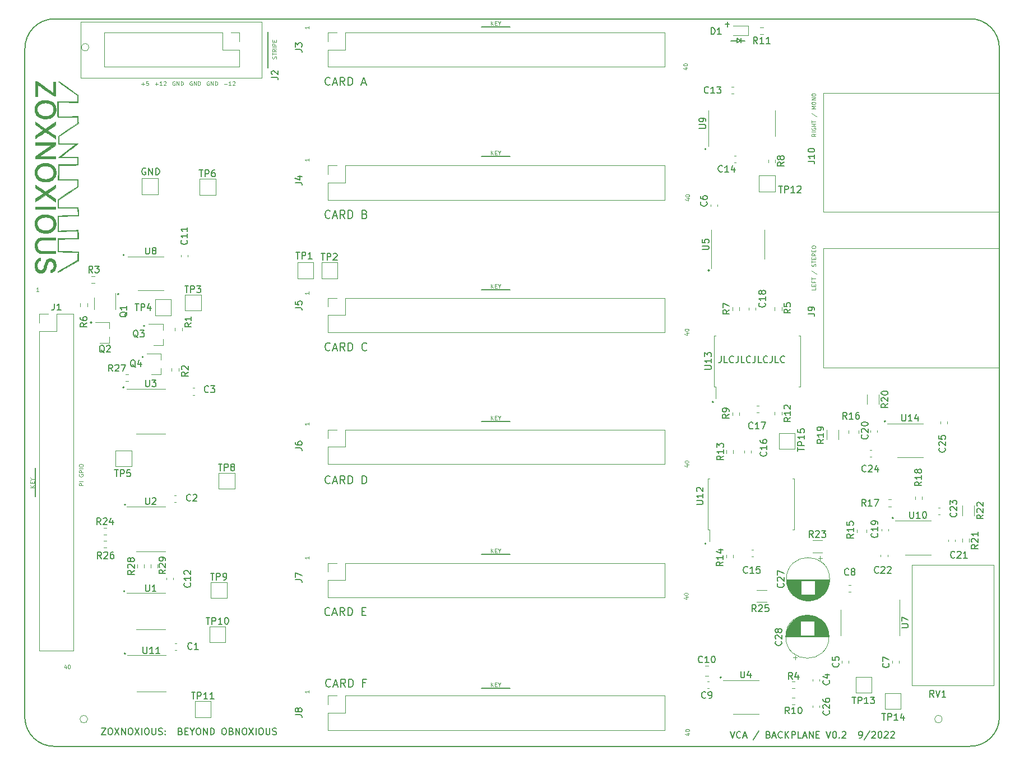
<source format=gbr>
G04 #@! TF.GenerationSoftware,KiCad,Pcbnew,(6.0.7-1)-1*
G04 #@! TF.CreationDate,2022-08-27T22:45:58-07:00*
G04 #@! TF.ProjectId,vca_backplane,7663615f-6261-4636-9b70-6c616e652e6b,rev?*
G04 #@! TF.SameCoordinates,Original*
G04 #@! TF.FileFunction,Legend,Top*
G04 #@! TF.FilePolarity,Positive*
%FSLAX46Y46*%
G04 Gerber Fmt 4.6, Leading zero omitted, Abs format (unit mm)*
G04 Created by KiCad (PCBNEW (6.0.7-1)-1) date 2022-08-27 22:45:58*
%MOMM*%
%LPD*%
G01*
G04 APERTURE LIST*
%ADD10C,0.150000*%
G04 #@! TA.AperFunction,Profile*
%ADD11C,0.150000*%
G04 #@! TD*
G04 #@! TA.AperFunction,Profile*
%ADD12C,0.050000*%
G04 #@! TD*
%ADD13C,0.090000*%
%ADD14C,0.120000*%
%ADD15C,0.010000*%
G04 APERTURE END LIST*
D10*
X103200000Y-34600000D02*
X98900000Y-34600000D01*
X103200000Y-54200000D02*
X98900000Y-54200000D01*
X103200000Y-74300000D02*
X98900000Y-74300000D01*
X103200000Y-114300000D02*
X98900000Y-114300000D01*
X103200000Y-134500000D02*
X98900000Y-134500000D01*
X137950000Y-36700000D02*
X137450000Y-37000000D01*
X103200000Y-94200000D02*
X98900000Y-94200000D01*
X159900000Y-94200000D02*
G75*
G03*
X159900000Y-94200000I-100000J0D01*
G01*
X136300000Y-34200000D02*
X135700000Y-34200000D01*
X48000000Y-79800000D02*
G75*
G03*
X48000000Y-79800000I-100000J0D01*
G01*
X161100000Y-108800000D02*
G75*
G03*
X161100000Y-108800000I-100000J0D01*
G01*
X44900000Y-89100000D02*
G75*
G03*
X44900000Y-89100000I-100000J0D01*
G01*
X66600000Y-40800000D02*
X66600000Y-35400000D01*
X132800000Y-53100000D02*
G75*
G03*
X132800000Y-53100000I-100000J0D01*
G01*
X40000000Y-79300000D02*
G75*
G03*
X40000000Y-79300000I-100000J0D01*
G01*
X137450000Y-37000000D02*
X137450000Y-36300000D01*
X136550000Y-36700000D02*
X137350000Y-36700000D01*
X47800000Y-84500000D02*
G75*
G03*
X47800000Y-84500000I-100000J0D01*
G01*
X136000000Y-33900000D02*
X136000000Y-34600000D01*
X31500000Y-101300000D02*
X31500000Y-105600000D01*
X133300000Y-71400000D02*
G75*
G03*
X133300000Y-71400000I-100000J0D01*
G01*
X45000000Y-119900000D02*
G75*
G03*
X45000000Y-119900000I-100000J0D01*
G01*
X44100000Y-75000000D02*
G75*
G03*
X44100000Y-75000000I-100000J0D01*
G01*
X45100000Y-106800000D02*
G75*
G03*
X45100000Y-106800000I-100000J0D01*
G01*
X44900000Y-69100000D02*
G75*
G03*
X44900000Y-69100000I-100000J0D01*
G01*
X45100000Y-129300000D02*
G75*
G03*
X45100000Y-129300000I-100000J0D01*
G01*
X133900000Y-91300000D02*
G75*
G03*
X133900000Y-91300000I-100000J0D01*
G01*
X137450000Y-36300000D02*
X137950000Y-36700000D01*
X132800000Y-112700000D02*
G75*
G03*
X132800000Y-112700000I-100000J0D01*
G01*
X135100000Y-132900000D02*
G75*
G03*
X135100000Y-132900000I-100000J0D01*
G01*
X138050000Y-36300000D02*
X138050000Y-37000000D01*
X138050000Y-36700000D02*
X138650000Y-36700000D01*
D11*
X172600001Y-143299999D02*
X34300000Y-143304543D01*
D12*
X39576000Y-37700000D02*
G75*
G03*
X39576000Y-37700000I-576000J0D01*
G01*
X39376000Y-139200000D02*
G75*
G03*
X39376000Y-139200000I-576000J0D01*
G01*
D11*
X34300000Y-33400000D02*
G75*
G03*
X29898889Y-37900000I100000J-4500000D01*
G01*
X34300000Y-33400000D02*
X172700000Y-33400000D01*
D12*
X168476000Y-139200000D02*
G75*
G03*
X168476000Y-139200000I-576000J0D01*
G01*
D11*
X29900000Y-139100000D02*
X29898889Y-37900000D01*
X177100000Y-37800000D02*
X177101135Y-138899999D01*
X172600001Y-143299999D02*
G75*
G03*
X177101135Y-138899999I99999J4399999D01*
G01*
X177100000Y-37800000D02*
G75*
G03*
X172700000Y-33400000I-4400000J0D01*
G01*
X29900000Y-139100000D02*
G75*
G03*
X34300000Y-143304543I4400000J200000D01*
G01*
D13*
X72771428Y-54528571D02*
X72771428Y-54871428D01*
X72771428Y-54700000D02*
X72171428Y-54700000D01*
X72257142Y-54757142D01*
X72314285Y-54814285D01*
X72342857Y-54871428D01*
X72771428Y-74628571D02*
X72771428Y-74971428D01*
X72771428Y-74800000D02*
X72171428Y-74800000D01*
X72257142Y-74857142D01*
X72314285Y-74914285D01*
X72342857Y-74971428D01*
X72771428Y-94428571D02*
X72771428Y-94771428D01*
X72771428Y-94600000D02*
X72171428Y-94600000D01*
X72257142Y-94657142D01*
X72314285Y-94714285D01*
X72342857Y-94771428D01*
X72771428Y-114628571D02*
X72771428Y-114971428D01*
X72771428Y-114800000D02*
X72171428Y-114800000D01*
X72257142Y-114857142D01*
X72314285Y-114914285D01*
X72342857Y-114971428D01*
X72771428Y-134828571D02*
X72771428Y-135171428D01*
X72771428Y-135000000D02*
X72171428Y-135000000D01*
X72257142Y-135057142D01*
X72314285Y-135114285D01*
X72342857Y-135171428D01*
X129871428Y-60571428D02*
X130271428Y-60571428D01*
X129642857Y-60714285D02*
X130071428Y-60857142D01*
X130071428Y-60485714D01*
X129671428Y-60142857D02*
X129671428Y-60085714D01*
X129700000Y-60028571D01*
X129728571Y-60000000D01*
X129785714Y-59971428D01*
X129900000Y-59942857D01*
X130042857Y-59942857D01*
X130157142Y-59971428D01*
X130214285Y-60000000D01*
X130242857Y-60028571D01*
X130271428Y-60085714D01*
X130271428Y-60142857D01*
X130242857Y-60200000D01*
X130214285Y-60228571D01*
X130157142Y-60257142D01*
X130042857Y-60285714D01*
X129900000Y-60285714D01*
X129785714Y-60257142D01*
X129728571Y-60228571D01*
X129700000Y-60200000D01*
X129671428Y-60142857D01*
X129771428Y-80871428D02*
X130171428Y-80871428D01*
X129542857Y-81014285D02*
X129971428Y-81157142D01*
X129971428Y-80785714D01*
X129571428Y-80442857D02*
X129571428Y-80385714D01*
X129600000Y-80328571D01*
X129628571Y-80300000D01*
X129685714Y-80271428D01*
X129800000Y-80242857D01*
X129942857Y-80242857D01*
X130057142Y-80271428D01*
X130114285Y-80300000D01*
X130142857Y-80328571D01*
X130171428Y-80385714D01*
X130171428Y-80442857D01*
X130142857Y-80500000D01*
X130114285Y-80528571D01*
X130057142Y-80557142D01*
X129942857Y-80585714D01*
X129800000Y-80585714D01*
X129685714Y-80557142D01*
X129628571Y-80528571D01*
X129600000Y-80500000D01*
X129571428Y-80442857D01*
X129771428Y-100771428D02*
X130171428Y-100771428D01*
X129542857Y-100914285D02*
X129971428Y-101057142D01*
X129971428Y-100685714D01*
X129571428Y-100342857D02*
X129571428Y-100285714D01*
X129600000Y-100228571D01*
X129628571Y-100200000D01*
X129685714Y-100171428D01*
X129800000Y-100142857D01*
X129942857Y-100142857D01*
X130057142Y-100171428D01*
X130114285Y-100200000D01*
X130142857Y-100228571D01*
X130171428Y-100285714D01*
X130171428Y-100342857D01*
X130142857Y-100400000D01*
X130114285Y-100428571D01*
X130057142Y-100457142D01*
X129942857Y-100485714D01*
X129800000Y-100485714D01*
X129685714Y-100457142D01*
X129628571Y-100428571D01*
X129600000Y-100400000D01*
X129571428Y-100342857D01*
X129671428Y-120771428D02*
X130071428Y-120771428D01*
X129442857Y-120914285D02*
X129871428Y-121057142D01*
X129871428Y-120685714D01*
X129471428Y-120342857D02*
X129471428Y-120285714D01*
X129500000Y-120228571D01*
X129528571Y-120200000D01*
X129585714Y-120171428D01*
X129700000Y-120142857D01*
X129842857Y-120142857D01*
X129957142Y-120171428D01*
X130014285Y-120200000D01*
X130042857Y-120228571D01*
X130071428Y-120285714D01*
X130071428Y-120342857D01*
X130042857Y-120400000D01*
X130014285Y-120428571D01*
X129957142Y-120457142D01*
X129842857Y-120485714D01*
X129700000Y-120485714D01*
X129585714Y-120457142D01*
X129528571Y-120428571D01*
X129500000Y-120400000D01*
X129471428Y-120342857D01*
X129871428Y-141371428D02*
X130271428Y-141371428D01*
X129642857Y-141514285D02*
X130071428Y-141657142D01*
X130071428Y-141285714D01*
X129671428Y-140942857D02*
X129671428Y-140885714D01*
X129700000Y-140828571D01*
X129728571Y-140800000D01*
X129785714Y-140771428D01*
X129900000Y-140742857D01*
X130042857Y-140742857D01*
X130157142Y-140771428D01*
X130214285Y-140800000D01*
X130242857Y-140828571D01*
X130271428Y-140885714D01*
X130271428Y-140942857D01*
X130242857Y-141000000D01*
X130214285Y-141028571D01*
X130157142Y-141057142D01*
X130042857Y-141085714D01*
X129900000Y-141085714D01*
X129785714Y-141057142D01*
X129728571Y-141028571D01*
X129700000Y-141000000D01*
X129671428Y-140942857D01*
D10*
X76000000Y-63428571D02*
X75942857Y-63485714D01*
X75771428Y-63542857D01*
X75657142Y-63542857D01*
X75485714Y-63485714D01*
X75371428Y-63371428D01*
X75314285Y-63257142D01*
X75257142Y-63028571D01*
X75257142Y-62857142D01*
X75314285Y-62628571D01*
X75371428Y-62514285D01*
X75485714Y-62400000D01*
X75657142Y-62342857D01*
X75771428Y-62342857D01*
X75942857Y-62400000D01*
X76000000Y-62457142D01*
X76457142Y-63200000D02*
X77028571Y-63200000D01*
X76342857Y-63542857D02*
X76742857Y-62342857D01*
X77142857Y-63542857D01*
X78228571Y-63542857D02*
X77828571Y-62971428D01*
X77542857Y-63542857D02*
X77542857Y-62342857D01*
X78000000Y-62342857D01*
X78114285Y-62400000D01*
X78171428Y-62457142D01*
X78228571Y-62571428D01*
X78228571Y-62742857D01*
X78171428Y-62857142D01*
X78114285Y-62914285D01*
X78000000Y-62971428D01*
X77542857Y-62971428D01*
X78742857Y-63542857D02*
X78742857Y-62342857D01*
X79028571Y-62342857D01*
X79200000Y-62400000D01*
X79314285Y-62514285D01*
X79371428Y-62628571D01*
X79428571Y-62857142D01*
X79428571Y-63028571D01*
X79371428Y-63257142D01*
X79314285Y-63371428D01*
X79200000Y-63485714D01*
X79028571Y-63542857D01*
X78742857Y-63542857D01*
X81257142Y-62914285D02*
X81428571Y-62971428D01*
X81485714Y-63028571D01*
X81542857Y-63142857D01*
X81542857Y-63314285D01*
X81485714Y-63428571D01*
X81428571Y-63485714D01*
X81314285Y-63542857D01*
X80857142Y-63542857D01*
X80857142Y-62342857D01*
X81257142Y-62342857D01*
X81371428Y-62400000D01*
X81428571Y-62457142D01*
X81485714Y-62571428D01*
X81485714Y-62685714D01*
X81428571Y-62800000D01*
X81371428Y-62857142D01*
X81257142Y-62914285D01*
X80857142Y-62914285D01*
X76000000Y-83428571D02*
X75942857Y-83485714D01*
X75771428Y-83542857D01*
X75657142Y-83542857D01*
X75485714Y-83485714D01*
X75371428Y-83371428D01*
X75314285Y-83257142D01*
X75257142Y-83028571D01*
X75257142Y-82857142D01*
X75314285Y-82628571D01*
X75371428Y-82514285D01*
X75485714Y-82400000D01*
X75657142Y-82342857D01*
X75771428Y-82342857D01*
X75942857Y-82400000D01*
X76000000Y-82457142D01*
X76457142Y-83200000D02*
X77028571Y-83200000D01*
X76342857Y-83542857D02*
X76742857Y-82342857D01*
X77142857Y-83542857D01*
X78228571Y-83542857D02*
X77828571Y-82971428D01*
X77542857Y-83542857D02*
X77542857Y-82342857D01*
X78000000Y-82342857D01*
X78114285Y-82400000D01*
X78171428Y-82457142D01*
X78228571Y-82571428D01*
X78228571Y-82742857D01*
X78171428Y-82857142D01*
X78114285Y-82914285D01*
X78000000Y-82971428D01*
X77542857Y-82971428D01*
X78742857Y-83542857D02*
X78742857Y-82342857D01*
X79028571Y-82342857D01*
X79200000Y-82400000D01*
X79314285Y-82514285D01*
X79371428Y-82628571D01*
X79428571Y-82857142D01*
X79428571Y-83028571D01*
X79371428Y-83257142D01*
X79314285Y-83371428D01*
X79200000Y-83485714D01*
X79028571Y-83542857D01*
X78742857Y-83542857D01*
X81542857Y-83428571D02*
X81485714Y-83485714D01*
X81314285Y-83542857D01*
X81200000Y-83542857D01*
X81028571Y-83485714D01*
X80914285Y-83371428D01*
X80857142Y-83257142D01*
X80800000Y-83028571D01*
X80800000Y-82857142D01*
X80857142Y-82628571D01*
X80914285Y-82514285D01*
X81028571Y-82400000D01*
X81200000Y-82342857D01*
X81314285Y-82342857D01*
X81485714Y-82400000D01*
X81542857Y-82457142D01*
X76000000Y-103528571D02*
X75942857Y-103585714D01*
X75771428Y-103642857D01*
X75657142Y-103642857D01*
X75485714Y-103585714D01*
X75371428Y-103471428D01*
X75314285Y-103357142D01*
X75257142Y-103128571D01*
X75257142Y-102957142D01*
X75314285Y-102728571D01*
X75371428Y-102614285D01*
X75485714Y-102500000D01*
X75657142Y-102442857D01*
X75771428Y-102442857D01*
X75942857Y-102500000D01*
X76000000Y-102557142D01*
X76457142Y-103300000D02*
X77028571Y-103300000D01*
X76342857Y-103642857D02*
X76742857Y-102442857D01*
X77142857Y-103642857D01*
X78228571Y-103642857D02*
X77828571Y-103071428D01*
X77542857Y-103642857D02*
X77542857Y-102442857D01*
X78000000Y-102442857D01*
X78114285Y-102500000D01*
X78171428Y-102557142D01*
X78228571Y-102671428D01*
X78228571Y-102842857D01*
X78171428Y-102957142D01*
X78114285Y-103014285D01*
X78000000Y-103071428D01*
X77542857Y-103071428D01*
X78742857Y-103642857D02*
X78742857Y-102442857D01*
X79028571Y-102442857D01*
X79200000Y-102500000D01*
X79314285Y-102614285D01*
X79371428Y-102728571D01*
X79428571Y-102957142D01*
X79428571Y-103128571D01*
X79371428Y-103357142D01*
X79314285Y-103471428D01*
X79200000Y-103585714D01*
X79028571Y-103642857D01*
X78742857Y-103642857D01*
X80857142Y-103642857D02*
X80857142Y-102442857D01*
X81142857Y-102442857D01*
X81314285Y-102500000D01*
X81428571Y-102614285D01*
X81485714Y-102728571D01*
X81542857Y-102957142D01*
X81542857Y-103128571D01*
X81485714Y-103357142D01*
X81428571Y-103471428D01*
X81314285Y-103585714D01*
X81142857Y-103642857D01*
X80857142Y-103642857D01*
X75957142Y-123428571D02*
X75900000Y-123485714D01*
X75728571Y-123542857D01*
X75614285Y-123542857D01*
X75442857Y-123485714D01*
X75328571Y-123371428D01*
X75271428Y-123257142D01*
X75214285Y-123028571D01*
X75214285Y-122857142D01*
X75271428Y-122628571D01*
X75328571Y-122514285D01*
X75442857Y-122400000D01*
X75614285Y-122342857D01*
X75728571Y-122342857D01*
X75900000Y-122400000D01*
X75957142Y-122457142D01*
X76414285Y-123200000D02*
X76985714Y-123200000D01*
X76300000Y-123542857D02*
X76700000Y-122342857D01*
X77100000Y-123542857D01*
X78185714Y-123542857D02*
X77785714Y-122971428D01*
X77500000Y-123542857D02*
X77500000Y-122342857D01*
X77957142Y-122342857D01*
X78071428Y-122400000D01*
X78128571Y-122457142D01*
X78185714Y-122571428D01*
X78185714Y-122742857D01*
X78128571Y-122857142D01*
X78071428Y-122914285D01*
X77957142Y-122971428D01*
X77500000Y-122971428D01*
X78700000Y-123542857D02*
X78700000Y-122342857D01*
X78985714Y-122342857D01*
X79157142Y-122400000D01*
X79271428Y-122514285D01*
X79328571Y-122628571D01*
X79385714Y-122857142D01*
X79385714Y-123028571D01*
X79328571Y-123257142D01*
X79271428Y-123371428D01*
X79157142Y-123485714D01*
X78985714Y-123542857D01*
X78700000Y-123542857D01*
X80814285Y-122914285D02*
X81214285Y-122914285D01*
X81385714Y-123542857D02*
X80814285Y-123542857D01*
X80814285Y-122342857D01*
X81385714Y-122342857D01*
D13*
X100314285Y-34371428D02*
X100314285Y-33771428D01*
X100657142Y-34371428D02*
X100400000Y-34028571D01*
X100657142Y-33771428D02*
X100314285Y-34114285D01*
X100914285Y-34057142D02*
X101114285Y-34057142D01*
X101200000Y-34371428D02*
X100914285Y-34371428D01*
X100914285Y-33771428D01*
X101200000Y-33771428D01*
X101571428Y-34085714D02*
X101571428Y-34371428D01*
X101371428Y-33771428D02*
X101571428Y-34085714D01*
X101771428Y-33771428D01*
X100314285Y-53971428D02*
X100314285Y-53371428D01*
X100657142Y-53971428D02*
X100400000Y-53628571D01*
X100657142Y-53371428D02*
X100314285Y-53714285D01*
X100914285Y-53657142D02*
X101114285Y-53657142D01*
X101200000Y-53971428D02*
X100914285Y-53971428D01*
X100914285Y-53371428D01*
X101200000Y-53371428D01*
X101571428Y-53685714D02*
X101571428Y-53971428D01*
X101371428Y-53371428D02*
X101571428Y-53685714D01*
X101771428Y-53371428D01*
X100314285Y-74071428D02*
X100314285Y-73471428D01*
X100657142Y-74071428D02*
X100400000Y-73728571D01*
X100657142Y-73471428D02*
X100314285Y-73814285D01*
X100914285Y-73757142D02*
X101114285Y-73757142D01*
X101200000Y-74071428D02*
X100914285Y-74071428D01*
X100914285Y-73471428D01*
X101200000Y-73471428D01*
X101571428Y-73785714D02*
X101571428Y-74071428D01*
X101371428Y-73471428D02*
X101571428Y-73785714D01*
X101771428Y-73471428D01*
X100314285Y-114071428D02*
X100314285Y-113471428D01*
X100657142Y-114071428D02*
X100400000Y-113728571D01*
X100657142Y-113471428D02*
X100314285Y-113814285D01*
X100914285Y-113757142D02*
X101114285Y-113757142D01*
X101200000Y-114071428D02*
X100914285Y-114071428D01*
X100914285Y-113471428D01*
X101200000Y-113471428D01*
X101571428Y-113785714D02*
X101571428Y-114071428D01*
X101371428Y-113471428D02*
X101571428Y-113785714D01*
X101771428Y-113471428D01*
X100314285Y-134271428D02*
X100314285Y-133671428D01*
X100657142Y-134271428D02*
X100400000Y-133928571D01*
X100657142Y-133671428D02*
X100314285Y-134014285D01*
X100914285Y-133957142D02*
X101114285Y-133957142D01*
X101200000Y-134271428D02*
X100914285Y-134271428D01*
X100914285Y-133671428D01*
X101200000Y-133671428D01*
X101571428Y-133985714D02*
X101571428Y-134271428D01*
X101371428Y-133671428D02*
X101571428Y-133985714D01*
X101771428Y-133671428D01*
X100314285Y-93971428D02*
X100314285Y-93371428D01*
X100657142Y-93971428D02*
X100400000Y-93628571D01*
X100657142Y-93371428D02*
X100314285Y-93714285D01*
X100914285Y-93657142D02*
X101114285Y-93657142D01*
X101200000Y-93971428D02*
X100914285Y-93971428D01*
X100914285Y-93371428D01*
X101200000Y-93371428D01*
X101571428Y-93685714D02*
X101571428Y-93971428D01*
X101371428Y-93371428D02*
X101571428Y-93685714D01*
X101771428Y-93371428D01*
D10*
X76085714Y-134228571D02*
X76028571Y-134285714D01*
X75857142Y-134342857D01*
X75742857Y-134342857D01*
X75571428Y-134285714D01*
X75457142Y-134171428D01*
X75400000Y-134057142D01*
X75342857Y-133828571D01*
X75342857Y-133657142D01*
X75400000Y-133428571D01*
X75457142Y-133314285D01*
X75571428Y-133200000D01*
X75742857Y-133142857D01*
X75857142Y-133142857D01*
X76028571Y-133200000D01*
X76085714Y-133257142D01*
X76542857Y-134000000D02*
X77114285Y-134000000D01*
X76428571Y-134342857D02*
X76828571Y-133142857D01*
X77228571Y-134342857D01*
X78314285Y-134342857D02*
X77914285Y-133771428D01*
X77628571Y-134342857D02*
X77628571Y-133142857D01*
X78085714Y-133142857D01*
X78200000Y-133200000D01*
X78257142Y-133257142D01*
X78314285Y-133371428D01*
X78314285Y-133542857D01*
X78257142Y-133657142D01*
X78200000Y-133714285D01*
X78085714Y-133771428D01*
X77628571Y-133771428D01*
X78828571Y-134342857D02*
X78828571Y-133142857D01*
X79114285Y-133142857D01*
X79285714Y-133200000D01*
X79400000Y-133314285D01*
X79457142Y-133428571D01*
X79514285Y-133657142D01*
X79514285Y-133828571D01*
X79457142Y-134057142D01*
X79400000Y-134171428D01*
X79285714Y-134285714D01*
X79114285Y-134342857D01*
X78828571Y-134342857D01*
X81342857Y-133714285D02*
X80942857Y-133714285D01*
X80942857Y-134342857D02*
X80942857Y-133142857D01*
X81514285Y-133142857D01*
D13*
X31971428Y-74571428D02*
X31628571Y-74571428D01*
X31800000Y-74571428D02*
X31800000Y-73971428D01*
X31742857Y-74057142D01*
X31685714Y-74114285D01*
X31628571Y-74142857D01*
X52531427Y-42900000D02*
X52474284Y-42871428D01*
X52388570Y-42871428D01*
X52302855Y-42900000D01*
X52245712Y-42957142D01*
X52217141Y-43014285D01*
X52188570Y-43128571D01*
X52188570Y-43214285D01*
X52217141Y-43328571D01*
X52245712Y-43385714D01*
X52302855Y-43442857D01*
X52388570Y-43471428D01*
X52445712Y-43471428D01*
X52531427Y-43442857D01*
X52559998Y-43414285D01*
X52559998Y-43214285D01*
X52445712Y-43214285D01*
X52817141Y-43471428D02*
X52817141Y-42871428D01*
X53159998Y-43471428D01*
X53159998Y-42871428D01*
X53445712Y-43471428D02*
X53445712Y-42871428D01*
X53588570Y-42871428D01*
X53674284Y-42900000D01*
X53731427Y-42957142D01*
X53759998Y-43014285D01*
X53788570Y-43128571D01*
X53788570Y-43214285D01*
X53759998Y-43328571D01*
X53731427Y-43385714D01*
X53674284Y-43442857D01*
X53588570Y-43471428D01*
X53445712Y-43471428D01*
X31271428Y-104185714D02*
X30671428Y-104185714D01*
X31271428Y-103842857D02*
X30928571Y-104100000D01*
X30671428Y-103842857D02*
X31014285Y-104185714D01*
X30957142Y-103585714D02*
X30957142Y-103385714D01*
X31271428Y-103300000D02*
X31271428Y-103585714D01*
X30671428Y-103585714D01*
X30671428Y-103300000D01*
X30985714Y-102928571D02*
X31271428Y-102928571D01*
X30671428Y-103128571D02*
X30985714Y-102928571D01*
X30671428Y-102728571D01*
X57719997Y-42900000D02*
X57662854Y-42871428D01*
X57577140Y-42871428D01*
X57491425Y-42900000D01*
X57434282Y-42957142D01*
X57405711Y-43014285D01*
X57377140Y-43128571D01*
X57377140Y-43214285D01*
X57405711Y-43328571D01*
X57434282Y-43385714D01*
X57491425Y-43442857D01*
X57577140Y-43471428D01*
X57634282Y-43471428D01*
X57719997Y-43442857D01*
X57748568Y-43414285D01*
X57748568Y-43214285D01*
X57634282Y-43214285D01*
X58005711Y-43471428D02*
X58005711Y-42871428D01*
X58348568Y-43471428D01*
X58348568Y-42871428D01*
X58634282Y-43471428D02*
X58634282Y-42871428D01*
X58777140Y-42871428D01*
X58862854Y-42900000D01*
X58919997Y-42957142D01*
X58948568Y-43014285D01*
X58977140Y-43128571D01*
X58977140Y-43214285D01*
X58948568Y-43328571D01*
X58919997Y-43385714D01*
X58862854Y-43442857D01*
X58777140Y-43471428D01*
X58634282Y-43471428D01*
X60000000Y-43242857D02*
X60457142Y-43242857D01*
X61057142Y-43471428D02*
X60714285Y-43471428D01*
X60885714Y-43471428D02*
X60885714Y-42871428D01*
X60828571Y-42957142D01*
X60771428Y-43014285D01*
X60714285Y-43042857D01*
X61285714Y-42928571D02*
X61314285Y-42900000D01*
X61371428Y-42871428D01*
X61514285Y-42871428D01*
X61571428Y-42900000D01*
X61600000Y-42928571D01*
X61628571Y-42985714D01*
X61628571Y-43042857D01*
X61600000Y-43128571D01*
X61257142Y-43471428D01*
X61628571Y-43471428D01*
D10*
X48138095Y-56000000D02*
X48042857Y-55952380D01*
X47900000Y-55952380D01*
X47757142Y-56000000D01*
X47661904Y-56095238D01*
X47614285Y-56190476D01*
X47566666Y-56380952D01*
X47566666Y-56523809D01*
X47614285Y-56714285D01*
X47661904Y-56809523D01*
X47757142Y-56904761D01*
X47900000Y-56952380D01*
X47995238Y-56952380D01*
X48138095Y-56904761D01*
X48185714Y-56857142D01*
X48185714Y-56523809D01*
X47995238Y-56523809D01*
X48614285Y-56952380D02*
X48614285Y-55952380D01*
X49185714Y-56952380D01*
X49185714Y-55952380D01*
X49661904Y-56952380D02*
X49661904Y-55952380D01*
X49900000Y-55952380D01*
X50042857Y-56000000D01*
X50138095Y-56095238D01*
X50185714Y-56190476D01*
X50233333Y-56380952D01*
X50233333Y-56523809D01*
X50185714Y-56714285D01*
X50138095Y-56809523D01*
X50042857Y-56904761D01*
X49900000Y-56952380D01*
X49661904Y-56952380D01*
X75985714Y-43328571D02*
X75928571Y-43385714D01*
X75757142Y-43442857D01*
X75642857Y-43442857D01*
X75471428Y-43385714D01*
X75357142Y-43271428D01*
X75300000Y-43157142D01*
X75242857Y-42928571D01*
X75242857Y-42757142D01*
X75300000Y-42528571D01*
X75357142Y-42414285D01*
X75471428Y-42300000D01*
X75642857Y-42242857D01*
X75757142Y-42242857D01*
X75928571Y-42300000D01*
X75985714Y-42357142D01*
X76442857Y-43100000D02*
X77014285Y-43100000D01*
X76328571Y-43442857D02*
X76728571Y-42242857D01*
X77128571Y-43442857D01*
X78214285Y-43442857D02*
X77814285Y-42871428D01*
X77528571Y-43442857D02*
X77528571Y-42242857D01*
X77985714Y-42242857D01*
X78100000Y-42300000D01*
X78157142Y-42357142D01*
X78214285Y-42471428D01*
X78214285Y-42642857D01*
X78157142Y-42757142D01*
X78100000Y-42814285D01*
X77985714Y-42871428D01*
X77528571Y-42871428D01*
X78728571Y-43442857D02*
X78728571Y-42242857D01*
X79014285Y-42242857D01*
X79185714Y-42300000D01*
X79300000Y-42414285D01*
X79357142Y-42528571D01*
X79414285Y-42757142D01*
X79414285Y-42928571D01*
X79357142Y-43157142D01*
X79300000Y-43271428D01*
X79185714Y-43385714D01*
X79014285Y-43442857D01*
X78728571Y-43442857D01*
X80785714Y-43100000D02*
X81357142Y-43100000D01*
X80671428Y-43442857D02*
X81071428Y-42242857D01*
X81471428Y-43442857D01*
D13*
X38671428Y-103885714D02*
X38071428Y-103885714D01*
X38071428Y-103657142D01*
X38100000Y-103600000D01*
X38128571Y-103571428D01*
X38185714Y-103542857D01*
X38271428Y-103542857D01*
X38328571Y-103571428D01*
X38357142Y-103600000D01*
X38385714Y-103657142D01*
X38385714Y-103885714D01*
X38671428Y-103285714D02*
X38071428Y-103285714D01*
X38100000Y-102228571D02*
X38071428Y-102285714D01*
X38071428Y-102371428D01*
X38100000Y-102457142D01*
X38157142Y-102514285D01*
X38214285Y-102542857D01*
X38328571Y-102571428D01*
X38414285Y-102571428D01*
X38528571Y-102542857D01*
X38585714Y-102514285D01*
X38642857Y-102457142D01*
X38671428Y-102371428D01*
X38671428Y-102314285D01*
X38642857Y-102228571D01*
X38614285Y-102200000D01*
X38414285Y-102200000D01*
X38414285Y-102314285D01*
X38671428Y-101942857D02*
X38071428Y-101942857D01*
X38071428Y-101714285D01*
X38100000Y-101657142D01*
X38128571Y-101628571D01*
X38185714Y-101600000D01*
X38271428Y-101600000D01*
X38328571Y-101628571D01*
X38357142Y-101657142D01*
X38385714Y-101714285D01*
X38385714Y-101942857D01*
X38671428Y-101342857D02*
X38071428Y-101342857D01*
X38071428Y-100942857D02*
X38071428Y-100828571D01*
X38100000Y-100771428D01*
X38157142Y-100714285D01*
X38271428Y-100685714D01*
X38471428Y-100685714D01*
X38585714Y-100714285D01*
X38642857Y-100771428D01*
X38671428Y-100828571D01*
X38671428Y-100942857D01*
X38642857Y-101000000D01*
X38585714Y-101057142D01*
X38471428Y-101085714D01*
X38271428Y-101085714D01*
X38157142Y-101057142D01*
X38100000Y-101000000D01*
X38071428Y-100942857D01*
D10*
X135080952Y-84352380D02*
X135080952Y-85066666D01*
X135033333Y-85209523D01*
X134938095Y-85304761D01*
X134795238Y-85352380D01*
X134700000Y-85352380D01*
X136033333Y-85352380D02*
X135557142Y-85352380D01*
X135557142Y-84352380D01*
X136938095Y-85257142D02*
X136890476Y-85304761D01*
X136747619Y-85352380D01*
X136652380Y-85352380D01*
X136509523Y-85304761D01*
X136414285Y-85209523D01*
X136366666Y-85114285D01*
X136319047Y-84923809D01*
X136319047Y-84780952D01*
X136366666Y-84590476D01*
X136414285Y-84495238D01*
X136509523Y-84400000D01*
X136652380Y-84352380D01*
X136747619Y-84352380D01*
X136890476Y-84400000D01*
X136938095Y-84447619D01*
X137652380Y-84352380D02*
X137652380Y-85066666D01*
X137604761Y-85209523D01*
X137509523Y-85304761D01*
X137366666Y-85352380D01*
X137271428Y-85352380D01*
X138604761Y-85352380D02*
X138128571Y-85352380D01*
X138128571Y-84352380D01*
X139509523Y-85257142D02*
X139461904Y-85304761D01*
X139319047Y-85352380D01*
X139223809Y-85352380D01*
X139080952Y-85304761D01*
X138985714Y-85209523D01*
X138938095Y-85114285D01*
X138890476Y-84923809D01*
X138890476Y-84780952D01*
X138938095Y-84590476D01*
X138985714Y-84495238D01*
X139080952Y-84400000D01*
X139223809Y-84352380D01*
X139319047Y-84352380D01*
X139461904Y-84400000D01*
X139509523Y-84447619D01*
X140223809Y-84352380D02*
X140223809Y-85066666D01*
X140176190Y-85209523D01*
X140080952Y-85304761D01*
X139938095Y-85352380D01*
X139842857Y-85352380D01*
X141176190Y-85352380D02*
X140700000Y-85352380D01*
X140700000Y-84352380D01*
X142080952Y-85257142D02*
X142033333Y-85304761D01*
X141890476Y-85352380D01*
X141795238Y-85352380D01*
X141652380Y-85304761D01*
X141557142Y-85209523D01*
X141509523Y-85114285D01*
X141461904Y-84923809D01*
X141461904Y-84780952D01*
X141509523Y-84590476D01*
X141557142Y-84495238D01*
X141652380Y-84400000D01*
X141795238Y-84352380D01*
X141890476Y-84352380D01*
X142033333Y-84400000D01*
X142080952Y-84447619D01*
X142795238Y-84352380D02*
X142795238Y-85066666D01*
X142747619Y-85209523D01*
X142652380Y-85304761D01*
X142509523Y-85352380D01*
X142414285Y-85352380D01*
X143747619Y-85352380D02*
X143271428Y-85352380D01*
X143271428Y-84352380D01*
X144652380Y-85257142D02*
X144604761Y-85304761D01*
X144461904Y-85352380D01*
X144366666Y-85352380D01*
X144223809Y-85304761D01*
X144128571Y-85209523D01*
X144080952Y-85114285D01*
X144033333Y-84923809D01*
X144033333Y-84780952D01*
X144080952Y-84590476D01*
X144128571Y-84495238D01*
X144223809Y-84400000D01*
X144366666Y-84352380D01*
X144461904Y-84352380D01*
X144604761Y-84400000D01*
X144652380Y-84447619D01*
D13*
X149371428Y-74014285D02*
X149371428Y-74300000D01*
X148771428Y-74300000D01*
X149057142Y-73814285D02*
X149057142Y-73614285D01*
X149371428Y-73528571D02*
X149371428Y-73814285D01*
X148771428Y-73814285D01*
X148771428Y-73528571D01*
X149057142Y-73071428D02*
X149057142Y-73271428D01*
X149371428Y-73271428D02*
X148771428Y-73271428D01*
X148771428Y-72985714D01*
X148771428Y-72842857D02*
X148771428Y-72500000D01*
X149371428Y-72671428D02*
X148771428Y-72671428D01*
X148742857Y-71414285D02*
X149514285Y-71928571D01*
X149342857Y-70785714D02*
X149371428Y-70700000D01*
X149371428Y-70557142D01*
X149342857Y-70500000D01*
X149314285Y-70471428D01*
X149257142Y-70442857D01*
X149200000Y-70442857D01*
X149142857Y-70471428D01*
X149114285Y-70500000D01*
X149085714Y-70557142D01*
X149057142Y-70671428D01*
X149028571Y-70728571D01*
X149000000Y-70757142D01*
X148942857Y-70785714D01*
X148885714Y-70785714D01*
X148828571Y-70757142D01*
X148800000Y-70728571D01*
X148771428Y-70671428D01*
X148771428Y-70528571D01*
X148800000Y-70442857D01*
X148771428Y-70271428D02*
X148771428Y-69928571D01*
X149371428Y-70100000D02*
X148771428Y-70100000D01*
X149057142Y-69728571D02*
X149057142Y-69528571D01*
X149371428Y-69442857D02*
X149371428Y-69728571D01*
X148771428Y-69728571D01*
X148771428Y-69442857D01*
X149371428Y-68842857D02*
X149085714Y-69042857D01*
X149371428Y-69185714D02*
X148771428Y-69185714D01*
X148771428Y-68957142D01*
X148800000Y-68900000D01*
X148828571Y-68871428D01*
X148885714Y-68842857D01*
X148971428Y-68842857D01*
X149028571Y-68871428D01*
X149057142Y-68900000D01*
X149085714Y-68957142D01*
X149085714Y-69185714D01*
X149057142Y-68585714D02*
X149057142Y-68385714D01*
X149371428Y-68300000D02*
X149371428Y-68585714D01*
X148771428Y-68585714D01*
X148771428Y-68300000D01*
X148771428Y-67928571D02*
X148771428Y-67814285D01*
X148800000Y-67757142D01*
X148857142Y-67700000D01*
X148971428Y-67671428D01*
X149171428Y-67671428D01*
X149285714Y-67700000D01*
X149342857Y-67757142D01*
X149371428Y-67814285D01*
X149371428Y-67928571D01*
X149342857Y-67985714D01*
X149285714Y-68042857D01*
X149171428Y-68071428D01*
X148971428Y-68071428D01*
X148857142Y-68042857D01*
X148800000Y-67985714D01*
X148771428Y-67928571D01*
X149371428Y-50757142D02*
X149085714Y-50957142D01*
X149371428Y-51100000D02*
X148771428Y-51100000D01*
X148771428Y-50871428D01*
X148800000Y-50814285D01*
X148828571Y-50785714D01*
X148885714Y-50757142D01*
X148971428Y-50757142D01*
X149028571Y-50785714D01*
X149057142Y-50814285D01*
X149085714Y-50871428D01*
X149085714Y-51100000D01*
X149371428Y-50500000D02*
X148771428Y-50500000D01*
X148800000Y-49900000D02*
X148771428Y-49957142D01*
X148771428Y-50042857D01*
X148800000Y-50128571D01*
X148857142Y-50185714D01*
X148914285Y-50214285D01*
X149028571Y-50242857D01*
X149114285Y-50242857D01*
X149228571Y-50214285D01*
X149285714Y-50185714D01*
X149342857Y-50128571D01*
X149371428Y-50042857D01*
X149371428Y-49985714D01*
X149342857Y-49900000D01*
X149314285Y-49871428D01*
X149114285Y-49871428D01*
X149114285Y-49985714D01*
X149371428Y-49614285D02*
X148771428Y-49614285D01*
X149057142Y-49614285D02*
X149057142Y-49271428D01*
X149371428Y-49271428D02*
X148771428Y-49271428D01*
X148771428Y-49071428D02*
X148771428Y-48728571D01*
X149371428Y-48900000D02*
X148771428Y-48900000D01*
X148742857Y-47642857D02*
X149514285Y-48157142D01*
X149371428Y-46985714D02*
X148771428Y-46985714D01*
X149200000Y-46785714D01*
X148771428Y-46585714D01*
X149371428Y-46585714D01*
X148771428Y-46185714D02*
X148771428Y-46071428D01*
X148800000Y-46014285D01*
X148857142Y-45957142D01*
X148971428Y-45928571D01*
X149171428Y-45928571D01*
X149285714Y-45957142D01*
X149342857Y-46014285D01*
X149371428Y-46071428D01*
X149371428Y-46185714D01*
X149342857Y-46242857D01*
X149285714Y-46300000D01*
X149171428Y-46328571D01*
X148971428Y-46328571D01*
X148857142Y-46300000D01*
X148800000Y-46242857D01*
X148771428Y-46185714D01*
X149371428Y-45671428D02*
X148771428Y-45671428D01*
X149371428Y-45328571D01*
X148771428Y-45328571D01*
X148771428Y-44928571D02*
X148771428Y-44814285D01*
X148800000Y-44757142D01*
X148857142Y-44700000D01*
X148971428Y-44671428D01*
X149171428Y-44671428D01*
X149285714Y-44700000D01*
X149342857Y-44757142D01*
X149371428Y-44814285D01*
X149371428Y-44928571D01*
X149342857Y-44985714D01*
X149285714Y-45042857D01*
X149171428Y-45071428D01*
X148971428Y-45071428D01*
X148857142Y-45042857D01*
X148800000Y-44985714D01*
X148771428Y-44928571D01*
X67842857Y-39414285D02*
X67871428Y-39328571D01*
X67871428Y-39185714D01*
X67842857Y-39128571D01*
X67814285Y-39100000D01*
X67757142Y-39071428D01*
X67700000Y-39071428D01*
X67642857Y-39100000D01*
X67614285Y-39128571D01*
X67585714Y-39185714D01*
X67557142Y-39300000D01*
X67528571Y-39357142D01*
X67500000Y-39385714D01*
X67442857Y-39414285D01*
X67385714Y-39414285D01*
X67328571Y-39385714D01*
X67300000Y-39357142D01*
X67271428Y-39300000D01*
X67271428Y-39157142D01*
X67300000Y-39071428D01*
X67271428Y-38900000D02*
X67271428Y-38557142D01*
X67871428Y-38728571D02*
X67271428Y-38728571D01*
X67871428Y-38014285D02*
X67585714Y-38214285D01*
X67871428Y-38357142D02*
X67271428Y-38357142D01*
X67271428Y-38128571D01*
X67300000Y-38071428D01*
X67328571Y-38042857D01*
X67385714Y-38014285D01*
X67471428Y-38014285D01*
X67528571Y-38042857D01*
X67557142Y-38071428D01*
X67585714Y-38128571D01*
X67585714Y-38357142D01*
X67871428Y-37757142D02*
X67271428Y-37757142D01*
X67871428Y-37471428D02*
X67271428Y-37471428D01*
X67271428Y-37242857D01*
X67300000Y-37185714D01*
X67328571Y-37157142D01*
X67385714Y-37128571D01*
X67471428Y-37128571D01*
X67528571Y-37157142D01*
X67557142Y-37185714D01*
X67585714Y-37242857D01*
X67585714Y-37471428D01*
X67557142Y-36871428D02*
X67557142Y-36671428D01*
X67871428Y-36585714D02*
X67871428Y-36871428D01*
X67271428Y-36871428D01*
X67271428Y-36585714D01*
D10*
X136447619Y-141052380D02*
X136780952Y-142052380D01*
X137114285Y-141052380D01*
X138019047Y-141957142D02*
X137971428Y-142004761D01*
X137828571Y-142052380D01*
X137733333Y-142052380D01*
X137590476Y-142004761D01*
X137495238Y-141909523D01*
X137447619Y-141814285D01*
X137400000Y-141623809D01*
X137400000Y-141480952D01*
X137447619Y-141290476D01*
X137495238Y-141195238D01*
X137590476Y-141100000D01*
X137733333Y-141052380D01*
X137828571Y-141052380D01*
X137971428Y-141100000D01*
X138019047Y-141147619D01*
X138400000Y-141766666D02*
X138876190Y-141766666D01*
X138304761Y-142052380D02*
X138638095Y-141052380D01*
X138971428Y-142052380D01*
X140780952Y-141004761D02*
X139923809Y-142290476D01*
X142209523Y-141528571D02*
X142352380Y-141576190D01*
X142400000Y-141623809D01*
X142447619Y-141719047D01*
X142447619Y-141861904D01*
X142400000Y-141957142D01*
X142352380Y-142004761D01*
X142257142Y-142052380D01*
X141876190Y-142052380D01*
X141876190Y-141052380D01*
X142209523Y-141052380D01*
X142304761Y-141100000D01*
X142352380Y-141147619D01*
X142400000Y-141242857D01*
X142400000Y-141338095D01*
X142352380Y-141433333D01*
X142304761Y-141480952D01*
X142209523Y-141528571D01*
X141876190Y-141528571D01*
X142828571Y-141766666D02*
X143304761Y-141766666D01*
X142733333Y-142052380D02*
X143066666Y-141052380D01*
X143400000Y-142052380D01*
X144304761Y-141957142D02*
X144257142Y-142004761D01*
X144114285Y-142052380D01*
X144019047Y-142052380D01*
X143876190Y-142004761D01*
X143780952Y-141909523D01*
X143733333Y-141814285D01*
X143685714Y-141623809D01*
X143685714Y-141480952D01*
X143733333Y-141290476D01*
X143780952Y-141195238D01*
X143876190Y-141100000D01*
X144019047Y-141052380D01*
X144114285Y-141052380D01*
X144257142Y-141100000D01*
X144304761Y-141147619D01*
X144733333Y-142052380D02*
X144733333Y-141052380D01*
X145304761Y-142052380D02*
X144876190Y-141480952D01*
X145304761Y-141052380D02*
X144733333Y-141623809D01*
X145733333Y-142052380D02*
X145733333Y-141052380D01*
X146114285Y-141052380D01*
X146209523Y-141100000D01*
X146257142Y-141147619D01*
X146304761Y-141242857D01*
X146304761Y-141385714D01*
X146257142Y-141480952D01*
X146209523Y-141528571D01*
X146114285Y-141576190D01*
X145733333Y-141576190D01*
X147209523Y-142052380D02*
X146733333Y-142052380D01*
X146733333Y-141052380D01*
X147495238Y-141766666D02*
X147971428Y-141766666D01*
X147400000Y-142052380D02*
X147733333Y-141052380D01*
X148066666Y-142052380D01*
X148400000Y-142052380D02*
X148400000Y-141052380D01*
X148971428Y-142052380D01*
X148971428Y-141052380D01*
X149447619Y-141528571D02*
X149780952Y-141528571D01*
X149923809Y-142052380D02*
X149447619Y-142052380D01*
X149447619Y-141052380D01*
X149923809Y-141052380D01*
X150971428Y-141052380D02*
X151304761Y-142052380D01*
X151638095Y-141052380D01*
X152161904Y-141052380D02*
X152257142Y-141052380D01*
X152352380Y-141100000D01*
X152400000Y-141147619D01*
X152447619Y-141242857D01*
X152495238Y-141433333D01*
X152495238Y-141671428D01*
X152447619Y-141861904D01*
X152400000Y-141957142D01*
X152352380Y-142004761D01*
X152257142Y-142052380D01*
X152161904Y-142052380D01*
X152066666Y-142004761D01*
X152019047Y-141957142D01*
X151971428Y-141861904D01*
X151923809Y-141671428D01*
X151923809Y-141433333D01*
X151971428Y-141242857D01*
X152019047Y-141147619D01*
X152066666Y-141100000D01*
X152161904Y-141052380D01*
X152923809Y-141957142D02*
X152971428Y-142004761D01*
X152923809Y-142052380D01*
X152876190Y-142004761D01*
X152923809Y-141957142D01*
X152923809Y-142052380D01*
X153352380Y-141147619D02*
X153400000Y-141100000D01*
X153495238Y-141052380D01*
X153733333Y-141052380D01*
X153828571Y-141100000D01*
X153876190Y-141147619D01*
X153923809Y-141242857D01*
X153923809Y-141338095D01*
X153876190Y-141480952D01*
X153304761Y-142052380D01*
X153923809Y-142052380D01*
X155923809Y-142052380D02*
X156114285Y-142052380D01*
X156209523Y-142004761D01*
X156257142Y-141957142D01*
X156352380Y-141814285D01*
X156400000Y-141623809D01*
X156400000Y-141242857D01*
X156352380Y-141147619D01*
X156304761Y-141100000D01*
X156209523Y-141052380D01*
X156019047Y-141052380D01*
X155923809Y-141100000D01*
X155876190Y-141147619D01*
X155828571Y-141242857D01*
X155828571Y-141480952D01*
X155876190Y-141576190D01*
X155923809Y-141623809D01*
X156019047Y-141671428D01*
X156209523Y-141671428D01*
X156304761Y-141623809D01*
X156352380Y-141576190D01*
X156400000Y-141480952D01*
X157542857Y-141004761D02*
X156685714Y-142290476D01*
X157828571Y-141147619D02*
X157876190Y-141100000D01*
X157971428Y-141052380D01*
X158209523Y-141052380D01*
X158304761Y-141100000D01*
X158352380Y-141147619D01*
X158400000Y-141242857D01*
X158400000Y-141338095D01*
X158352380Y-141480952D01*
X157780952Y-142052380D01*
X158400000Y-142052380D01*
X159019047Y-141052380D02*
X159114285Y-141052380D01*
X159209523Y-141100000D01*
X159257142Y-141147619D01*
X159304761Y-141242857D01*
X159352380Y-141433333D01*
X159352380Y-141671428D01*
X159304761Y-141861904D01*
X159257142Y-141957142D01*
X159209523Y-142004761D01*
X159114285Y-142052380D01*
X159019047Y-142052380D01*
X158923809Y-142004761D01*
X158876190Y-141957142D01*
X158828571Y-141861904D01*
X158780952Y-141671428D01*
X158780952Y-141433333D01*
X158828571Y-141242857D01*
X158876190Y-141147619D01*
X158923809Y-141100000D01*
X159019047Y-141052380D01*
X159733333Y-141147619D02*
X159780952Y-141100000D01*
X159876190Y-141052380D01*
X160114285Y-141052380D01*
X160209523Y-141100000D01*
X160257142Y-141147619D01*
X160304761Y-141242857D01*
X160304761Y-141338095D01*
X160257142Y-141480952D01*
X159685714Y-142052380D01*
X160304761Y-142052380D01*
X160685714Y-141147619D02*
X160733333Y-141100000D01*
X160828571Y-141052380D01*
X161066666Y-141052380D01*
X161161904Y-141100000D01*
X161209523Y-141147619D01*
X161257142Y-141242857D01*
X161257142Y-141338095D01*
X161209523Y-141480952D01*
X160638095Y-142052380D01*
X161257142Y-142052380D01*
D13*
X47485714Y-43242857D02*
X47942857Y-43242857D01*
X47714285Y-43471428D02*
X47714285Y-43014285D01*
X48514285Y-42871428D02*
X48228571Y-42871428D01*
X48200000Y-43157142D01*
X48228571Y-43128571D01*
X48285714Y-43100000D01*
X48428571Y-43100000D01*
X48485714Y-43128571D01*
X48514285Y-43157142D01*
X48542857Y-43214285D01*
X48542857Y-43357142D01*
X48514285Y-43414285D01*
X48485714Y-43442857D01*
X48428571Y-43471428D01*
X48285714Y-43471428D01*
X48228571Y-43442857D01*
X48200000Y-43414285D01*
X55125712Y-42900000D02*
X55068569Y-42871428D01*
X54982855Y-42871428D01*
X54897140Y-42900000D01*
X54839997Y-42957142D01*
X54811426Y-43014285D01*
X54782855Y-43128571D01*
X54782855Y-43214285D01*
X54811426Y-43328571D01*
X54839997Y-43385714D01*
X54897140Y-43442857D01*
X54982855Y-43471428D01*
X55039997Y-43471428D01*
X55125712Y-43442857D01*
X55154283Y-43414285D01*
X55154283Y-43214285D01*
X55039997Y-43214285D01*
X55411426Y-43471428D02*
X55411426Y-42871428D01*
X55754283Y-43471428D01*
X55754283Y-42871428D01*
X56039997Y-43471428D02*
X56039997Y-42871428D01*
X56182855Y-42871428D01*
X56268569Y-42900000D01*
X56325712Y-42957142D01*
X56354283Y-43014285D01*
X56382855Y-43128571D01*
X56382855Y-43214285D01*
X56354283Y-43328571D01*
X56325712Y-43385714D01*
X56268569Y-43442857D01*
X56182855Y-43471428D01*
X56039997Y-43471428D01*
X129571428Y-40771428D02*
X129971428Y-40771428D01*
X129342857Y-40914285D02*
X129771428Y-41057142D01*
X129771428Y-40685714D01*
X129371428Y-40342857D02*
X129371428Y-40285714D01*
X129400000Y-40228571D01*
X129428571Y-40200000D01*
X129485714Y-40171428D01*
X129600000Y-40142857D01*
X129742857Y-40142857D01*
X129857142Y-40171428D01*
X129914285Y-40200000D01*
X129942857Y-40228571D01*
X129971428Y-40285714D01*
X129971428Y-40342857D01*
X129942857Y-40400000D01*
X129914285Y-40428571D01*
X129857142Y-40457142D01*
X129742857Y-40485714D01*
X129600000Y-40485714D01*
X129485714Y-40457142D01*
X129428571Y-40428571D01*
X129400000Y-40400000D01*
X129371428Y-40342857D01*
X49565714Y-43242857D02*
X50022856Y-43242857D01*
X49794285Y-43471428D02*
X49794285Y-43014285D01*
X50622856Y-43471428D02*
X50279999Y-43471428D01*
X50451428Y-43471428D02*
X50451428Y-42871428D01*
X50394285Y-42957142D01*
X50337142Y-43014285D01*
X50279999Y-43042857D01*
X50851428Y-42928571D02*
X50879999Y-42900000D01*
X50937142Y-42871428D01*
X51079999Y-42871428D01*
X51137142Y-42900000D01*
X51165714Y-42928571D01*
X51194285Y-42985714D01*
X51194285Y-43042857D01*
X51165714Y-43128571D01*
X50822856Y-43471428D01*
X51194285Y-43471428D01*
X36128571Y-131171428D02*
X36128571Y-131571428D01*
X35985714Y-130942857D02*
X35842857Y-131371428D01*
X36214285Y-131371428D01*
X36557142Y-130971428D02*
X36614285Y-130971428D01*
X36671428Y-131000000D01*
X36700000Y-131028571D01*
X36728571Y-131085714D01*
X36757142Y-131200000D01*
X36757142Y-131342857D01*
X36728571Y-131457142D01*
X36700000Y-131514285D01*
X36671428Y-131542857D01*
X36614285Y-131571428D01*
X36557142Y-131571428D01*
X36500000Y-131542857D01*
X36471428Y-131514285D01*
X36442857Y-131457142D01*
X36414285Y-131342857D01*
X36414285Y-131200000D01*
X36442857Y-131085714D01*
X36471428Y-131028571D01*
X36500000Y-131000000D01*
X36557142Y-130971428D01*
D10*
X41461904Y-140552380D02*
X42128571Y-140552380D01*
X41461904Y-141552380D01*
X42128571Y-141552380D01*
X42700000Y-140552380D02*
X42890476Y-140552380D01*
X42985714Y-140600000D01*
X43080952Y-140695238D01*
X43128571Y-140885714D01*
X43128571Y-141219047D01*
X43080952Y-141409523D01*
X42985714Y-141504761D01*
X42890476Y-141552380D01*
X42700000Y-141552380D01*
X42604761Y-141504761D01*
X42509523Y-141409523D01*
X42461904Y-141219047D01*
X42461904Y-140885714D01*
X42509523Y-140695238D01*
X42604761Y-140600000D01*
X42700000Y-140552380D01*
X43461904Y-140552380D02*
X44128571Y-141552380D01*
X44128571Y-140552380D02*
X43461904Y-141552380D01*
X44509523Y-141552380D02*
X44509523Y-140552380D01*
X45080952Y-141552380D01*
X45080952Y-140552380D01*
X45747619Y-140552380D02*
X45938095Y-140552380D01*
X46033333Y-140600000D01*
X46128571Y-140695238D01*
X46176190Y-140885714D01*
X46176190Y-141219047D01*
X46128571Y-141409523D01*
X46033333Y-141504761D01*
X45938095Y-141552380D01*
X45747619Y-141552380D01*
X45652380Y-141504761D01*
X45557142Y-141409523D01*
X45509523Y-141219047D01*
X45509523Y-140885714D01*
X45557142Y-140695238D01*
X45652380Y-140600000D01*
X45747619Y-140552380D01*
X46509523Y-140552380D02*
X47176190Y-141552380D01*
X47176190Y-140552380D02*
X46509523Y-141552380D01*
X47557142Y-141552380D02*
X47557142Y-140552380D01*
X48223809Y-140552380D02*
X48414285Y-140552380D01*
X48509523Y-140600000D01*
X48604761Y-140695238D01*
X48652380Y-140885714D01*
X48652380Y-141219047D01*
X48604761Y-141409523D01*
X48509523Y-141504761D01*
X48414285Y-141552380D01*
X48223809Y-141552380D01*
X48128571Y-141504761D01*
X48033333Y-141409523D01*
X47985714Y-141219047D01*
X47985714Y-140885714D01*
X48033333Y-140695238D01*
X48128571Y-140600000D01*
X48223809Y-140552380D01*
X49080952Y-140552380D02*
X49080952Y-141361904D01*
X49128571Y-141457142D01*
X49176190Y-141504761D01*
X49271428Y-141552380D01*
X49461904Y-141552380D01*
X49557142Y-141504761D01*
X49604761Y-141457142D01*
X49652380Y-141361904D01*
X49652380Y-140552380D01*
X50080952Y-141504761D02*
X50223809Y-141552380D01*
X50461904Y-141552380D01*
X50557142Y-141504761D01*
X50604761Y-141457142D01*
X50652380Y-141361904D01*
X50652380Y-141266666D01*
X50604761Y-141171428D01*
X50557142Y-141123809D01*
X50461904Y-141076190D01*
X50271428Y-141028571D01*
X50176190Y-140980952D01*
X50128571Y-140933333D01*
X50080952Y-140838095D01*
X50080952Y-140742857D01*
X50128571Y-140647619D01*
X50176190Y-140600000D01*
X50271428Y-140552380D01*
X50509523Y-140552380D01*
X50652380Y-140600000D01*
X51080952Y-141457142D02*
X51128571Y-141504761D01*
X51080952Y-141552380D01*
X51033333Y-141504761D01*
X51080952Y-141457142D01*
X51080952Y-141552380D01*
X51080952Y-140933333D02*
X51128571Y-140980952D01*
X51080952Y-141028571D01*
X51033333Y-140980952D01*
X51080952Y-140933333D01*
X51080952Y-141028571D01*
X53414285Y-141028571D02*
X53557142Y-141076190D01*
X53604761Y-141123809D01*
X53652380Y-141219047D01*
X53652380Y-141361904D01*
X53604761Y-141457142D01*
X53557142Y-141504761D01*
X53461904Y-141552380D01*
X53080952Y-141552380D01*
X53080952Y-140552380D01*
X53414285Y-140552380D01*
X53509523Y-140600000D01*
X53557142Y-140647619D01*
X53604761Y-140742857D01*
X53604761Y-140838095D01*
X53557142Y-140933333D01*
X53509523Y-140980952D01*
X53414285Y-141028571D01*
X53080952Y-141028571D01*
X54080952Y-141028571D02*
X54414285Y-141028571D01*
X54557142Y-141552380D02*
X54080952Y-141552380D01*
X54080952Y-140552380D01*
X54557142Y-140552380D01*
X55176190Y-141076190D02*
X55176190Y-141552380D01*
X54842857Y-140552380D02*
X55176190Y-141076190D01*
X55509523Y-140552380D01*
X56033333Y-140552380D02*
X56223809Y-140552380D01*
X56319047Y-140600000D01*
X56414285Y-140695238D01*
X56461904Y-140885714D01*
X56461904Y-141219047D01*
X56414285Y-141409523D01*
X56319047Y-141504761D01*
X56223809Y-141552380D01*
X56033333Y-141552380D01*
X55938095Y-141504761D01*
X55842857Y-141409523D01*
X55795238Y-141219047D01*
X55795238Y-140885714D01*
X55842857Y-140695238D01*
X55938095Y-140600000D01*
X56033333Y-140552380D01*
X56890476Y-141552380D02*
X56890476Y-140552380D01*
X57461904Y-141552380D01*
X57461904Y-140552380D01*
X57938095Y-141552380D02*
X57938095Y-140552380D01*
X58176190Y-140552380D01*
X58319047Y-140600000D01*
X58414285Y-140695238D01*
X58461904Y-140790476D01*
X58509523Y-140980952D01*
X58509523Y-141123809D01*
X58461904Y-141314285D01*
X58414285Y-141409523D01*
X58319047Y-141504761D01*
X58176190Y-141552380D01*
X57938095Y-141552380D01*
X59890476Y-140552380D02*
X60080952Y-140552380D01*
X60176190Y-140600000D01*
X60271428Y-140695238D01*
X60319047Y-140885714D01*
X60319047Y-141219047D01*
X60271428Y-141409523D01*
X60176190Y-141504761D01*
X60080952Y-141552380D01*
X59890476Y-141552380D01*
X59795238Y-141504761D01*
X59699999Y-141409523D01*
X59652380Y-141219047D01*
X59652380Y-140885714D01*
X59699999Y-140695238D01*
X59795238Y-140600000D01*
X59890476Y-140552380D01*
X61080952Y-141028571D02*
X61223809Y-141076190D01*
X61271428Y-141123809D01*
X61319047Y-141219047D01*
X61319047Y-141361904D01*
X61271428Y-141457142D01*
X61223809Y-141504761D01*
X61128571Y-141552380D01*
X60747619Y-141552380D01*
X60747619Y-140552380D01*
X61080952Y-140552380D01*
X61176190Y-140600000D01*
X61223809Y-140647619D01*
X61271428Y-140742857D01*
X61271428Y-140838095D01*
X61223809Y-140933333D01*
X61176190Y-140980952D01*
X61080952Y-141028571D01*
X60747619Y-141028571D01*
X61747619Y-141552380D02*
X61747619Y-140552380D01*
X62319047Y-141552380D01*
X62319047Y-140552380D01*
X62985714Y-140552380D02*
X63176190Y-140552380D01*
X63271428Y-140600000D01*
X63366666Y-140695238D01*
X63414285Y-140885714D01*
X63414285Y-141219047D01*
X63366666Y-141409523D01*
X63271428Y-141504761D01*
X63176190Y-141552380D01*
X62985714Y-141552380D01*
X62890476Y-141504761D01*
X62795238Y-141409523D01*
X62747619Y-141219047D01*
X62747619Y-140885714D01*
X62795238Y-140695238D01*
X62890476Y-140600000D01*
X62985714Y-140552380D01*
X63747619Y-140552380D02*
X64414285Y-141552380D01*
X64414285Y-140552380D02*
X63747619Y-141552380D01*
X64795238Y-141552380D02*
X64795238Y-140552380D01*
X65461904Y-140552380D02*
X65652380Y-140552380D01*
X65747619Y-140600000D01*
X65842857Y-140695238D01*
X65890476Y-140885714D01*
X65890476Y-141219047D01*
X65842857Y-141409523D01*
X65747619Y-141504761D01*
X65652380Y-141552380D01*
X65461904Y-141552380D01*
X65366666Y-141504761D01*
X65271428Y-141409523D01*
X65223809Y-141219047D01*
X65223809Y-140885714D01*
X65271428Y-140695238D01*
X65366666Y-140600000D01*
X65461904Y-140552380D01*
X66319047Y-140552380D02*
X66319047Y-141361904D01*
X66366666Y-141457142D01*
X66414285Y-141504761D01*
X66509523Y-141552380D01*
X66700000Y-141552380D01*
X66795238Y-141504761D01*
X66842857Y-141457142D01*
X66890476Y-141361904D01*
X66890476Y-140552380D01*
X67319047Y-141504761D02*
X67461904Y-141552380D01*
X67700000Y-141552380D01*
X67795238Y-141504761D01*
X67842857Y-141457142D01*
X67890476Y-141361904D01*
X67890476Y-141266666D01*
X67842857Y-141171428D01*
X67795238Y-141123809D01*
X67700000Y-141076190D01*
X67509523Y-141028571D01*
X67414285Y-140980952D01*
X67366666Y-140933333D01*
X67319047Y-140838095D01*
X67319047Y-140742857D01*
X67366666Y-140647619D01*
X67414285Y-140600000D01*
X67509523Y-140552380D01*
X67747619Y-140552380D01*
X67890476Y-140600000D01*
D13*
X72771428Y-34528571D02*
X72771428Y-34871428D01*
X72771428Y-34700000D02*
X72171428Y-34700000D01*
X72257142Y-34757142D01*
X72314285Y-34814285D01*
X72342857Y-34871428D01*
D10*
X70752380Y-58133333D02*
X71466666Y-58133333D01*
X71609523Y-58180952D01*
X71704761Y-58276190D01*
X71752380Y-58419047D01*
X71752380Y-58514285D01*
X71085714Y-57228571D02*
X71752380Y-57228571D01*
X70704761Y-57466666D02*
X71419047Y-57704761D01*
X71419047Y-57085714D01*
X70752380Y-77033333D02*
X71466666Y-77033333D01*
X71609523Y-77080952D01*
X71704761Y-77176190D01*
X71752380Y-77319047D01*
X71752380Y-77414285D01*
X70752380Y-76080952D02*
X70752380Y-76557142D01*
X71228571Y-76604761D01*
X71180952Y-76557142D01*
X71133333Y-76461904D01*
X71133333Y-76223809D01*
X71180952Y-76128571D01*
X71228571Y-76080952D01*
X71323809Y-76033333D01*
X71561904Y-76033333D01*
X71657142Y-76080952D01*
X71704761Y-76128571D01*
X71752380Y-76223809D01*
X71752380Y-76461904D01*
X71704761Y-76557142D01*
X71657142Y-76604761D01*
X70752380Y-118133333D02*
X71466666Y-118133333D01*
X71609523Y-118180952D01*
X71704761Y-118276190D01*
X71752380Y-118419047D01*
X71752380Y-118514285D01*
X70752380Y-117752380D02*
X70752380Y-117085714D01*
X71752380Y-117514285D01*
X132202380Y-68261904D02*
X133011904Y-68261904D01*
X133107142Y-68214285D01*
X133154761Y-68166666D01*
X133202380Y-68071428D01*
X133202380Y-67880952D01*
X133154761Y-67785714D01*
X133107142Y-67738095D01*
X133011904Y-67690476D01*
X132202380Y-67690476D01*
X132202380Y-66738095D02*
X132202380Y-67214285D01*
X132678571Y-67261904D01*
X132630952Y-67214285D01*
X132583333Y-67119047D01*
X132583333Y-66880952D01*
X132630952Y-66785714D01*
X132678571Y-66738095D01*
X132773809Y-66690476D01*
X133011904Y-66690476D01*
X133107142Y-66738095D01*
X133154761Y-66785714D01*
X133202380Y-66880952D01*
X133202380Y-67119047D01*
X133154761Y-67214285D01*
X133107142Y-67261904D01*
X132857142Y-61066666D02*
X132904761Y-61114285D01*
X132952380Y-61257142D01*
X132952380Y-61352380D01*
X132904761Y-61495238D01*
X132809523Y-61590476D01*
X132714285Y-61638095D01*
X132523809Y-61685714D01*
X132380952Y-61685714D01*
X132190476Y-61638095D01*
X132095238Y-61590476D01*
X132000000Y-61495238D01*
X131952380Y-61352380D01*
X131952380Y-61257142D01*
X132000000Y-61114285D01*
X132047619Y-61066666D01*
X131952380Y-60209523D02*
X131952380Y-60400000D01*
X132000000Y-60495238D01*
X132047619Y-60542857D01*
X132190476Y-60638095D01*
X132380952Y-60685714D01*
X132761904Y-60685714D01*
X132857142Y-60638095D01*
X132904761Y-60590476D01*
X132952380Y-60495238D01*
X132952380Y-60304761D01*
X132904761Y-60209523D01*
X132857142Y-60161904D01*
X132761904Y-60114285D01*
X132523809Y-60114285D01*
X132428571Y-60161904D01*
X132380952Y-60209523D01*
X132333333Y-60304761D01*
X132333333Y-60495238D01*
X132380952Y-60590476D01*
X132428571Y-60638095D01*
X132523809Y-60685714D01*
X132733333Y-135957142D02*
X132685714Y-136004761D01*
X132542857Y-136052380D01*
X132447619Y-136052380D01*
X132304761Y-136004761D01*
X132209523Y-135909523D01*
X132161904Y-135814285D01*
X132114285Y-135623809D01*
X132114285Y-135480952D01*
X132161904Y-135290476D01*
X132209523Y-135195238D01*
X132304761Y-135100000D01*
X132447619Y-135052380D01*
X132542857Y-135052380D01*
X132685714Y-135100000D01*
X132733333Y-135147619D01*
X133209523Y-136052380D02*
X133400000Y-136052380D01*
X133495238Y-136004761D01*
X133542857Y-135957142D01*
X133638095Y-135814285D01*
X133685714Y-135623809D01*
X133685714Y-135242857D01*
X133638095Y-135147619D01*
X133590476Y-135100000D01*
X133495238Y-135052380D01*
X133304761Y-135052380D01*
X133209523Y-135100000D01*
X133161904Y-135147619D01*
X133114285Y-135242857D01*
X133114285Y-135480952D01*
X133161904Y-135576190D01*
X133209523Y-135623809D01*
X133304761Y-135671428D01*
X133495238Y-135671428D01*
X133590476Y-135623809D01*
X133638095Y-135576190D01*
X133685714Y-135480952D01*
X132257142Y-130577142D02*
X132209523Y-130624761D01*
X132066666Y-130672380D01*
X131971428Y-130672380D01*
X131828571Y-130624761D01*
X131733333Y-130529523D01*
X131685714Y-130434285D01*
X131638095Y-130243809D01*
X131638095Y-130100952D01*
X131685714Y-129910476D01*
X131733333Y-129815238D01*
X131828571Y-129720000D01*
X131971428Y-129672380D01*
X132066666Y-129672380D01*
X132209523Y-129720000D01*
X132257142Y-129767619D01*
X133209523Y-130672380D02*
X132638095Y-130672380D01*
X132923809Y-130672380D02*
X132923809Y-129672380D01*
X132828571Y-129815238D01*
X132733333Y-129910476D01*
X132638095Y-129958095D01*
X133828571Y-129672380D02*
X133923809Y-129672380D01*
X134019047Y-129720000D01*
X134066666Y-129767619D01*
X134114285Y-129862857D01*
X134161904Y-130053333D01*
X134161904Y-130291428D01*
X134114285Y-130481904D01*
X134066666Y-130577142D01*
X134019047Y-130624761D01*
X133923809Y-130672380D01*
X133828571Y-130672380D01*
X133733333Y-130624761D01*
X133685714Y-130577142D01*
X133638095Y-130481904D01*
X133590476Y-130291428D01*
X133590476Y-130053333D01*
X133638095Y-129862857D01*
X133685714Y-129767619D01*
X133733333Y-129720000D01*
X133828571Y-129672380D01*
X133157142Y-44557142D02*
X133109523Y-44604761D01*
X132966666Y-44652380D01*
X132871428Y-44652380D01*
X132728571Y-44604761D01*
X132633333Y-44509523D01*
X132585714Y-44414285D01*
X132538095Y-44223809D01*
X132538095Y-44080952D01*
X132585714Y-43890476D01*
X132633333Y-43795238D01*
X132728571Y-43700000D01*
X132871428Y-43652380D01*
X132966666Y-43652380D01*
X133109523Y-43700000D01*
X133157142Y-43747619D01*
X134109523Y-44652380D02*
X133538095Y-44652380D01*
X133823809Y-44652380D02*
X133823809Y-43652380D01*
X133728571Y-43795238D01*
X133633333Y-43890476D01*
X133538095Y-43938095D01*
X134442857Y-43652380D02*
X135061904Y-43652380D01*
X134728571Y-44033333D01*
X134871428Y-44033333D01*
X134966666Y-44080952D01*
X135014285Y-44128571D01*
X135061904Y-44223809D01*
X135061904Y-44461904D01*
X135014285Y-44557142D01*
X134966666Y-44604761D01*
X134871428Y-44652380D01*
X134585714Y-44652380D01*
X134490476Y-44604761D01*
X134442857Y-44557142D01*
X135257142Y-56457142D02*
X135209523Y-56504761D01*
X135066666Y-56552380D01*
X134971428Y-56552380D01*
X134828571Y-56504761D01*
X134733333Y-56409523D01*
X134685714Y-56314285D01*
X134638095Y-56123809D01*
X134638095Y-55980952D01*
X134685714Y-55790476D01*
X134733333Y-55695238D01*
X134828571Y-55600000D01*
X134971428Y-55552380D01*
X135066666Y-55552380D01*
X135209523Y-55600000D01*
X135257142Y-55647619D01*
X136209523Y-56552380D02*
X135638095Y-56552380D01*
X135923809Y-56552380D02*
X135923809Y-55552380D01*
X135828571Y-55695238D01*
X135733333Y-55790476D01*
X135638095Y-55838095D01*
X137066666Y-55885714D02*
X137066666Y-56552380D01*
X136828571Y-55504761D02*
X136590476Y-56219047D01*
X137209523Y-56219047D01*
X139057142Y-117057142D02*
X139009523Y-117104761D01*
X138866666Y-117152380D01*
X138771428Y-117152380D01*
X138628571Y-117104761D01*
X138533333Y-117009523D01*
X138485714Y-116914285D01*
X138438095Y-116723809D01*
X138438095Y-116580952D01*
X138485714Y-116390476D01*
X138533333Y-116295238D01*
X138628571Y-116200000D01*
X138771428Y-116152380D01*
X138866666Y-116152380D01*
X139009523Y-116200000D01*
X139057142Y-116247619D01*
X140009523Y-117152380D02*
X139438095Y-117152380D01*
X139723809Y-117152380D02*
X139723809Y-116152380D01*
X139628571Y-116295238D01*
X139533333Y-116390476D01*
X139438095Y-116438095D01*
X140914285Y-116152380D02*
X140438095Y-116152380D01*
X140390476Y-116628571D01*
X140438095Y-116580952D01*
X140533333Y-116533333D01*
X140771428Y-116533333D01*
X140866666Y-116580952D01*
X140914285Y-116628571D01*
X140961904Y-116723809D01*
X140961904Y-116961904D01*
X140914285Y-117057142D01*
X140866666Y-117104761D01*
X140771428Y-117152380D01*
X140533333Y-117152380D01*
X140438095Y-117104761D01*
X140390476Y-117057142D01*
X141857142Y-98842857D02*
X141904761Y-98890476D01*
X141952380Y-99033333D01*
X141952380Y-99128571D01*
X141904761Y-99271428D01*
X141809523Y-99366666D01*
X141714285Y-99414285D01*
X141523809Y-99461904D01*
X141380952Y-99461904D01*
X141190476Y-99414285D01*
X141095238Y-99366666D01*
X141000000Y-99271428D01*
X140952380Y-99128571D01*
X140952380Y-99033333D01*
X141000000Y-98890476D01*
X141047619Y-98842857D01*
X141952380Y-97890476D02*
X141952380Y-98461904D01*
X141952380Y-98176190D02*
X140952380Y-98176190D01*
X141095238Y-98271428D01*
X141190476Y-98366666D01*
X141238095Y-98461904D01*
X140952380Y-97033333D02*
X140952380Y-97223809D01*
X141000000Y-97319047D01*
X141047619Y-97366666D01*
X141190476Y-97461904D01*
X141380952Y-97509523D01*
X141761904Y-97509523D01*
X141857142Y-97461904D01*
X141904761Y-97414285D01*
X141952380Y-97319047D01*
X141952380Y-97128571D01*
X141904761Y-97033333D01*
X141857142Y-96985714D01*
X141761904Y-96938095D01*
X141523809Y-96938095D01*
X141428571Y-96985714D01*
X141380952Y-97033333D01*
X141333333Y-97128571D01*
X141333333Y-97319047D01*
X141380952Y-97414285D01*
X141428571Y-97461904D01*
X141523809Y-97509523D01*
X139857142Y-95257142D02*
X139809523Y-95304761D01*
X139666666Y-95352380D01*
X139571428Y-95352380D01*
X139428571Y-95304761D01*
X139333333Y-95209523D01*
X139285714Y-95114285D01*
X139238095Y-94923809D01*
X139238095Y-94780952D01*
X139285714Y-94590476D01*
X139333333Y-94495238D01*
X139428571Y-94400000D01*
X139571428Y-94352380D01*
X139666666Y-94352380D01*
X139809523Y-94400000D01*
X139857142Y-94447619D01*
X140809523Y-95352380D02*
X140238095Y-95352380D01*
X140523809Y-95352380D02*
X140523809Y-94352380D01*
X140428571Y-94495238D01*
X140333333Y-94590476D01*
X140238095Y-94638095D01*
X141142857Y-94352380D02*
X141809523Y-94352380D01*
X141380952Y-95352380D01*
X141657142Y-76342857D02*
X141704761Y-76390476D01*
X141752380Y-76533333D01*
X141752380Y-76628571D01*
X141704761Y-76771428D01*
X141609523Y-76866666D01*
X141514285Y-76914285D01*
X141323809Y-76961904D01*
X141180952Y-76961904D01*
X140990476Y-76914285D01*
X140895238Y-76866666D01*
X140800000Y-76771428D01*
X140752380Y-76628571D01*
X140752380Y-76533333D01*
X140800000Y-76390476D01*
X140847619Y-76342857D01*
X141752380Y-75390476D02*
X141752380Y-75961904D01*
X141752380Y-75676190D02*
X140752380Y-75676190D01*
X140895238Y-75771428D01*
X140990476Y-75866666D01*
X141038095Y-75961904D01*
X141180952Y-74819047D02*
X141133333Y-74914285D01*
X141085714Y-74961904D01*
X140990476Y-75009523D01*
X140942857Y-75009523D01*
X140847619Y-74961904D01*
X140800000Y-74914285D01*
X140752380Y-74819047D01*
X140752380Y-74628571D01*
X140800000Y-74533333D01*
X140847619Y-74485714D01*
X140942857Y-74438095D01*
X140990476Y-74438095D01*
X141085714Y-74485714D01*
X141133333Y-74533333D01*
X141180952Y-74628571D01*
X141180952Y-74819047D01*
X141228571Y-74914285D01*
X141276190Y-74961904D01*
X141371428Y-75009523D01*
X141561904Y-75009523D01*
X141657142Y-74961904D01*
X141704761Y-74914285D01*
X141752380Y-74819047D01*
X141752380Y-74628571D01*
X141704761Y-74533333D01*
X141657142Y-74485714D01*
X141561904Y-74438095D01*
X141371428Y-74438095D01*
X141276190Y-74485714D01*
X141228571Y-74533333D01*
X141180952Y-74628571D01*
X148202380Y-77933333D02*
X148916666Y-77933333D01*
X149059523Y-77980952D01*
X149154761Y-78076190D01*
X149202380Y-78219047D01*
X149202380Y-78314285D01*
X149202380Y-77409523D02*
X149202380Y-77219047D01*
X149154761Y-77123809D01*
X149107142Y-77076190D01*
X148964285Y-76980952D01*
X148773809Y-76933333D01*
X148392857Y-76933333D01*
X148297619Y-76980952D01*
X148250000Y-77028571D01*
X148202380Y-77123809D01*
X148202380Y-77314285D01*
X148250000Y-77409523D01*
X148297619Y-77457142D01*
X148392857Y-77504761D01*
X148630952Y-77504761D01*
X148726190Y-77457142D01*
X148773809Y-77409523D01*
X148821428Y-77314285D01*
X148821428Y-77123809D01*
X148773809Y-77028571D01*
X148726190Y-76980952D01*
X148630952Y-76933333D01*
X148202380Y-54909523D02*
X148916666Y-54909523D01*
X149059523Y-54957142D01*
X149154761Y-55052380D01*
X149202380Y-55195238D01*
X149202380Y-55290476D01*
X149202380Y-53909523D02*
X149202380Y-54480952D01*
X149202380Y-54195238D02*
X148202380Y-54195238D01*
X148345238Y-54290476D01*
X148440476Y-54385714D01*
X148488095Y-54480952D01*
X148202380Y-53290476D02*
X148202380Y-53195238D01*
X148250000Y-53100000D01*
X148297619Y-53052380D01*
X148392857Y-53004761D01*
X148583333Y-52957142D01*
X148821428Y-52957142D01*
X149011904Y-53004761D01*
X149107142Y-53052380D01*
X149154761Y-53100000D01*
X149202380Y-53195238D01*
X149202380Y-53290476D01*
X149154761Y-53385714D01*
X149107142Y-53433333D01*
X149011904Y-53480952D01*
X148821428Y-53528571D01*
X148583333Y-53528571D01*
X148392857Y-53480952D01*
X148297619Y-53433333D01*
X148250000Y-53385714D01*
X148202380Y-53290476D01*
X136252380Y-93166666D02*
X135776190Y-93500000D01*
X136252380Y-93738095D02*
X135252380Y-93738095D01*
X135252380Y-93357142D01*
X135300000Y-93261904D01*
X135347619Y-93214285D01*
X135442857Y-93166666D01*
X135585714Y-93166666D01*
X135680952Y-93214285D01*
X135728571Y-93261904D01*
X135776190Y-93357142D01*
X135776190Y-93738095D01*
X136252380Y-92690476D02*
X136252380Y-92500000D01*
X136204761Y-92404761D01*
X136157142Y-92357142D01*
X136014285Y-92261904D01*
X135823809Y-92214285D01*
X135442857Y-92214285D01*
X135347619Y-92261904D01*
X135300000Y-92309523D01*
X135252380Y-92404761D01*
X135252380Y-92595238D01*
X135300000Y-92690476D01*
X135347619Y-92738095D01*
X135442857Y-92785714D01*
X135680952Y-92785714D01*
X135776190Y-92738095D01*
X135823809Y-92690476D01*
X135871428Y-92595238D01*
X135871428Y-92404761D01*
X135823809Y-92309523D01*
X135776190Y-92261904D01*
X135680952Y-92214285D01*
X145552380Y-93642857D02*
X145076190Y-93976190D01*
X145552380Y-94214285D02*
X144552380Y-94214285D01*
X144552380Y-93833333D01*
X144600000Y-93738095D01*
X144647619Y-93690476D01*
X144742857Y-93642857D01*
X144885714Y-93642857D01*
X144980952Y-93690476D01*
X145028571Y-93738095D01*
X145076190Y-93833333D01*
X145076190Y-94214285D01*
X145552380Y-92690476D02*
X145552380Y-93261904D01*
X145552380Y-92976190D02*
X144552380Y-92976190D01*
X144695238Y-93071428D01*
X144790476Y-93166666D01*
X144838095Y-93261904D01*
X144647619Y-92309523D02*
X144600000Y-92261904D01*
X144552380Y-92166666D01*
X144552380Y-91928571D01*
X144600000Y-91833333D01*
X144647619Y-91785714D01*
X144742857Y-91738095D01*
X144838095Y-91738095D01*
X144980952Y-91785714D01*
X145552380Y-92357142D01*
X145552380Y-91738095D01*
X150552380Y-96942857D02*
X150076190Y-97276190D01*
X150552380Y-97514285D02*
X149552380Y-97514285D01*
X149552380Y-97133333D01*
X149600000Y-97038095D01*
X149647619Y-96990476D01*
X149742857Y-96942857D01*
X149885714Y-96942857D01*
X149980952Y-96990476D01*
X150028571Y-97038095D01*
X150076190Y-97133333D01*
X150076190Y-97514285D01*
X150552380Y-95990476D02*
X150552380Y-96561904D01*
X150552380Y-96276190D02*
X149552380Y-96276190D01*
X149695238Y-96371428D01*
X149790476Y-96466666D01*
X149838095Y-96561904D01*
X150552380Y-95514285D02*
X150552380Y-95323809D01*
X150504761Y-95228571D01*
X150457142Y-95180952D01*
X150314285Y-95085714D01*
X150123809Y-95038095D01*
X149742857Y-95038095D01*
X149647619Y-95085714D01*
X149600000Y-95133333D01*
X149552380Y-95228571D01*
X149552380Y-95419047D01*
X149600000Y-95514285D01*
X149647619Y-95561904D01*
X149742857Y-95609523D01*
X149980952Y-95609523D01*
X150076190Y-95561904D01*
X150123809Y-95514285D01*
X150171428Y-95419047D01*
X150171428Y-95228571D01*
X150123809Y-95133333D01*
X150076190Y-95085714D01*
X149980952Y-95038095D01*
X160272380Y-91542857D02*
X159796190Y-91876190D01*
X160272380Y-92114285D02*
X159272380Y-92114285D01*
X159272380Y-91733333D01*
X159320000Y-91638095D01*
X159367619Y-91590476D01*
X159462857Y-91542857D01*
X159605714Y-91542857D01*
X159700952Y-91590476D01*
X159748571Y-91638095D01*
X159796190Y-91733333D01*
X159796190Y-92114285D01*
X159367619Y-91161904D02*
X159320000Y-91114285D01*
X159272380Y-91019047D01*
X159272380Y-90780952D01*
X159320000Y-90685714D01*
X159367619Y-90638095D01*
X159462857Y-90590476D01*
X159558095Y-90590476D01*
X159700952Y-90638095D01*
X160272380Y-91209523D01*
X160272380Y-90590476D01*
X159272380Y-89971428D02*
X159272380Y-89876190D01*
X159320000Y-89780952D01*
X159367619Y-89733333D01*
X159462857Y-89685714D01*
X159653333Y-89638095D01*
X159891428Y-89638095D01*
X160081904Y-89685714D01*
X160177142Y-89733333D01*
X160224761Y-89780952D01*
X160272380Y-89876190D01*
X160272380Y-89971428D01*
X160224761Y-90066666D01*
X160177142Y-90114285D01*
X160081904Y-90161904D01*
X159891428Y-90209523D01*
X159653333Y-90209523D01*
X159462857Y-90161904D01*
X159367619Y-90114285D01*
X159320000Y-90066666D01*
X159272380Y-89971428D01*
X173882380Y-112842857D02*
X173406190Y-113176190D01*
X173882380Y-113414285D02*
X172882380Y-113414285D01*
X172882380Y-113033333D01*
X172930000Y-112938095D01*
X172977619Y-112890476D01*
X173072857Y-112842857D01*
X173215714Y-112842857D01*
X173310952Y-112890476D01*
X173358571Y-112938095D01*
X173406190Y-113033333D01*
X173406190Y-113414285D01*
X172977619Y-112461904D02*
X172930000Y-112414285D01*
X172882380Y-112319047D01*
X172882380Y-112080952D01*
X172930000Y-111985714D01*
X172977619Y-111938095D01*
X173072857Y-111890476D01*
X173168095Y-111890476D01*
X173310952Y-111938095D01*
X173882380Y-112509523D01*
X173882380Y-111890476D01*
X173882380Y-110938095D02*
X173882380Y-111509523D01*
X173882380Y-111223809D02*
X172882380Y-111223809D01*
X173025238Y-111319047D01*
X173120476Y-111414285D01*
X173168095Y-111509523D01*
X174672380Y-108342857D02*
X174196190Y-108676190D01*
X174672380Y-108914285D02*
X173672380Y-108914285D01*
X173672380Y-108533333D01*
X173720000Y-108438095D01*
X173767619Y-108390476D01*
X173862857Y-108342857D01*
X174005714Y-108342857D01*
X174100952Y-108390476D01*
X174148571Y-108438095D01*
X174196190Y-108533333D01*
X174196190Y-108914285D01*
X173767619Y-107961904D02*
X173720000Y-107914285D01*
X173672380Y-107819047D01*
X173672380Y-107580952D01*
X173720000Y-107485714D01*
X173767619Y-107438095D01*
X173862857Y-107390476D01*
X173958095Y-107390476D01*
X174100952Y-107438095D01*
X174672380Y-108009523D01*
X174672380Y-107390476D01*
X173767619Y-107009523D02*
X173720000Y-106961904D01*
X173672380Y-106866666D01*
X173672380Y-106628571D01*
X173720000Y-106533333D01*
X173767619Y-106485714D01*
X173862857Y-106438095D01*
X173958095Y-106438095D01*
X174100952Y-106485714D01*
X174672380Y-107057142D01*
X174672380Y-106438095D01*
X131752380Y-49961904D02*
X132561904Y-49961904D01*
X132657142Y-49914285D01*
X132704761Y-49866666D01*
X132752380Y-49771428D01*
X132752380Y-49580952D01*
X132704761Y-49485714D01*
X132657142Y-49438095D01*
X132561904Y-49390476D01*
X131752380Y-49390476D01*
X132752380Y-48866666D02*
X132752380Y-48676190D01*
X132704761Y-48580952D01*
X132657142Y-48533333D01*
X132514285Y-48438095D01*
X132323809Y-48390476D01*
X131942857Y-48390476D01*
X131847619Y-48438095D01*
X131800000Y-48485714D01*
X131752380Y-48580952D01*
X131752380Y-48771428D01*
X131800000Y-48866666D01*
X131847619Y-48914285D01*
X131942857Y-48961904D01*
X132180952Y-48961904D01*
X132276190Y-48914285D01*
X132323809Y-48866666D01*
X132371428Y-48771428D01*
X132371428Y-48580952D01*
X132323809Y-48485714D01*
X132276190Y-48438095D01*
X132180952Y-48390476D01*
X138038095Y-131952380D02*
X138038095Y-132761904D01*
X138085714Y-132857142D01*
X138133333Y-132904761D01*
X138228571Y-132952380D01*
X138419047Y-132952380D01*
X138514285Y-132904761D01*
X138561904Y-132857142D01*
X138609523Y-132761904D01*
X138609523Y-131952380D01*
X139514285Y-132285714D02*
X139514285Y-132952380D01*
X139276190Y-131904761D02*
X139038095Y-132619047D01*
X139657142Y-132619047D01*
X48138095Y-118902380D02*
X48138095Y-119711904D01*
X48185714Y-119807142D01*
X48233333Y-119854761D01*
X48328571Y-119902380D01*
X48519047Y-119902380D01*
X48614285Y-119854761D01*
X48661904Y-119807142D01*
X48709523Y-119711904D01*
X48709523Y-118902380D01*
X49709523Y-119902380D02*
X49138095Y-119902380D01*
X49423809Y-119902380D02*
X49423809Y-118902380D01*
X49328571Y-119045238D01*
X49233333Y-119140476D01*
X49138095Y-119188095D01*
X48138095Y-105752380D02*
X48138095Y-106561904D01*
X48185714Y-106657142D01*
X48233333Y-106704761D01*
X48328571Y-106752380D01*
X48519047Y-106752380D01*
X48614285Y-106704761D01*
X48661904Y-106657142D01*
X48709523Y-106561904D01*
X48709523Y-105752380D01*
X49138095Y-105847619D02*
X49185714Y-105800000D01*
X49280952Y-105752380D01*
X49519047Y-105752380D01*
X49614285Y-105800000D01*
X49661904Y-105847619D01*
X49709523Y-105942857D01*
X49709523Y-106038095D01*
X49661904Y-106180952D01*
X49090476Y-106752380D01*
X49709523Y-106752380D01*
X39252380Y-79366666D02*
X38776190Y-79700000D01*
X39252380Y-79938095D02*
X38252380Y-79938095D01*
X38252380Y-79557142D01*
X38300000Y-79461904D01*
X38347619Y-79414285D01*
X38442857Y-79366666D01*
X38585714Y-79366666D01*
X38680952Y-79414285D01*
X38728571Y-79461904D01*
X38776190Y-79557142D01*
X38776190Y-79938095D01*
X38252380Y-78509523D02*
X38252380Y-78700000D01*
X38300000Y-78795238D01*
X38347619Y-78842857D01*
X38490476Y-78938095D01*
X38680952Y-78985714D01*
X39061904Y-78985714D01*
X39157142Y-78938095D01*
X39204761Y-78890476D01*
X39252380Y-78795238D01*
X39252380Y-78604761D01*
X39204761Y-78509523D01*
X39157142Y-78461904D01*
X39061904Y-78414285D01*
X38823809Y-78414285D01*
X38728571Y-78461904D01*
X38680952Y-78509523D01*
X38633333Y-78604761D01*
X38633333Y-78795238D01*
X38680952Y-78890476D01*
X38728571Y-78938095D01*
X38823809Y-78985714D01*
X55133333Y-128557142D02*
X55085714Y-128604761D01*
X54942857Y-128652380D01*
X54847619Y-128652380D01*
X54704761Y-128604761D01*
X54609523Y-128509523D01*
X54561904Y-128414285D01*
X54514285Y-128223809D01*
X54514285Y-128080952D01*
X54561904Y-127890476D01*
X54609523Y-127795238D01*
X54704761Y-127700000D01*
X54847619Y-127652380D01*
X54942857Y-127652380D01*
X55085714Y-127700000D01*
X55133333Y-127747619D01*
X56085714Y-128652380D02*
X55514285Y-128652380D01*
X55800000Y-128652380D02*
X55800000Y-127652380D01*
X55704761Y-127795238D01*
X55609523Y-127890476D01*
X55514285Y-127938095D01*
X54933333Y-106157142D02*
X54885714Y-106204761D01*
X54742857Y-106252380D01*
X54647619Y-106252380D01*
X54504761Y-106204761D01*
X54409523Y-106109523D01*
X54361904Y-106014285D01*
X54314285Y-105823809D01*
X54314285Y-105680952D01*
X54361904Y-105490476D01*
X54409523Y-105395238D01*
X54504761Y-105300000D01*
X54647619Y-105252380D01*
X54742857Y-105252380D01*
X54885714Y-105300000D01*
X54933333Y-105347619D01*
X55314285Y-105347619D02*
X55361904Y-105300000D01*
X55457142Y-105252380D01*
X55695238Y-105252380D01*
X55790476Y-105300000D01*
X55838095Y-105347619D01*
X55885714Y-105442857D01*
X55885714Y-105538095D01*
X55838095Y-105680952D01*
X55266666Y-106252380D01*
X55885714Y-106252380D01*
X57633333Y-89757142D02*
X57585714Y-89804761D01*
X57442857Y-89852380D01*
X57347619Y-89852380D01*
X57204761Y-89804761D01*
X57109523Y-89709523D01*
X57061904Y-89614285D01*
X57014285Y-89423809D01*
X57014285Y-89280952D01*
X57061904Y-89090476D01*
X57109523Y-88995238D01*
X57204761Y-88900000D01*
X57347619Y-88852380D01*
X57442857Y-88852380D01*
X57585714Y-88900000D01*
X57633333Y-88947619D01*
X57966666Y-88852380D02*
X58585714Y-88852380D01*
X58252380Y-89233333D01*
X58395238Y-89233333D01*
X58490476Y-89280952D01*
X58538095Y-89328571D01*
X58585714Y-89423809D01*
X58585714Y-89661904D01*
X58538095Y-89757142D01*
X58490476Y-89804761D01*
X58395238Y-89852380D01*
X58109523Y-89852380D01*
X58014285Y-89804761D01*
X57966666Y-89757142D01*
X34336666Y-76422380D02*
X34336666Y-77136666D01*
X34289047Y-77279523D01*
X34193809Y-77374761D01*
X34050952Y-77422380D01*
X33955714Y-77422380D01*
X35336666Y-77422380D02*
X34765238Y-77422380D01*
X35050952Y-77422380D02*
X35050952Y-76422380D01*
X34955714Y-76565238D01*
X34860476Y-76660476D01*
X34765238Y-76708095D01*
X54357142Y-66842857D02*
X54404761Y-66890476D01*
X54452380Y-67033333D01*
X54452380Y-67128571D01*
X54404761Y-67271428D01*
X54309523Y-67366666D01*
X54214285Y-67414285D01*
X54023809Y-67461904D01*
X53880952Y-67461904D01*
X53690476Y-67414285D01*
X53595238Y-67366666D01*
X53500000Y-67271428D01*
X53452380Y-67128571D01*
X53452380Y-67033333D01*
X53500000Y-66890476D01*
X53547619Y-66842857D01*
X54452380Y-65890476D02*
X54452380Y-66461904D01*
X54452380Y-66176190D02*
X53452380Y-66176190D01*
X53595238Y-66271428D01*
X53690476Y-66366666D01*
X53738095Y-66461904D01*
X54452380Y-64938095D02*
X54452380Y-65509523D01*
X54452380Y-65223809D02*
X53452380Y-65223809D01*
X53595238Y-65319047D01*
X53690476Y-65414285D01*
X53738095Y-65509523D01*
X54857142Y-118642857D02*
X54904761Y-118690476D01*
X54952380Y-118833333D01*
X54952380Y-118928571D01*
X54904761Y-119071428D01*
X54809523Y-119166666D01*
X54714285Y-119214285D01*
X54523809Y-119261904D01*
X54380952Y-119261904D01*
X54190476Y-119214285D01*
X54095238Y-119166666D01*
X54000000Y-119071428D01*
X53952380Y-118928571D01*
X53952380Y-118833333D01*
X54000000Y-118690476D01*
X54047619Y-118642857D01*
X54952380Y-117690476D02*
X54952380Y-118261904D01*
X54952380Y-117976190D02*
X53952380Y-117976190D01*
X54095238Y-118071428D01*
X54190476Y-118166666D01*
X54238095Y-118261904D01*
X54047619Y-117309523D02*
X54000000Y-117261904D01*
X53952380Y-117166666D01*
X53952380Y-116928571D01*
X54000000Y-116833333D01*
X54047619Y-116785714D01*
X54142857Y-116738095D01*
X54238095Y-116738095D01*
X54380952Y-116785714D01*
X54952380Y-117357142D01*
X54952380Y-116738095D01*
X47004761Y-81547619D02*
X46909523Y-81500000D01*
X46814285Y-81404761D01*
X46671428Y-81261904D01*
X46576190Y-81214285D01*
X46480952Y-81214285D01*
X46528571Y-81452380D02*
X46433333Y-81404761D01*
X46338095Y-81309523D01*
X46290476Y-81119047D01*
X46290476Y-80785714D01*
X46338095Y-80595238D01*
X46433333Y-80500000D01*
X46528571Y-80452380D01*
X46719047Y-80452380D01*
X46814285Y-80500000D01*
X46909523Y-80595238D01*
X46957142Y-80785714D01*
X46957142Y-81119047D01*
X46909523Y-81309523D01*
X46814285Y-81404761D01*
X46719047Y-81452380D01*
X46528571Y-81452380D01*
X47290476Y-80452380D02*
X47909523Y-80452380D01*
X47576190Y-80833333D01*
X47719047Y-80833333D01*
X47814285Y-80880952D01*
X47861904Y-80928571D01*
X47909523Y-81023809D01*
X47909523Y-81261904D01*
X47861904Y-81357142D01*
X47814285Y-81404761D01*
X47719047Y-81452380D01*
X47433333Y-81452380D01*
X47338095Y-81404761D01*
X47290476Y-81357142D01*
X46604761Y-86047619D02*
X46509523Y-86000000D01*
X46414285Y-85904761D01*
X46271428Y-85761904D01*
X46176190Y-85714285D01*
X46080952Y-85714285D01*
X46128571Y-85952380D02*
X46033333Y-85904761D01*
X45938095Y-85809523D01*
X45890476Y-85619047D01*
X45890476Y-85285714D01*
X45938095Y-85095238D01*
X46033333Y-85000000D01*
X46128571Y-84952380D01*
X46319047Y-84952380D01*
X46414285Y-85000000D01*
X46509523Y-85095238D01*
X46557142Y-85285714D01*
X46557142Y-85619047D01*
X46509523Y-85809523D01*
X46414285Y-85904761D01*
X46319047Y-85952380D01*
X46128571Y-85952380D01*
X47414285Y-85285714D02*
X47414285Y-85952380D01*
X47176190Y-84904761D02*
X46938095Y-85619047D01*
X47557142Y-85619047D01*
X55052380Y-79366666D02*
X54576190Y-79700000D01*
X55052380Y-79938095D02*
X54052380Y-79938095D01*
X54052380Y-79557142D01*
X54100000Y-79461904D01*
X54147619Y-79414285D01*
X54242857Y-79366666D01*
X54385714Y-79366666D01*
X54480952Y-79414285D01*
X54528571Y-79461904D01*
X54576190Y-79557142D01*
X54576190Y-79938095D01*
X55052380Y-78414285D02*
X55052380Y-78985714D01*
X55052380Y-78700000D02*
X54052380Y-78700000D01*
X54195238Y-78795238D01*
X54290476Y-78890476D01*
X54338095Y-78985714D01*
X48138095Y-67952380D02*
X48138095Y-68761904D01*
X48185714Y-68857142D01*
X48233333Y-68904761D01*
X48328571Y-68952380D01*
X48519047Y-68952380D01*
X48614285Y-68904761D01*
X48661904Y-68857142D01*
X48709523Y-68761904D01*
X48709523Y-67952380D01*
X49328571Y-68380952D02*
X49233333Y-68333333D01*
X49185714Y-68285714D01*
X49138095Y-68190476D01*
X49138095Y-68142857D01*
X49185714Y-68047619D01*
X49233333Y-68000000D01*
X49328571Y-67952380D01*
X49519047Y-67952380D01*
X49614285Y-68000000D01*
X49661904Y-68047619D01*
X49709523Y-68142857D01*
X49709523Y-68190476D01*
X49661904Y-68285714D01*
X49614285Y-68333333D01*
X49519047Y-68380952D01*
X49328571Y-68380952D01*
X49233333Y-68428571D01*
X49185714Y-68476190D01*
X49138095Y-68571428D01*
X49138095Y-68761904D01*
X49185714Y-68857142D01*
X49233333Y-68904761D01*
X49328571Y-68952380D01*
X49519047Y-68952380D01*
X49614285Y-68904761D01*
X49661904Y-68857142D01*
X49709523Y-68761904D01*
X49709523Y-68571428D01*
X49661904Y-68476190D01*
X49614285Y-68428571D01*
X49519047Y-68380952D01*
X47761904Y-128302380D02*
X47761904Y-129111904D01*
X47809523Y-129207142D01*
X47857142Y-129254761D01*
X47952380Y-129302380D01*
X48142857Y-129302380D01*
X48238095Y-129254761D01*
X48285714Y-129207142D01*
X48333333Y-129111904D01*
X48333333Y-128302380D01*
X49333333Y-129302380D02*
X48761904Y-129302380D01*
X49047619Y-129302380D02*
X49047619Y-128302380D01*
X48952380Y-128445238D01*
X48857142Y-128540476D01*
X48761904Y-128588095D01*
X50285714Y-129302380D02*
X49714285Y-129302380D01*
X50000000Y-129302380D02*
X50000000Y-128302380D01*
X49904761Y-128445238D01*
X49809523Y-128540476D01*
X49714285Y-128588095D01*
X48138095Y-87952380D02*
X48138095Y-88761904D01*
X48185714Y-88857142D01*
X48233333Y-88904761D01*
X48328571Y-88952380D01*
X48519047Y-88952380D01*
X48614285Y-88904761D01*
X48661904Y-88857142D01*
X48709523Y-88761904D01*
X48709523Y-87952380D01*
X49090476Y-87952380D02*
X49709523Y-87952380D01*
X49376190Y-88333333D01*
X49519047Y-88333333D01*
X49614285Y-88380952D01*
X49661904Y-88428571D01*
X49709523Y-88523809D01*
X49709523Y-88761904D01*
X49661904Y-88857142D01*
X49614285Y-88904761D01*
X49519047Y-88952380D01*
X49233333Y-88952380D01*
X49138095Y-88904761D01*
X49090476Y-88857142D01*
X145833333Y-133152380D02*
X145500000Y-132676190D01*
X145261904Y-133152380D02*
X145261904Y-132152380D01*
X145642857Y-132152380D01*
X145738095Y-132200000D01*
X145785714Y-132247619D01*
X145833333Y-132342857D01*
X145833333Y-132485714D01*
X145785714Y-132580952D01*
X145738095Y-132628571D01*
X145642857Y-132676190D01*
X145261904Y-132676190D01*
X146690476Y-132485714D02*
X146690476Y-133152380D01*
X146452380Y-132104761D02*
X146214285Y-132819047D01*
X146833333Y-132819047D01*
X145357142Y-138382380D02*
X145023809Y-137906190D01*
X144785714Y-138382380D02*
X144785714Y-137382380D01*
X145166666Y-137382380D01*
X145261904Y-137430000D01*
X145309523Y-137477619D01*
X145357142Y-137572857D01*
X145357142Y-137715714D01*
X145309523Y-137810952D01*
X145261904Y-137858571D01*
X145166666Y-137906190D01*
X144785714Y-137906190D01*
X146309523Y-138382380D02*
X145738095Y-138382380D01*
X146023809Y-138382380D02*
X146023809Y-137382380D01*
X145928571Y-137525238D01*
X145833333Y-137620476D01*
X145738095Y-137668095D01*
X146928571Y-137382380D02*
X147023809Y-137382380D01*
X147119047Y-137430000D01*
X147166666Y-137477619D01*
X147214285Y-137572857D01*
X147261904Y-137763333D01*
X147261904Y-138001428D01*
X147214285Y-138191904D01*
X147166666Y-138287142D01*
X147119047Y-138334761D01*
X147023809Y-138382380D01*
X146928571Y-138382380D01*
X146833333Y-138334761D01*
X146785714Y-138287142D01*
X146738095Y-138191904D01*
X146690476Y-138001428D01*
X146690476Y-137763333D01*
X146738095Y-137572857D01*
X146785714Y-137477619D01*
X146833333Y-137430000D01*
X146928571Y-137382380D01*
X151357142Y-133366666D02*
X151404761Y-133414285D01*
X151452380Y-133557142D01*
X151452380Y-133652380D01*
X151404761Y-133795238D01*
X151309523Y-133890476D01*
X151214285Y-133938095D01*
X151023809Y-133985714D01*
X150880952Y-133985714D01*
X150690476Y-133938095D01*
X150595238Y-133890476D01*
X150500000Y-133795238D01*
X150452380Y-133652380D01*
X150452380Y-133557142D01*
X150500000Y-133414285D01*
X150547619Y-133366666D01*
X150785714Y-132509523D02*
X151452380Y-132509523D01*
X150404761Y-132747619D02*
X151119047Y-132985714D01*
X151119047Y-132366666D01*
X151357142Y-137942857D02*
X151404761Y-137990476D01*
X151452380Y-138133333D01*
X151452380Y-138228571D01*
X151404761Y-138371428D01*
X151309523Y-138466666D01*
X151214285Y-138514285D01*
X151023809Y-138561904D01*
X150880952Y-138561904D01*
X150690476Y-138514285D01*
X150595238Y-138466666D01*
X150500000Y-138371428D01*
X150452380Y-138228571D01*
X150452380Y-138133333D01*
X150500000Y-137990476D01*
X150547619Y-137942857D01*
X150547619Y-137561904D02*
X150500000Y-137514285D01*
X150452380Y-137419047D01*
X150452380Y-137180952D01*
X150500000Y-137085714D01*
X150547619Y-137038095D01*
X150642857Y-136990476D01*
X150738095Y-136990476D01*
X150880952Y-137038095D01*
X151452380Y-137609523D01*
X151452380Y-136990476D01*
X150452380Y-136133333D02*
X150452380Y-136323809D01*
X150500000Y-136419047D01*
X150547619Y-136466666D01*
X150690476Y-136561904D01*
X150880952Y-136609523D01*
X151261904Y-136609523D01*
X151357142Y-136561904D01*
X151404761Y-136514285D01*
X151452380Y-136419047D01*
X151452380Y-136228571D01*
X151404761Y-136133333D01*
X151357142Y-136085714D01*
X151261904Y-136038095D01*
X151023809Y-136038095D01*
X150928571Y-136085714D01*
X150880952Y-136133333D01*
X150833333Y-136228571D01*
X150833333Y-136419047D01*
X150880952Y-136514285D01*
X150928571Y-136561904D01*
X151023809Y-136609523D01*
X163561904Y-107852380D02*
X163561904Y-108661904D01*
X163609523Y-108757142D01*
X163657142Y-108804761D01*
X163752380Y-108852380D01*
X163942857Y-108852380D01*
X164038095Y-108804761D01*
X164085714Y-108757142D01*
X164133333Y-108661904D01*
X164133333Y-107852380D01*
X165133333Y-108852380D02*
X164561904Y-108852380D01*
X164847619Y-108852380D02*
X164847619Y-107852380D01*
X164752380Y-107995238D01*
X164657142Y-108090476D01*
X164561904Y-108138095D01*
X165752380Y-107852380D02*
X165847619Y-107852380D01*
X165942857Y-107900000D01*
X165990476Y-107947619D01*
X166038095Y-108042857D01*
X166085714Y-108233333D01*
X166085714Y-108471428D01*
X166038095Y-108661904D01*
X165990476Y-108757142D01*
X165942857Y-108804761D01*
X165847619Y-108852380D01*
X165752380Y-108852380D01*
X165657142Y-108804761D01*
X165609523Y-108757142D01*
X165561904Y-108661904D01*
X165514285Y-108471428D01*
X165514285Y-108233333D01*
X165561904Y-108042857D01*
X165609523Y-107947619D01*
X165657142Y-107900000D01*
X165752380Y-107852380D01*
X158657142Y-111142857D02*
X158704761Y-111190476D01*
X158752380Y-111333333D01*
X158752380Y-111428571D01*
X158704761Y-111571428D01*
X158609523Y-111666666D01*
X158514285Y-111714285D01*
X158323809Y-111761904D01*
X158180952Y-111761904D01*
X157990476Y-111714285D01*
X157895238Y-111666666D01*
X157800000Y-111571428D01*
X157752380Y-111428571D01*
X157752380Y-111333333D01*
X157800000Y-111190476D01*
X157847619Y-111142857D01*
X158752380Y-110190476D02*
X158752380Y-110761904D01*
X158752380Y-110476190D02*
X157752380Y-110476190D01*
X157895238Y-110571428D01*
X157990476Y-110666666D01*
X158038095Y-110761904D01*
X158752380Y-109714285D02*
X158752380Y-109523809D01*
X158704761Y-109428571D01*
X158657142Y-109380952D01*
X158514285Y-109285714D01*
X158323809Y-109238095D01*
X157942857Y-109238095D01*
X157847619Y-109285714D01*
X157800000Y-109333333D01*
X157752380Y-109428571D01*
X157752380Y-109619047D01*
X157800000Y-109714285D01*
X157847619Y-109761904D01*
X157942857Y-109809523D01*
X158180952Y-109809523D01*
X158276190Y-109761904D01*
X158323809Y-109714285D01*
X158371428Y-109619047D01*
X158371428Y-109428571D01*
X158323809Y-109333333D01*
X158276190Y-109285714D01*
X158180952Y-109238095D01*
X170357142Y-114757142D02*
X170309523Y-114804761D01*
X170166666Y-114852380D01*
X170071428Y-114852380D01*
X169928571Y-114804761D01*
X169833333Y-114709523D01*
X169785714Y-114614285D01*
X169738095Y-114423809D01*
X169738095Y-114280952D01*
X169785714Y-114090476D01*
X169833333Y-113995238D01*
X169928571Y-113900000D01*
X170071428Y-113852380D01*
X170166666Y-113852380D01*
X170309523Y-113900000D01*
X170357142Y-113947619D01*
X170738095Y-113947619D02*
X170785714Y-113900000D01*
X170880952Y-113852380D01*
X171119047Y-113852380D01*
X171214285Y-113900000D01*
X171261904Y-113947619D01*
X171309523Y-114042857D01*
X171309523Y-114138095D01*
X171261904Y-114280952D01*
X170690476Y-114852380D01*
X171309523Y-114852380D01*
X172261904Y-114852380D02*
X171690476Y-114852380D01*
X171976190Y-114852380D02*
X171976190Y-113852380D01*
X171880952Y-113995238D01*
X171785714Y-114090476D01*
X171690476Y-114138095D01*
X158857142Y-117057142D02*
X158809523Y-117104761D01*
X158666666Y-117152380D01*
X158571428Y-117152380D01*
X158428571Y-117104761D01*
X158333333Y-117009523D01*
X158285714Y-116914285D01*
X158238095Y-116723809D01*
X158238095Y-116580952D01*
X158285714Y-116390476D01*
X158333333Y-116295238D01*
X158428571Y-116200000D01*
X158571428Y-116152380D01*
X158666666Y-116152380D01*
X158809523Y-116200000D01*
X158857142Y-116247619D01*
X159238095Y-116247619D02*
X159285714Y-116200000D01*
X159380952Y-116152380D01*
X159619047Y-116152380D01*
X159714285Y-116200000D01*
X159761904Y-116247619D01*
X159809523Y-116342857D01*
X159809523Y-116438095D01*
X159761904Y-116580952D01*
X159190476Y-117152380D01*
X159809523Y-117152380D01*
X160190476Y-116247619D02*
X160238095Y-116200000D01*
X160333333Y-116152380D01*
X160571428Y-116152380D01*
X160666666Y-116200000D01*
X160714285Y-116247619D01*
X160761904Y-116342857D01*
X160761904Y-116438095D01*
X160714285Y-116580952D01*
X160142857Y-117152380D01*
X160761904Y-117152380D01*
X170557142Y-108042857D02*
X170604761Y-108090476D01*
X170652380Y-108233333D01*
X170652380Y-108328571D01*
X170604761Y-108471428D01*
X170509523Y-108566666D01*
X170414285Y-108614285D01*
X170223809Y-108661904D01*
X170080952Y-108661904D01*
X169890476Y-108614285D01*
X169795238Y-108566666D01*
X169700000Y-108471428D01*
X169652380Y-108328571D01*
X169652380Y-108233333D01*
X169700000Y-108090476D01*
X169747619Y-108042857D01*
X169747619Y-107661904D02*
X169700000Y-107614285D01*
X169652380Y-107519047D01*
X169652380Y-107280952D01*
X169700000Y-107185714D01*
X169747619Y-107138095D01*
X169842857Y-107090476D01*
X169938095Y-107090476D01*
X170080952Y-107138095D01*
X170652380Y-107709523D01*
X170652380Y-107090476D01*
X169652380Y-106757142D02*
X169652380Y-106138095D01*
X170033333Y-106471428D01*
X170033333Y-106328571D01*
X170080952Y-106233333D01*
X170128571Y-106185714D01*
X170223809Y-106138095D01*
X170461904Y-106138095D01*
X170557142Y-106185714D01*
X170604761Y-106233333D01*
X170652380Y-106328571D01*
X170652380Y-106614285D01*
X170604761Y-106709523D01*
X170557142Y-106757142D01*
X155052380Y-111242857D02*
X154576190Y-111576190D01*
X155052380Y-111814285D02*
X154052380Y-111814285D01*
X154052380Y-111433333D01*
X154100000Y-111338095D01*
X154147619Y-111290476D01*
X154242857Y-111242857D01*
X154385714Y-111242857D01*
X154480952Y-111290476D01*
X154528571Y-111338095D01*
X154576190Y-111433333D01*
X154576190Y-111814285D01*
X155052380Y-110290476D02*
X155052380Y-110861904D01*
X155052380Y-110576190D02*
X154052380Y-110576190D01*
X154195238Y-110671428D01*
X154290476Y-110766666D01*
X154338095Y-110861904D01*
X154052380Y-109385714D02*
X154052380Y-109861904D01*
X154528571Y-109909523D01*
X154480952Y-109861904D01*
X154433333Y-109766666D01*
X154433333Y-109528571D01*
X154480952Y-109433333D01*
X154528571Y-109385714D01*
X154623809Y-109338095D01*
X154861904Y-109338095D01*
X154957142Y-109385714D01*
X155004761Y-109433333D01*
X155052380Y-109528571D01*
X155052380Y-109766666D01*
X155004761Y-109861904D01*
X154957142Y-109909523D01*
X156907142Y-107002380D02*
X156573809Y-106526190D01*
X156335714Y-107002380D02*
X156335714Y-106002380D01*
X156716666Y-106002380D01*
X156811904Y-106050000D01*
X156859523Y-106097619D01*
X156907142Y-106192857D01*
X156907142Y-106335714D01*
X156859523Y-106430952D01*
X156811904Y-106478571D01*
X156716666Y-106526190D01*
X156335714Y-106526190D01*
X157859523Y-107002380D02*
X157288095Y-107002380D01*
X157573809Y-107002380D02*
X157573809Y-106002380D01*
X157478571Y-106145238D01*
X157383333Y-106240476D01*
X157288095Y-106288095D01*
X158192857Y-106002380D02*
X158859523Y-106002380D01*
X158430952Y-107002380D01*
X157157142Y-96242857D02*
X157204761Y-96290476D01*
X157252380Y-96433333D01*
X157252380Y-96528571D01*
X157204761Y-96671428D01*
X157109523Y-96766666D01*
X157014285Y-96814285D01*
X156823809Y-96861904D01*
X156680952Y-96861904D01*
X156490476Y-96814285D01*
X156395238Y-96766666D01*
X156300000Y-96671428D01*
X156252380Y-96528571D01*
X156252380Y-96433333D01*
X156300000Y-96290476D01*
X156347619Y-96242857D01*
X156347619Y-95861904D02*
X156300000Y-95814285D01*
X156252380Y-95719047D01*
X156252380Y-95480952D01*
X156300000Y-95385714D01*
X156347619Y-95338095D01*
X156442857Y-95290476D01*
X156538095Y-95290476D01*
X156680952Y-95338095D01*
X157252380Y-95909523D01*
X157252380Y-95290476D01*
X156252380Y-94671428D02*
X156252380Y-94576190D01*
X156300000Y-94480952D01*
X156347619Y-94433333D01*
X156442857Y-94385714D01*
X156633333Y-94338095D01*
X156871428Y-94338095D01*
X157061904Y-94385714D01*
X157157142Y-94433333D01*
X157204761Y-94480952D01*
X157252380Y-94576190D01*
X157252380Y-94671428D01*
X157204761Y-94766666D01*
X157157142Y-94814285D01*
X157061904Y-94861904D01*
X156871428Y-94909523D01*
X156633333Y-94909523D01*
X156442857Y-94861904D01*
X156347619Y-94814285D01*
X156300000Y-94766666D01*
X156252380Y-94671428D01*
X156957142Y-101757142D02*
X156909523Y-101804761D01*
X156766666Y-101852380D01*
X156671428Y-101852380D01*
X156528571Y-101804761D01*
X156433333Y-101709523D01*
X156385714Y-101614285D01*
X156338095Y-101423809D01*
X156338095Y-101280952D01*
X156385714Y-101090476D01*
X156433333Y-100995238D01*
X156528571Y-100900000D01*
X156671428Y-100852380D01*
X156766666Y-100852380D01*
X156909523Y-100900000D01*
X156957142Y-100947619D01*
X157338095Y-100947619D02*
X157385714Y-100900000D01*
X157480952Y-100852380D01*
X157719047Y-100852380D01*
X157814285Y-100900000D01*
X157861904Y-100947619D01*
X157909523Y-101042857D01*
X157909523Y-101138095D01*
X157861904Y-101280952D01*
X157290476Y-101852380D01*
X157909523Y-101852380D01*
X158766666Y-101185714D02*
X158766666Y-101852380D01*
X158528571Y-100804761D02*
X158290476Y-101519047D01*
X158909523Y-101519047D01*
X168857142Y-98242857D02*
X168904761Y-98290476D01*
X168952380Y-98433333D01*
X168952380Y-98528571D01*
X168904761Y-98671428D01*
X168809523Y-98766666D01*
X168714285Y-98814285D01*
X168523809Y-98861904D01*
X168380952Y-98861904D01*
X168190476Y-98814285D01*
X168095238Y-98766666D01*
X168000000Y-98671428D01*
X167952380Y-98528571D01*
X167952380Y-98433333D01*
X168000000Y-98290476D01*
X168047619Y-98242857D01*
X168047619Y-97861904D02*
X168000000Y-97814285D01*
X167952380Y-97719047D01*
X167952380Y-97480952D01*
X168000000Y-97385714D01*
X168047619Y-97338095D01*
X168142857Y-97290476D01*
X168238095Y-97290476D01*
X168380952Y-97338095D01*
X168952380Y-97909523D01*
X168952380Y-97290476D01*
X167952380Y-96385714D02*
X167952380Y-96861904D01*
X168428571Y-96909523D01*
X168380952Y-96861904D01*
X168333333Y-96766666D01*
X168333333Y-96528571D01*
X168380952Y-96433333D01*
X168428571Y-96385714D01*
X168523809Y-96338095D01*
X168761904Y-96338095D01*
X168857142Y-96385714D01*
X168904761Y-96433333D01*
X168952380Y-96528571D01*
X168952380Y-96766666D01*
X168904761Y-96861904D01*
X168857142Y-96909523D01*
X154057142Y-93852380D02*
X153723809Y-93376190D01*
X153485714Y-93852380D02*
X153485714Y-92852380D01*
X153866666Y-92852380D01*
X153961904Y-92900000D01*
X154009523Y-92947619D01*
X154057142Y-93042857D01*
X154057142Y-93185714D01*
X154009523Y-93280952D01*
X153961904Y-93328571D01*
X153866666Y-93376190D01*
X153485714Y-93376190D01*
X155009523Y-93852380D02*
X154438095Y-93852380D01*
X154723809Y-93852380D02*
X154723809Y-92852380D01*
X154628571Y-92995238D01*
X154533333Y-93090476D01*
X154438095Y-93138095D01*
X155866666Y-92852380D02*
X155676190Y-92852380D01*
X155580952Y-92900000D01*
X155533333Y-92947619D01*
X155438095Y-93090476D01*
X155390476Y-93280952D01*
X155390476Y-93661904D01*
X155438095Y-93757142D01*
X155485714Y-93804761D01*
X155580952Y-93852380D01*
X155771428Y-93852380D01*
X155866666Y-93804761D01*
X155914285Y-93757142D01*
X155961904Y-93661904D01*
X155961904Y-93423809D01*
X155914285Y-93328571D01*
X155866666Y-93280952D01*
X155771428Y-93233333D01*
X155580952Y-93233333D01*
X155485714Y-93280952D01*
X155438095Y-93328571D01*
X155390476Y-93423809D01*
X162361904Y-93152380D02*
X162361904Y-93961904D01*
X162409523Y-94057142D01*
X162457142Y-94104761D01*
X162552380Y-94152380D01*
X162742857Y-94152380D01*
X162838095Y-94104761D01*
X162885714Y-94057142D01*
X162933333Y-93961904D01*
X162933333Y-93152380D01*
X163933333Y-94152380D02*
X163361904Y-94152380D01*
X163647619Y-94152380D02*
X163647619Y-93152380D01*
X163552380Y-93295238D01*
X163457142Y-93390476D01*
X163361904Y-93438095D01*
X164790476Y-93485714D02*
X164790476Y-94152380D01*
X164552380Y-93104761D02*
X164314285Y-93819047D01*
X164933333Y-93819047D01*
X54552380Y-86766666D02*
X54076190Y-87100000D01*
X54552380Y-87338095D02*
X53552380Y-87338095D01*
X53552380Y-86957142D01*
X53600000Y-86861904D01*
X53647619Y-86814285D01*
X53742857Y-86766666D01*
X53885714Y-86766666D01*
X53980952Y-86814285D01*
X54028571Y-86861904D01*
X54076190Y-86957142D01*
X54076190Y-87338095D01*
X53647619Y-86385714D02*
X53600000Y-86338095D01*
X53552380Y-86242857D01*
X53552380Y-86004761D01*
X53600000Y-85909523D01*
X53647619Y-85861904D01*
X53742857Y-85814285D01*
X53838095Y-85814285D01*
X53980952Y-85861904D01*
X54552380Y-86433333D01*
X54552380Y-85814285D01*
X135352380Y-115442857D02*
X134876190Y-115776190D01*
X135352380Y-116014285D02*
X134352380Y-116014285D01*
X134352380Y-115633333D01*
X134400000Y-115538095D01*
X134447619Y-115490476D01*
X134542857Y-115442857D01*
X134685714Y-115442857D01*
X134780952Y-115490476D01*
X134828571Y-115538095D01*
X134876190Y-115633333D01*
X134876190Y-116014285D01*
X135352380Y-114490476D02*
X135352380Y-115061904D01*
X135352380Y-114776190D02*
X134352380Y-114776190D01*
X134495238Y-114871428D01*
X134590476Y-114966666D01*
X134638095Y-115061904D01*
X134685714Y-113633333D02*
X135352380Y-113633333D01*
X134304761Y-113871428D02*
X135019047Y-114109523D01*
X135019047Y-113490476D01*
X167204761Y-135852380D02*
X166871428Y-135376190D01*
X166633333Y-135852380D02*
X166633333Y-134852380D01*
X167014285Y-134852380D01*
X167109523Y-134900000D01*
X167157142Y-134947619D01*
X167204761Y-135042857D01*
X167204761Y-135185714D01*
X167157142Y-135280952D01*
X167109523Y-135328571D01*
X167014285Y-135376190D01*
X166633333Y-135376190D01*
X167490476Y-134852380D02*
X167823809Y-135852380D01*
X168157142Y-134852380D01*
X169014285Y-135852380D02*
X168442857Y-135852380D01*
X168728571Y-135852380D02*
X168728571Y-134852380D01*
X168633333Y-134995238D01*
X168538095Y-135090476D01*
X168442857Y-135138095D01*
X165352380Y-103342857D02*
X164876190Y-103676190D01*
X165352380Y-103914285D02*
X164352380Y-103914285D01*
X164352380Y-103533333D01*
X164400000Y-103438095D01*
X164447619Y-103390476D01*
X164542857Y-103342857D01*
X164685714Y-103342857D01*
X164780952Y-103390476D01*
X164828571Y-103438095D01*
X164876190Y-103533333D01*
X164876190Y-103914285D01*
X165352380Y-102390476D02*
X165352380Y-102961904D01*
X165352380Y-102676190D02*
X164352380Y-102676190D01*
X164495238Y-102771428D01*
X164590476Y-102866666D01*
X164638095Y-102961904D01*
X164780952Y-101819047D02*
X164733333Y-101914285D01*
X164685714Y-101961904D01*
X164590476Y-102009523D01*
X164542857Y-102009523D01*
X164447619Y-101961904D01*
X164400000Y-101914285D01*
X164352380Y-101819047D01*
X164352380Y-101628571D01*
X164400000Y-101533333D01*
X164447619Y-101485714D01*
X164542857Y-101438095D01*
X164590476Y-101438095D01*
X164685714Y-101485714D01*
X164733333Y-101533333D01*
X164780952Y-101628571D01*
X164780952Y-101819047D01*
X164828571Y-101914285D01*
X164876190Y-101961904D01*
X164971428Y-102009523D01*
X165161904Y-102009523D01*
X165257142Y-101961904D01*
X165304761Y-101914285D01*
X165352380Y-101819047D01*
X165352380Y-101628571D01*
X165304761Y-101533333D01*
X165257142Y-101485714D01*
X165161904Y-101438095D01*
X164971428Y-101438095D01*
X164876190Y-101485714D01*
X164828571Y-101533333D01*
X164780952Y-101628571D01*
X144582380Y-55066666D02*
X144106190Y-55400000D01*
X144582380Y-55638095D02*
X143582380Y-55638095D01*
X143582380Y-55257142D01*
X143630000Y-55161904D01*
X143677619Y-55114285D01*
X143772857Y-55066666D01*
X143915714Y-55066666D01*
X144010952Y-55114285D01*
X144058571Y-55161904D01*
X144106190Y-55257142D01*
X144106190Y-55638095D01*
X144010952Y-54495238D02*
X143963333Y-54590476D01*
X143915714Y-54638095D01*
X143820476Y-54685714D01*
X143772857Y-54685714D01*
X143677619Y-54638095D01*
X143630000Y-54590476D01*
X143582380Y-54495238D01*
X143582380Y-54304761D01*
X143630000Y-54209523D01*
X143677619Y-54161904D01*
X143772857Y-54114285D01*
X143820476Y-54114285D01*
X143915714Y-54161904D01*
X143963333Y-54209523D01*
X144010952Y-54304761D01*
X144010952Y-54495238D01*
X144058571Y-54590476D01*
X144106190Y-54638095D01*
X144201428Y-54685714D01*
X144391904Y-54685714D01*
X144487142Y-54638095D01*
X144534761Y-54590476D01*
X144582380Y-54495238D01*
X144582380Y-54304761D01*
X144534761Y-54209523D01*
X144487142Y-54161904D01*
X144391904Y-54114285D01*
X144201428Y-54114285D01*
X144106190Y-54161904D01*
X144058571Y-54209523D01*
X144010952Y-54304761D01*
X136322380Y-77366666D02*
X135846190Y-77700000D01*
X136322380Y-77938095D02*
X135322380Y-77938095D01*
X135322380Y-77557142D01*
X135370000Y-77461904D01*
X135417619Y-77414285D01*
X135512857Y-77366666D01*
X135655714Y-77366666D01*
X135750952Y-77414285D01*
X135798571Y-77461904D01*
X135846190Y-77557142D01*
X135846190Y-77938095D01*
X135322380Y-77033333D02*
X135322380Y-76366666D01*
X136322380Y-76795238D01*
X131352380Y-106738095D02*
X132161904Y-106738095D01*
X132257142Y-106690476D01*
X132304761Y-106642857D01*
X132352380Y-106547619D01*
X132352380Y-106357142D01*
X132304761Y-106261904D01*
X132257142Y-106214285D01*
X132161904Y-106166666D01*
X131352380Y-106166666D01*
X132352380Y-105166666D02*
X132352380Y-105738095D01*
X132352380Y-105452380D02*
X131352380Y-105452380D01*
X131495238Y-105547619D01*
X131590476Y-105642857D01*
X131638095Y-105738095D01*
X131447619Y-104785714D02*
X131400000Y-104738095D01*
X131352380Y-104642857D01*
X131352380Y-104404761D01*
X131400000Y-104309523D01*
X131447619Y-104261904D01*
X131542857Y-104214285D01*
X131638095Y-104214285D01*
X131780952Y-104261904D01*
X132352380Y-104833333D01*
X132352380Y-104214285D01*
X145552380Y-77266666D02*
X145076190Y-77600000D01*
X145552380Y-77838095D02*
X144552380Y-77838095D01*
X144552380Y-77457142D01*
X144600000Y-77361904D01*
X144647619Y-77314285D01*
X144742857Y-77266666D01*
X144885714Y-77266666D01*
X144980952Y-77314285D01*
X145028571Y-77361904D01*
X145076190Y-77457142D01*
X145076190Y-77838095D01*
X144552380Y-76361904D02*
X144552380Y-76838095D01*
X145028571Y-76885714D01*
X144980952Y-76838095D01*
X144933333Y-76742857D01*
X144933333Y-76504761D01*
X144980952Y-76409523D01*
X145028571Y-76361904D01*
X145123809Y-76314285D01*
X145361904Y-76314285D01*
X145457142Y-76361904D01*
X145504761Y-76409523D01*
X145552380Y-76504761D01*
X145552380Y-76742857D01*
X145504761Y-76838095D01*
X145457142Y-76885714D01*
X135422380Y-99442857D02*
X134946190Y-99776190D01*
X135422380Y-100014285D02*
X134422380Y-100014285D01*
X134422380Y-99633333D01*
X134470000Y-99538095D01*
X134517619Y-99490476D01*
X134612857Y-99442857D01*
X134755714Y-99442857D01*
X134850952Y-99490476D01*
X134898571Y-99538095D01*
X134946190Y-99633333D01*
X134946190Y-100014285D01*
X135422380Y-98490476D02*
X135422380Y-99061904D01*
X135422380Y-98776190D02*
X134422380Y-98776190D01*
X134565238Y-98871428D01*
X134660476Y-98966666D01*
X134708095Y-99061904D01*
X134422380Y-98157142D02*
X134422380Y-97538095D01*
X134803333Y-97871428D01*
X134803333Y-97728571D01*
X134850952Y-97633333D01*
X134898571Y-97585714D01*
X134993809Y-97538095D01*
X135231904Y-97538095D01*
X135327142Y-97585714D01*
X135374761Y-97633333D01*
X135422380Y-97728571D01*
X135422380Y-98014285D01*
X135374761Y-98109523D01*
X135327142Y-98157142D01*
X132602380Y-86338095D02*
X133411904Y-86338095D01*
X133507142Y-86290476D01*
X133554761Y-86242857D01*
X133602380Y-86147619D01*
X133602380Y-85957142D01*
X133554761Y-85861904D01*
X133507142Y-85814285D01*
X133411904Y-85766666D01*
X132602380Y-85766666D01*
X133602380Y-84766666D02*
X133602380Y-85338095D01*
X133602380Y-85052380D02*
X132602380Y-85052380D01*
X132745238Y-85147619D01*
X132840476Y-85242857D01*
X132888095Y-85338095D01*
X132602380Y-84433333D02*
X132602380Y-83814285D01*
X132983333Y-84147619D01*
X132983333Y-84004761D01*
X133030952Y-83909523D01*
X133078571Y-83861904D01*
X133173809Y-83814285D01*
X133411904Y-83814285D01*
X133507142Y-83861904D01*
X133554761Y-83909523D01*
X133602380Y-84004761D01*
X133602380Y-84290476D01*
X133554761Y-84385714D01*
X133507142Y-84433333D01*
X74638095Y-68854380D02*
X75209523Y-68854380D01*
X74923809Y-69854380D02*
X74923809Y-68854380D01*
X75542857Y-69854380D02*
X75542857Y-68854380D01*
X75923809Y-68854380D01*
X76019047Y-68902000D01*
X76066666Y-68949619D01*
X76114285Y-69044857D01*
X76114285Y-69187714D01*
X76066666Y-69282952D01*
X76019047Y-69330571D01*
X75923809Y-69378190D01*
X75542857Y-69378190D01*
X76495238Y-68949619D02*
X76542857Y-68902000D01*
X76638095Y-68854380D01*
X76876190Y-68854380D01*
X76971428Y-68902000D01*
X77019047Y-68949619D01*
X77066666Y-69044857D01*
X77066666Y-69140095D01*
X77019047Y-69282952D01*
X76447619Y-69854380D01*
X77066666Y-69854380D01*
X54038095Y-73754380D02*
X54609523Y-73754380D01*
X54323809Y-74754380D02*
X54323809Y-73754380D01*
X54942857Y-74754380D02*
X54942857Y-73754380D01*
X55323809Y-73754380D01*
X55419047Y-73802000D01*
X55466666Y-73849619D01*
X55514285Y-73944857D01*
X55514285Y-74087714D01*
X55466666Y-74182952D01*
X55419047Y-74230571D01*
X55323809Y-74278190D01*
X54942857Y-74278190D01*
X55847619Y-73754380D02*
X56466666Y-73754380D01*
X56133333Y-74135333D01*
X56276190Y-74135333D01*
X56371428Y-74182952D01*
X56419047Y-74230571D01*
X56466666Y-74325809D01*
X56466666Y-74563904D01*
X56419047Y-74659142D01*
X56371428Y-74706761D01*
X56276190Y-74754380D01*
X55990476Y-74754380D01*
X55895238Y-74706761D01*
X55847619Y-74659142D01*
X46538095Y-76452380D02*
X47109523Y-76452380D01*
X46823809Y-77452380D02*
X46823809Y-76452380D01*
X47442857Y-77452380D02*
X47442857Y-76452380D01*
X47823809Y-76452380D01*
X47919047Y-76500000D01*
X47966666Y-76547619D01*
X48014285Y-76642857D01*
X48014285Y-76785714D01*
X47966666Y-76880952D01*
X47919047Y-76928571D01*
X47823809Y-76976190D01*
X47442857Y-76976190D01*
X48871428Y-76785714D02*
X48871428Y-77452380D01*
X48633333Y-76404761D02*
X48395238Y-77119047D01*
X49014285Y-77119047D01*
X43438095Y-101552380D02*
X44009523Y-101552380D01*
X43723809Y-102552380D02*
X43723809Y-101552380D01*
X44342857Y-102552380D02*
X44342857Y-101552380D01*
X44723809Y-101552380D01*
X44819047Y-101600000D01*
X44866666Y-101647619D01*
X44914285Y-101742857D01*
X44914285Y-101885714D01*
X44866666Y-101980952D01*
X44819047Y-102028571D01*
X44723809Y-102076190D01*
X44342857Y-102076190D01*
X45819047Y-101552380D02*
X45342857Y-101552380D01*
X45295238Y-102028571D01*
X45342857Y-101980952D01*
X45438095Y-101933333D01*
X45676190Y-101933333D01*
X45771428Y-101980952D01*
X45819047Y-102028571D01*
X45866666Y-102123809D01*
X45866666Y-102361904D01*
X45819047Y-102457142D01*
X45771428Y-102504761D01*
X45676190Y-102552380D01*
X45438095Y-102552380D01*
X45342857Y-102504761D01*
X45295238Y-102457142D01*
X56238095Y-56254380D02*
X56809523Y-56254380D01*
X56523809Y-57254380D02*
X56523809Y-56254380D01*
X57142857Y-57254380D02*
X57142857Y-56254380D01*
X57523809Y-56254380D01*
X57619047Y-56302000D01*
X57666666Y-56349619D01*
X57714285Y-56444857D01*
X57714285Y-56587714D01*
X57666666Y-56682952D01*
X57619047Y-56730571D01*
X57523809Y-56778190D01*
X57142857Y-56778190D01*
X58571428Y-56254380D02*
X58380952Y-56254380D01*
X58285714Y-56302000D01*
X58238095Y-56349619D01*
X58142857Y-56492476D01*
X58095238Y-56682952D01*
X58095238Y-57063904D01*
X58142857Y-57159142D01*
X58190476Y-57206761D01*
X58285714Y-57254380D01*
X58476190Y-57254380D01*
X58571428Y-57206761D01*
X58619047Y-57159142D01*
X58666666Y-57063904D01*
X58666666Y-56825809D01*
X58619047Y-56730571D01*
X58571428Y-56682952D01*
X58476190Y-56635333D01*
X58285714Y-56635333D01*
X58190476Y-56682952D01*
X58142857Y-56730571D01*
X58095238Y-56825809D01*
X59138095Y-100654380D02*
X59709523Y-100654380D01*
X59423809Y-101654380D02*
X59423809Y-100654380D01*
X60042857Y-101654380D02*
X60042857Y-100654380D01*
X60423809Y-100654380D01*
X60519047Y-100702000D01*
X60566666Y-100749619D01*
X60614285Y-100844857D01*
X60614285Y-100987714D01*
X60566666Y-101082952D01*
X60519047Y-101130571D01*
X60423809Y-101178190D01*
X60042857Y-101178190D01*
X61185714Y-101082952D02*
X61090476Y-101035333D01*
X61042857Y-100987714D01*
X60995238Y-100892476D01*
X60995238Y-100844857D01*
X61042857Y-100749619D01*
X61090476Y-100702000D01*
X61185714Y-100654380D01*
X61376190Y-100654380D01*
X61471428Y-100702000D01*
X61519047Y-100749619D01*
X61566666Y-100844857D01*
X61566666Y-100892476D01*
X61519047Y-100987714D01*
X61471428Y-101035333D01*
X61376190Y-101082952D01*
X61185714Y-101082952D01*
X61090476Y-101130571D01*
X61042857Y-101178190D01*
X60995238Y-101273428D01*
X60995238Y-101463904D01*
X61042857Y-101559142D01*
X61090476Y-101606761D01*
X61185714Y-101654380D01*
X61376190Y-101654380D01*
X61471428Y-101606761D01*
X61519047Y-101559142D01*
X61566666Y-101463904D01*
X61566666Y-101273428D01*
X61519047Y-101178190D01*
X61471428Y-101130571D01*
X61376190Y-101082952D01*
X57261904Y-123854380D02*
X57833333Y-123854380D01*
X57547619Y-124854380D02*
X57547619Y-123854380D01*
X58166666Y-124854380D02*
X58166666Y-123854380D01*
X58547619Y-123854380D01*
X58642857Y-123902000D01*
X58690476Y-123949619D01*
X58738095Y-124044857D01*
X58738095Y-124187714D01*
X58690476Y-124282952D01*
X58642857Y-124330571D01*
X58547619Y-124378190D01*
X58166666Y-124378190D01*
X59690476Y-124854380D02*
X59119047Y-124854380D01*
X59404761Y-124854380D02*
X59404761Y-123854380D01*
X59309523Y-123997238D01*
X59214285Y-124092476D01*
X59119047Y-124140095D01*
X60309523Y-123854380D02*
X60404761Y-123854380D01*
X60500000Y-123902000D01*
X60547619Y-123949619D01*
X60595238Y-124044857D01*
X60642857Y-124235333D01*
X60642857Y-124473428D01*
X60595238Y-124663904D01*
X60547619Y-124759142D01*
X60500000Y-124806761D01*
X60404761Y-124854380D01*
X60309523Y-124854380D01*
X60214285Y-124806761D01*
X60166666Y-124759142D01*
X60119047Y-124663904D01*
X60071428Y-124473428D01*
X60071428Y-124235333D01*
X60119047Y-124044857D01*
X60166666Y-123949619D01*
X60214285Y-123902000D01*
X60309523Y-123854380D01*
X55061904Y-135154380D02*
X55633333Y-135154380D01*
X55347619Y-136154380D02*
X55347619Y-135154380D01*
X55966666Y-136154380D02*
X55966666Y-135154380D01*
X56347619Y-135154380D01*
X56442857Y-135202000D01*
X56490476Y-135249619D01*
X56538095Y-135344857D01*
X56538095Y-135487714D01*
X56490476Y-135582952D01*
X56442857Y-135630571D01*
X56347619Y-135678190D01*
X55966666Y-135678190D01*
X57490476Y-136154380D02*
X56919047Y-136154380D01*
X57204761Y-136154380D02*
X57204761Y-135154380D01*
X57109523Y-135297238D01*
X57014285Y-135392476D01*
X56919047Y-135440095D01*
X58442857Y-136154380D02*
X57871428Y-136154380D01*
X58157142Y-136154380D02*
X58157142Y-135154380D01*
X58061904Y-135297238D01*
X57966666Y-135392476D01*
X57871428Y-135440095D01*
X143761904Y-58652380D02*
X144333333Y-58652380D01*
X144047619Y-59652380D02*
X144047619Y-58652380D01*
X144666666Y-59652380D02*
X144666666Y-58652380D01*
X145047619Y-58652380D01*
X145142857Y-58700000D01*
X145190476Y-58747619D01*
X145238095Y-58842857D01*
X145238095Y-58985714D01*
X145190476Y-59080952D01*
X145142857Y-59128571D01*
X145047619Y-59176190D01*
X144666666Y-59176190D01*
X146190476Y-59652380D02*
X145619047Y-59652380D01*
X145904761Y-59652380D02*
X145904761Y-58652380D01*
X145809523Y-58795238D01*
X145714285Y-58890476D01*
X145619047Y-58938095D01*
X146571428Y-58747619D02*
X146619047Y-58700000D01*
X146714285Y-58652380D01*
X146952380Y-58652380D01*
X147047619Y-58700000D01*
X147095238Y-58747619D01*
X147142857Y-58842857D01*
X147142857Y-58938095D01*
X147095238Y-59080952D01*
X146523809Y-59652380D01*
X147142857Y-59652380D01*
X154861904Y-135852380D02*
X155433333Y-135852380D01*
X155147619Y-136852380D02*
X155147619Y-135852380D01*
X155766666Y-136852380D02*
X155766666Y-135852380D01*
X156147619Y-135852380D01*
X156242857Y-135900000D01*
X156290476Y-135947619D01*
X156338095Y-136042857D01*
X156338095Y-136185714D01*
X156290476Y-136280952D01*
X156242857Y-136328571D01*
X156147619Y-136376190D01*
X155766666Y-136376190D01*
X157290476Y-136852380D02*
X156719047Y-136852380D01*
X157004761Y-136852380D02*
X157004761Y-135852380D01*
X156909523Y-135995238D01*
X156814285Y-136090476D01*
X156719047Y-136138095D01*
X157623809Y-135852380D02*
X158242857Y-135852380D01*
X157909523Y-136233333D01*
X158052380Y-136233333D01*
X158147619Y-136280952D01*
X158195238Y-136328571D01*
X158242857Y-136423809D01*
X158242857Y-136661904D01*
X158195238Y-136757142D01*
X158147619Y-136804761D01*
X158052380Y-136852380D01*
X157766666Y-136852380D01*
X157671428Y-136804761D01*
X157623809Y-136757142D01*
X159361904Y-138352380D02*
X159933333Y-138352380D01*
X159647619Y-139352380D02*
X159647619Y-138352380D01*
X160266666Y-139352380D02*
X160266666Y-138352380D01*
X160647619Y-138352380D01*
X160742857Y-138400000D01*
X160790476Y-138447619D01*
X160838095Y-138542857D01*
X160838095Y-138685714D01*
X160790476Y-138780952D01*
X160742857Y-138828571D01*
X160647619Y-138876190D01*
X160266666Y-138876190D01*
X161790476Y-139352380D02*
X161219047Y-139352380D01*
X161504761Y-139352380D02*
X161504761Y-138352380D01*
X161409523Y-138495238D01*
X161314285Y-138590476D01*
X161219047Y-138638095D01*
X162647619Y-138685714D02*
X162647619Y-139352380D01*
X162409523Y-138304761D02*
X162171428Y-139019047D01*
X162790476Y-139019047D01*
X146652380Y-98738095D02*
X146652380Y-98166666D01*
X147652380Y-98452380D02*
X146652380Y-98452380D01*
X147652380Y-97833333D02*
X146652380Y-97833333D01*
X146652380Y-97452380D01*
X146700000Y-97357142D01*
X146747619Y-97309523D01*
X146842857Y-97261904D01*
X146985714Y-97261904D01*
X147080952Y-97309523D01*
X147128571Y-97357142D01*
X147176190Y-97452380D01*
X147176190Y-97833333D01*
X147652380Y-96309523D02*
X147652380Y-96880952D01*
X147652380Y-96595238D02*
X146652380Y-96595238D01*
X146795238Y-96690476D01*
X146890476Y-96785714D01*
X146938095Y-96880952D01*
X146652380Y-95404761D02*
X146652380Y-95880952D01*
X147128571Y-95928571D01*
X147080952Y-95880952D01*
X147033333Y-95785714D01*
X147033333Y-95547619D01*
X147080952Y-95452380D01*
X147128571Y-95404761D01*
X147223809Y-95357142D01*
X147461904Y-95357142D01*
X147557142Y-95404761D01*
X147604761Y-95452380D01*
X147652380Y-95547619D01*
X147652380Y-95785714D01*
X147604761Y-95880952D01*
X147557142Y-95928571D01*
X133561904Y-35752380D02*
X133561904Y-34752380D01*
X133800000Y-34752380D01*
X133942857Y-34800000D01*
X134038095Y-34895238D01*
X134085714Y-34990476D01*
X134133333Y-35180952D01*
X134133333Y-35323809D01*
X134085714Y-35514285D01*
X134038095Y-35609523D01*
X133942857Y-35704761D01*
X133800000Y-35752380D01*
X133561904Y-35752380D01*
X135085714Y-35752380D02*
X134514285Y-35752380D01*
X134800000Y-35752380D02*
X134800000Y-34752380D01*
X134704761Y-34895238D01*
X134609523Y-34990476D01*
X134514285Y-35038095D01*
X140557142Y-37152380D02*
X140223809Y-36676190D01*
X139985714Y-37152380D02*
X139985714Y-36152380D01*
X140366666Y-36152380D01*
X140461904Y-36200000D01*
X140509523Y-36247619D01*
X140557142Y-36342857D01*
X140557142Y-36485714D01*
X140509523Y-36580952D01*
X140461904Y-36628571D01*
X140366666Y-36676190D01*
X139985714Y-36676190D01*
X141509523Y-37152380D02*
X140938095Y-37152380D01*
X141223809Y-37152380D02*
X141223809Y-36152380D01*
X141128571Y-36295238D01*
X141033333Y-36390476D01*
X140938095Y-36438095D01*
X142461904Y-37152380D02*
X141890476Y-37152380D01*
X142176190Y-37152380D02*
X142176190Y-36152380D01*
X142080952Y-36295238D01*
X141985714Y-36390476D01*
X141890476Y-36438095D01*
X40133333Y-71752380D02*
X39800000Y-71276190D01*
X39561904Y-71752380D02*
X39561904Y-70752380D01*
X39942857Y-70752380D01*
X40038095Y-70800000D01*
X40085714Y-70847619D01*
X40133333Y-70942857D01*
X40133333Y-71085714D01*
X40085714Y-71180952D01*
X40038095Y-71228571D01*
X39942857Y-71276190D01*
X39561904Y-71276190D01*
X40466666Y-70752380D02*
X41085714Y-70752380D01*
X40752380Y-71133333D01*
X40895238Y-71133333D01*
X40990476Y-71180952D01*
X41038095Y-71228571D01*
X41085714Y-71323809D01*
X41085714Y-71561904D01*
X41038095Y-71657142D01*
X40990476Y-71704761D01*
X40895238Y-71752380D01*
X40609523Y-71752380D01*
X40514285Y-71704761D01*
X40466666Y-71657142D01*
X70752380Y-98233333D02*
X71466666Y-98233333D01*
X71609523Y-98280952D01*
X71704761Y-98376190D01*
X71752380Y-98519047D01*
X71752380Y-98614285D01*
X70752380Y-97328571D02*
X70752380Y-97519047D01*
X70800000Y-97614285D01*
X70847619Y-97661904D01*
X70990476Y-97757142D01*
X71180952Y-97804761D01*
X71561904Y-97804761D01*
X71657142Y-97757142D01*
X71704761Y-97709523D01*
X71752380Y-97614285D01*
X71752380Y-97423809D01*
X71704761Y-97328571D01*
X71657142Y-97280952D01*
X71561904Y-97233333D01*
X71323809Y-97233333D01*
X71228571Y-97280952D01*
X71180952Y-97328571D01*
X71133333Y-97423809D01*
X71133333Y-97614285D01*
X71180952Y-97709523D01*
X71228571Y-97757142D01*
X71323809Y-97804761D01*
X70752380Y-38033333D02*
X71466666Y-38033333D01*
X71609523Y-38080952D01*
X71704761Y-38176190D01*
X71752380Y-38319047D01*
X71752380Y-38414285D01*
X70752380Y-37652380D02*
X70752380Y-37033333D01*
X71133333Y-37366666D01*
X71133333Y-37223809D01*
X71180952Y-37128571D01*
X71228571Y-37080952D01*
X71323809Y-37033333D01*
X71561904Y-37033333D01*
X71657142Y-37080952D01*
X71704761Y-37128571D01*
X71752380Y-37223809D01*
X71752380Y-37509523D01*
X71704761Y-37604761D01*
X71657142Y-37652380D01*
X67152380Y-42233333D02*
X67866666Y-42233333D01*
X68009523Y-42280952D01*
X68104761Y-42376190D01*
X68152380Y-42519047D01*
X68152380Y-42614285D01*
X67247619Y-41804761D02*
X67200000Y-41757142D01*
X67152380Y-41661904D01*
X67152380Y-41423809D01*
X67200000Y-41328571D01*
X67247619Y-41280952D01*
X67342857Y-41233333D01*
X67438095Y-41233333D01*
X67580952Y-41280952D01*
X68152380Y-41852380D01*
X68152380Y-41233333D01*
X70838095Y-68652380D02*
X71409523Y-68652380D01*
X71123809Y-69652380D02*
X71123809Y-68652380D01*
X71742857Y-69652380D02*
X71742857Y-68652380D01*
X72123809Y-68652380D01*
X72219047Y-68700000D01*
X72266666Y-68747619D01*
X72314285Y-68842857D01*
X72314285Y-68985714D01*
X72266666Y-69080952D01*
X72219047Y-69128571D01*
X72123809Y-69176190D01*
X71742857Y-69176190D01*
X73266666Y-69652380D02*
X72695238Y-69652380D01*
X72980952Y-69652380D02*
X72980952Y-68652380D01*
X72885714Y-68795238D01*
X72790476Y-68890476D01*
X72695238Y-68938095D01*
X57938095Y-117154380D02*
X58509523Y-117154380D01*
X58223809Y-118154380D02*
X58223809Y-117154380D01*
X58842857Y-118154380D02*
X58842857Y-117154380D01*
X59223809Y-117154380D01*
X59319047Y-117202000D01*
X59366666Y-117249619D01*
X59414285Y-117344857D01*
X59414285Y-117487714D01*
X59366666Y-117582952D01*
X59319047Y-117630571D01*
X59223809Y-117678190D01*
X58842857Y-117678190D01*
X59890476Y-118154380D02*
X60080952Y-118154380D01*
X60176190Y-118106761D01*
X60223809Y-118059142D01*
X60319047Y-117916285D01*
X60366666Y-117725809D01*
X60366666Y-117344857D01*
X60319047Y-117249619D01*
X60271428Y-117202000D01*
X60176190Y-117154380D01*
X59985714Y-117154380D01*
X59890476Y-117202000D01*
X59842857Y-117249619D01*
X59795238Y-117344857D01*
X59795238Y-117582952D01*
X59842857Y-117678190D01*
X59890476Y-117725809D01*
X59985714Y-117773428D01*
X60176190Y-117773428D01*
X60271428Y-117725809D01*
X60319047Y-117678190D01*
X60366666Y-117582952D01*
X70752380Y-138533333D02*
X71466666Y-138533333D01*
X71609523Y-138580952D01*
X71704761Y-138676190D01*
X71752380Y-138819047D01*
X71752380Y-138914285D01*
X71180952Y-137914285D02*
X71133333Y-138009523D01*
X71085714Y-138057142D01*
X70990476Y-138104761D01*
X70942857Y-138104761D01*
X70847619Y-138057142D01*
X70800000Y-138009523D01*
X70752380Y-137914285D01*
X70752380Y-137723809D01*
X70800000Y-137628571D01*
X70847619Y-137580952D01*
X70942857Y-137533333D01*
X70990476Y-137533333D01*
X71085714Y-137580952D01*
X71133333Y-137628571D01*
X71180952Y-137723809D01*
X71180952Y-137914285D01*
X71228571Y-138009523D01*
X71276190Y-138057142D01*
X71371428Y-138104761D01*
X71561904Y-138104761D01*
X71657142Y-138057142D01*
X71704761Y-138009523D01*
X71752380Y-137914285D01*
X71752380Y-137723809D01*
X71704761Y-137628571D01*
X71657142Y-137580952D01*
X71561904Y-137533333D01*
X71371428Y-137533333D01*
X71276190Y-137580952D01*
X71228571Y-137628571D01*
X71180952Y-137723809D01*
X45347619Y-77695238D02*
X45300000Y-77790476D01*
X45204761Y-77885714D01*
X45061904Y-78028571D01*
X45014285Y-78123809D01*
X45014285Y-78219047D01*
X45252380Y-78171428D02*
X45204761Y-78266666D01*
X45109523Y-78361904D01*
X44919047Y-78409523D01*
X44585714Y-78409523D01*
X44395238Y-78361904D01*
X44300000Y-78266666D01*
X44252380Y-78171428D01*
X44252380Y-77980952D01*
X44300000Y-77885714D01*
X44395238Y-77790476D01*
X44585714Y-77742857D01*
X44919047Y-77742857D01*
X45109523Y-77790476D01*
X45204761Y-77885714D01*
X45252380Y-77980952D01*
X45252380Y-78171428D01*
X45252380Y-76790476D02*
X45252380Y-77361904D01*
X45252380Y-77076190D02*
X44252380Y-77076190D01*
X44395238Y-77171428D01*
X44490476Y-77266666D01*
X44538095Y-77361904D01*
X41904761Y-83847619D02*
X41809523Y-83800000D01*
X41714285Y-83704761D01*
X41571428Y-83561904D01*
X41476190Y-83514285D01*
X41380952Y-83514285D01*
X41428571Y-83752380D02*
X41333333Y-83704761D01*
X41238095Y-83609523D01*
X41190476Y-83419047D01*
X41190476Y-83085714D01*
X41238095Y-82895238D01*
X41333333Y-82800000D01*
X41428571Y-82752380D01*
X41619047Y-82752380D01*
X41714285Y-82800000D01*
X41809523Y-82895238D01*
X41857142Y-83085714D01*
X41857142Y-83419047D01*
X41809523Y-83609523D01*
X41714285Y-83704761D01*
X41619047Y-83752380D01*
X41428571Y-83752380D01*
X42238095Y-82847619D02*
X42285714Y-82800000D01*
X42380952Y-82752380D01*
X42619047Y-82752380D01*
X42714285Y-82800000D01*
X42761904Y-82847619D01*
X42809523Y-82942857D01*
X42809523Y-83038095D01*
X42761904Y-83180952D01*
X42190476Y-83752380D01*
X42809523Y-83752380D01*
X43157142Y-86652380D02*
X42823809Y-86176190D01*
X42585714Y-86652380D02*
X42585714Y-85652380D01*
X42966666Y-85652380D01*
X43061904Y-85700000D01*
X43109523Y-85747619D01*
X43157142Y-85842857D01*
X43157142Y-85985714D01*
X43109523Y-86080952D01*
X43061904Y-86128571D01*
X42966666Y-86176190D01*
X42585714Y-86176190D01*
X43538095Y-85747619D02*
X43585714Y-85700000D01*
X43680952Y-85652380D01*
X43919047Y-85652380D01*
X44014285Y-85700000D01*
X44061904Y-85747619D01*
X44109523Y-85842857D01*
X44109523Y-85938095D01*
X44061904Y-86080952D01*
X43490476Y-86652380D01*
X44109523Y-86652380D01*
X44442857Y-85652380D02*
X45109523Y-85652380D01*
X44680952Y-86652380D01*
X160357142Y-130766666D02*
X160404761Y-130814285D01*
X160452380Y-130957142D01*
X160452380Y-131052380D01*
X160404761Y-131195238D01*
X160309523Y-131290476D01*
X160214285Y-131338095D01*
X160023809Y-131385714D01*
X159880952Y-131385714D01*
X159690476Y-131338095D01*
X159595238Y-131290476D01*
X159500000Y-131195238D01*
X159452380Y-131052380D01*
X159452380Y-130957142D01*
X159500000Y-130814285D01*
X159547619Y-130766666D01*
X159452380Y-130433333D02*
X159452380Y-129766666D01*
X160452380Y-130195238D01*
X148957142Y-111732380D02*
X148623809Y-111256190D01*
X148385714Y-111732380D02*
X148385714Y-110732380D01*
X148766666Y-110732380D01*
X148861904Y-110780000D01*
X148909523Y-110827619D01*
X148957142Y-110922857D01*
X148957142Y-111065714D01*
X148909523Y-111160952D01*
X148861904Y-111208571D01*
X148766666Y-111256190D01*
X148385714Y-111256190D01*
X149338095Y-110827619D02*
X149385714Y-110780000D01*
X149480952Y-110732380D01*
X149719047Y-110732380D01*
X149814285Y-110780000D01*
X149861904Y-110827619D01*
X149909523Y-110922857D01*
X149909523Y-111018095D01*
X149861904Y-111160952D01*
X149290476Y-111732380D01*
X149909523Y-111732380D01*
X150242857Y-110732380D02*
X150861904Y-110732380D01*
X150528571Y-111113333D01*
X150671428Y-111113333D01*
X150766666Y-111160952D01*
X150814285Y-111208571D01*
X150861904Y-111303809D01*
X150861904Y-111541904D01*
X150814285Y-111637142D01*
X150766666Y-111684761D01*
X150671428Y-111732380D01*
X150385714Y-111732380D01*
X150290476Y-111684761D01*
X150242857Y-111637142D01*
X162332380Y-125361904D02*
X163141904Y-125361904D01*
X163237142Y-125314285D01*
X163284761Y-125266666D01*
X163332380Y-125171428D01*
X163332380Y-124980952D01*
X163284761Y-124885714D01*
X163237142Y-124838095D01*
X163141904Y-124790476D01*
X162332380Y-124790476D01*
X162332380Y-124409523D02*
X162332380Y-123742857D01*
X163332380Y-124171428D01*
X144157142Y-127442857D02*
X144204761Y-127490476D01*
X144252380Y-127633333D01*
X144252380Y-127728571D01*
X144204761Y-127871428D01*
X144109523Y-127966666D01*
X144014285Y-128014285D01*
X143823809Y-128061904D01*
X143680952Y-128061904D01*
X143490476Y-128014285D01*
X143395238Y-127966666D01*
X143300000Y-127871428D01*
X143252380Y-127728571D01*
X143252380Y-127633333D01*
X143300000Y-127490476D01*
X143347619Y-127442857D01*
X143347619Y-127061904D02*
X143300000Y-127014285D01*
X143252380Y-126919047D01*
X143252380Y-126680952D01*
X143300000Y-126585714D01*
X143347619Y-126538095D01*
X143442857Y-126490476D01*
X143538095Y-126490476D01*
X143680952Y-126538095D01*
X144252380Y-127109523D01*
X144252380Y-126490476D01*
X143680952Y-125919047D02*
X143633333Y-126014285D01*
X143585714Y-126061904D01*
X143490476Y-126109523D01*
X143442857Y-126109523D01*
X143347619Y-126061904D01*
X143300000Y-126014285D01*
X143252380Y-125919047D01*
X143252380Y-125728571D01*
X143300000Y-125633333D01*
X143347619Y-125585714D01*
X143442857Y-125538095D01*
X143490476Y-125538095D01*
X143585714Y-125585714D01*
X143633333Y-125633333D01*
X143680952Y-125728571D01*
X143680952Y-125919047D01*
X143728571Y-126014285D01*
X143776190Y-126061904D01*
X143871428Y-126109523D01*
X144061904Y-126109523D01*
X144157142Y-126061904D01*
X144204761Y-126014285D01*
X144252380Y-125919047D01*
X144252380Y-125728571D01*
X144204761Y-125633333D01*
X144157142Y-125585714D01*
X144061904Y-125538095D01*
X143871428Y-125538095D01*
X143776190Y-125585714D01*
X143728571Y-125633333D01*
X143680952Y-125728571D01*
X41457142Y-114952380D02*
X41123809Y-114476190D01*
X40885714Y-114952380D02*
X40885714Y-113952380D01*
X41266666Y-113952380D01*
X41361904Y-114000000D01*
X41409523Y-114047619D01*
X41457142Y-114142857D01*
X41457142Y-114285714D01*
X41409523Y-114380952D01*
X41361904Y-114428571D01*
X41266666Y-114476190D01*
X40885714Y-114476190D01*
X41838095Y-114047619D02*
X41885714Y-114000000D01*
X41980952Y-113952380D01*
X42219047Y-113952380D01*
X42314285Y-114000000D01*
X42361904Y-114047619D01*
X42409523Y-114142857D01*
X42409523Y-114238095D01*
X42361904Y-114380952D01*
X41790476Y-114952380D01*
X42409523Y-114952380D01*
X43266666Y-113952380D02*
X43076190Y-113952380D01*
X42980952Y-114000000D01*
X42933333Y-114047619D01*
X42838095Y-114190476D01*
X42790476Y-114380952D01*
X42790476Y-114761904D01*
X42838095Y-114857142D01*
X42885714Y-114904761D01*
X42980952Y-114952380D01*
X43171428Y-114952380D01*
X43266666Y-114904761D01*
X43314285Y-114857142D01*
X43361904Y-114761904D01*
X43361904Y-114523809D01*
X43314285Y-114428571D01*
X43266666Y-114380952D01*
X43171428Y-114333333D01*
X42980952Y-114333333D01*
X42885714Y-114380952D01*
X42838095Y-114428571D01*
X42790476Y-114523809D01*
X152777142Y-130706666D02*
X152824761Y-130754285D01*
X152872380Y-130897142D01*
X152872380Y-130992380D01*
X152824761Y-131135238D01*
X152729523Y-131230476D01*
X152634285Y-131278095D01*
X152443809Y-131325714D01*
X152300952Y-131325714D01*
X152110476Y-131278095D01*
X152015238Y-131230476D01*
X151920000Y-131135238D01*
X151872380Y-130992380D01*
X151872380Y-130897142D01*
X151920000Y-130754285D01*
X151967619Y-130706666D01*
X151872380Y-129801904D02*
X151872380Y-130278095D01*
X152348571Y-130325714D01*
X152300952Y-130278095D01*
X152253333Y-130182857D01*
X152253333Y-129944761D01*
X152300952Y-129849523D01*
X152348571Y-129801904D01*
X152443809Y-129754285D01*
X152681904Y-129754285D01*
X152777142Y-129801904D01*
X152824761Y-129849523D01*
X152872380Y-129944761D01*
X152872380Y-130182857D01*
X152824761Y-130278095D01*
X152777142Y-130325714D01*
X51152380Y-116642857D02*
X50676190Y-116976190D01*
X51152380Y-117214285D02*
X50152380Y-117214285D01*
X50152380Y-116833333D01*
X50200000Y-116738095D01*
X50247619Y-116690476D01*
X50342857Y-116642857D01*
X50485714Y-116642857D01*
X50580952Y-116690476D01*
X50628571Y-116738095D01*
X50676190Y-116833333D01*
X50676190Y-117214285D01*
X50247619Y-116261904D02*
X50200000Y-116214285D01*
X50152380Y-116119047D01*
X50152380Y-115880952D01*
X50200000Y-115785714D01*
X50247619Y-115738095D01*
X50342857Y-115690476D01*
X50438095Y-115690476D01*
X50580952Y-115738095D01*
X51152380Y-116309523D01*
X51152380Y-115690476D01*
X51152380Y-115214285D02*
X51152380Y-115023809D01*
X51104761Y-114928571D01*
X51057142Y-114880952D01*
X50914285Y-114785714D01*
X50723809Y-114738095D01*
X50342857Y-114738095D01*
X50247619Y-114785714D01*
X50200000Y-114833333D01*
X50152380Y-114928571D01*
X50152380Y-115119047D01*
X50200000Y-115214285D01*
X50247619Y-115261904D01*
X50342857Y-115309523D01*
X50580952Y-115309523D01*
X50676190Y-115261904D01*
X50723809Y-115214285D01*
X50771428Y-115119047D01*
X50771428Y-114928571D01*
X50723809Y-114833333D01*
X50676190Y-114785714D01*
X50580952Y-114738095D01*
X140357142Y-122952380D02*
X140023809Y-122476190D01*
X139785714Y-122952380D02*
X139785714Y-121952380D01*
X140166666Y-121952380D01*
X140261904Y-122000000D01*
X140309523Y-122047619D01*
X140357142Y-122142857D01*
X140357142Y-122285714D01*
X140309523Y-122380952D01*
X140261904Y-122428571D01*
X140166666Y-122476190D01*
X139785714Y-122476190D01*
X140738095Y-122047619D02*
X140785714Y-122000000D01*
X140880952Y-121952380D01*
X141119047Y-121952380D01*
X141214285Y-122000000D01*
X141261904Y-122047619D01*
X141309523Y-122142857D01*
X141309523Y-122238095D01*
X141261904Y-122380952D01*
X140690476Y-122952380D01*
X141309523Y-122952380D01*
X142214285Y-121952380D02*
X141738095Y-121952380D01*
X141690476Y-122428571D01*
X141738095Y-122380952D01*
X141833333Y-122333333D01*
X142071428Y-122333333D01*
X142166666Y-122380952D01*
X142214285Y-122428571D01*
X142261904Y-122523809D01*
X142261904Y-122761904D01*
X142214285Y-122857142D01*
X142166666Y-122904761D01*
X142071428Y-122952380D01*
X141833333Y-122952380D01*
X141738095Y-122904761D01*
X141690476Y-122857142D01*
X154333333Y-117357142D02*
X154285714Y-117404761D01*
X154142857Y-117452380D01*
X154047619Y-117452380D01*
X153904761Y-117404761D01*
X153809523Y-117309523D01*
X153761904Y-117214285D01*
X153714285Y-117023809D01*
X153714285Y-116880952D01*
X153761904Y-116690476D01*
X153809523Y-116595238D01*
X153904761Y-116500000D01*
X154047619Y-116452380D01*
X154142857Y-116452380D01*
X154285714Y-116500000D01*
X154333333Y-116547619D01*
X154904761Y-116880952D02*
X154809523Y-116833333D01*
X154761904Y-116785714D01*
X154714285Y-116690476D01*
X154714285Y-116642857D01*
X154761904Y-116547619D01*
X154809523Y-116500000D01*
X154904761Y-116452380D01*
X155095238Y-116452380D01*
X155190476Y-116500000D01*
X155238095Y-116547619D01*
X155285714Y-116642857D01*
X155285714Y-116690476D01*
X155238095Y-116785714D01*
X155190476Y-116833333D01*
X155095238Y-116880952D01*
X154904761Y-116880952D01*
X154809523Y-116928571D01*
X154761904Y-116976190D01*
X154714285Y-117071428D01*
X154714285Y-117261904D01*
X154761904Y-117357142D01*
X154809523Y-117404761D01*
X154904761Y-117452380D01*
X155095238Y-117452380D01*
X155190476Y-117404761D01*
X155238095Y-117357142D01*
X155285714Y-117261904D01*
X155285714Y-117071428D01*
X155238095Y-116976190D01*
X155190476Y-116928571D01*
X155095238Y-116880952D01*
X41357142Y-109822380D02*
X41023809Y-109346190D01*
X40785714Y-109822380D02*
X40785714Y-108822380D01*
X41166666Y-108822380D01*
X41261904Y-108870000D01*
X41309523Y-108917619D01*
X41357142Y-109012857D01*
X41357142Y-109155714D01*
X41309523Y-109250952D01*
X41261904Y-109298571D01*
X41166666Y-109346190D01*
X40785714Y-109346190D01*
X41738095Y-108917619D02*
X41785714Y-108870000D01*
X41880952Y-108822380D01*
X42119047Y-108822380D01*
X42214285Y-108870000D01*
X42261904Y-108917619D01*
X42309523Y-109012857D01*
X42309523Y-109108095D01*
X42261904Y-109250952D01*
X41690476Y-109822380D01*
X42309523Y-109822380D01*
X43166666Y-109155714D02*
X43166666Y-109822380D01*
X42928571Y-108774761D02*
X42690476Y-109489047D01*
X43309523Y-109489047D01*
X46422380Y-116742857D02*
X45946190Y-117076190D01*
X46422380Y-117314285D02*
X45422380Y-117314285D01*
X45422380Y-116933333D01*
X45470000Y-116838095D01*
X45517619Y-116790476D01*
X45612857Y-116742857D01*
X45755714Y-116742857D01*
X45850952Y-116790476D01*
X45898571Y-116838095D01*
X45946190Y-116933333D01*
X45946190Y-117314285D01*
X45517619Y-116361904D02*
X45470000Y-116314285D01*
X45422380Y-116219047D01*
X45422380Y-115980952D01*
X45470000Y-115885714D01*
X45517619Y-115838095D01*
X45612857Y-115790476D01*
X45708095Y-115790476D01*
X45850952Y-115838095D01*
X46422380Y-116409523D01*
X46422380Y-115790476D01*
X45850952Y-115219047D02*
X45803333Y-115314285D01*
X45755714Y-115361904D01*
X45660476Y-115409523D01*
X45612857Y-115409523D01*
X45517619Y-115361904D01*
X45470000Y-115314285D01*
X45422380Y-115219047D01*
X45422380Y-115028571D01*
X45470000Y-114933333D01*
X45517619Y-114885714D01*
X45612857Y-114838095D01*
X45660476Y-114838095D01*
X45755714Y-114885714D01*
X45803333Y-114933333D01*
X45850952Y-115028571D01*
X45850952Y-115219047D01*
X45898571Y-115314285D01*
X45946190Y-115361904D01*
X46041428Y-115409523D01*
X46231904Y-115409523D01*
X46327142Y-115361904D01*
X46374761Y-115314285D01*
X46422380Y-115219047D01*
X46422380Y-115028571D01*
X46374761Y-114933333D01*
X46327142Y-114885714D01*
X46231904Y-114838095D01*
X46041428Y-114838095D01*
X45946190Y-114885714D01*
X45898571Y-114933333D01*
X45850952Y-115028571D01*
X144457142Y-118710478D02*
X144504761Y-118758097D01*
X144552380Y-118900954D01*
X144552380Y-118996192D01*
X144504761Y-119139049D01*
X144409523Y-119234287D01*
X144314285Y-119281906D01*
X144123809Y-119329525D01*
X143980952Y-119329525D01*
X143790476Y-119281906D01*
X143695238Y-119234287D01*
X143600000Y-119139049D01*
X143552380Y-118996192D01*
X143552380Y-118900954D01*
X143600000Y-118758097D01*
X143647619Y-118710478D01*
X143647619Y-118329525D02*
X143600000Y-118281906D01*
X143552380Y-118186668D01*
X143552380Y-117948573D01*
X143600000Y-117853335D01*
X143647619Y-117805716D01*
X143742857Y-117758097D01*
X143838095Y-117758097D01*
X143980952Y-117805716D01*
X144552380Y-118377144D01*
X144552380Y-117758097D01*
X143552380Y-117424763D02*
X143552380Y-116758097D01*
X144552380Y-117186668D01*
D14*
X75670000Y-60770000D02*
X75670000Y-58170000D01*
X75670000Y-58170000D02*
X78270000Y-58170000D01*
X75670000Y-55570000D02*
X77000000Y-55570000D01*
X75670000Y-56900000D02*
X75670000Y-55570000D01*
X78270000Y-55570000D02*
X126590000Y-55570000D01*
X78270000Y-58170000D02*
X78270000Y-55570000D01*
X75670000Y-60770000D02*
X126590000Y-60770000D01*
X126590000Y-60770000D02*
X126590000Y-55570000D01*
X75670000Y-76900000D02*
X75670000Y-75570000D01*
X78270000Y-75570000D02*
X126590000Y-75570000D01*
X75670000Y-75570000D02*
X77000000Y-75570000D01*
X75670000Y-80770000D02*
X126590000Y-80770000D01*
X126590000Y-80770000D02*
X126590000Y-75570000D01*
X75670000Y-78170000D02*
X78270000Y-78170000D01*
X78270000Y-78170000D02*
X78270000Y-75570000D01*
X75670000Y-80770000D02*
X75670000Y-78170000D01*
X75670000Y-120810000D02*
X75670000Y-118210000D01*
X75670000Y-120810000D02*
X126590000Y-120810000D01*
X75670000Y-118210000D02*
X78270000Y-118210000D01*
X78270000Y-118210000D02*
X78270000Y-115610000D01*
X126590000Y-120810000D02*
X126590000Y-115610000D01*
X78270000Y-115610000D02*
X126590000Y-115610000D01*
X75670000Y-116940000D02*
X75670000Y-115610000D01*
X75670000Y-115610000D02*
X77000000Y-115610000D01*
X141635000Y-67500000D02*
X141635000Y-65300000D01*
X133565000Y-67500000D02*
X133565000Y-71100000D01*
X141635000Y-67500000D02*
X141635000Y-69700000D01*
X133565000Y-67500000D02*
X133565000Y-65300000D01*
X133490000Y-61459420D02*
X133490000Y-61740580D01*
X134510000Y-61459420D02*
X134510000Y-61740580D01*
X132959420Y-134510000D02*
X133240580Y-134510000D01*
X132959420Y-133490000D02*
X133240580Y-133490000D01*
X132638748Y-132635000D02*
X133161252Y-132635000D01*
X132638748Y-131165000D02*
X133161252Y-131165000D01*
X136659420Y-43690000D02*
X136940580Y-43690000D01*
X136659420Y-44710000D02*
X136940580Y-44710000D01*
X137059420Y-54090000D02*
X137340580Y-54090000D01*
X137059420Y-55110000D02*
X137340580Y-55110000D01*
X139940580Y-113590000D02*
X139659420Y-113590000D01*
X139940580Y-114610000D02*
X139659420Y-114610000D01*
X138590000Y-98940580D02*
X138590000Y-98659420D01*
X139610000Y-98940580D02*
X139610000Y-98659420D01*
X140740580Y-91890000D02*
X140459420Y-91890000D01*
X140740580Y-92910000D02*
X140459420Y-92910000D01*
X140310000Y-77340580D02*
X140310000Y-77059420D01*
X139290000Y-77340580D02*
X139290000Y-77059420D01*
X150550000Y-86100000D02*
X150550000Y-68100000D01*
X150550000Y-68100000D02*
X177050000Y-68100000D01*
X177050000Y-86100000D02*
X150550000Y-86100000D01*
X177050000Y-68100000D02*
X177050000Y-86100000D01*
X177050000Y-44600000D02*
X177050000Y-62600000D01*
X150550000Y-44600000D02*
X177050000Y-44600000D01*
X177050000Y-62600000D02*
X150550000Y-62600000D01*
X150550000Y-62600000D02*
X150550000Y-44600000D01*
X137822500Y-92862742D02*
X137822500Y-93337258D01*
X136777500Y-92862742D02*
X136777500Y-93337258D01*
X144222500Y-92762742D02*
X144222500Y-93237258D01*
X143177500Y-92762742D02*
X143177500Y-93237258D01*
X150990000Y-95472936D02*
X150990000Y-96927064D01*
X152810000Y-95472936D02*
X152810000Y-96927064D01*
X157090000Y-90172936D02*
X157090000Y-91627064D01*
X158910000Y-90172936D02*
X158910000Y-91627064D01*
X171477500Y-111962742D02*
X171477500Y-112437258D01*
X172522500Y-111962742D02*
X172522500Y-112437258D01*
X173310000Y-106972936D02*
X173310000Y-108427064D01*
X171490000Y-106972936D02*
X171490000Y-108427064D01*
X133140000Y-49200000D02*
X133140000Y-47250000D01*
X143260000Y-49200000D02*
X143260000Y-47250000D01*
X143260000Y-49200000D02*
X143260000Y-51150000D01*
X133140000Y-49200000D02*
X133140000Y-52650000D01*
X138800000Y-138460000D02*
X136850000Y-138460000D01*
X138800000Y-133340000D02*
X140750000Y-133340000D01*
X138800000Y-133340000D02*
X135350000Y-133340000D01*
X138800000Y-138460000D02*
X140750000Y-138460000D01*
X48900000Y-120165000D02*
X51100000Y-120165000D01*
X48900000Y-120165000D02*
X45300000Y-120165000D01*
X48900000Y-125635000D02*
X51100000Y-125635000D01*
X48900000Y-125635000D02*
X46700000Y-125635000D01*
X48900000Y-113885000D02*
X51100000Y-113885000D01*
X48900000Y-107115000D02*
X45300000Y-107115000D01*
X48900000Y-113885000D02*
X46700000Y-113885000D01*
X48900000Y-107115000D02*
X51100000Y-107115000D01*
X39322500Y-76837258D02*
X39322500Y-76362742D01*
X38277500Y-76837258D02*
X38277500Y-76362742D01*
X52840580Y-127790000D02*
X52559420Y-127790000D01*
X52840580Y-128810000D02*
X52559420Y-128810000D01*
X52740580Y-105390000D02*
X52459420Y-105390000D01*
X52740580Y-106410000D02*
X52459420Y-106410000D01*
X55540580Y-89190000D02*
X55259420Y-89190000D01*
X55540580Y-90210000D02*
X55259420Y-90210000D01*
X37270000Y-77970000D02*
X37270000Y-128890000D01*
X32070000Y-77970000D02*
X33400000Y-77970000D01*
X32070000Y-80570000D02*
X34670000Y-80570000D01*
X34670000Y-77970000D02*
X37270000Y-77970000D01*
X32070000Y-80570000D02*
X32070000Y-128890000D01*
X32070000Y-128890000D02*
X37270000Y-128890000D01*
X32070000Y-79300000D02*
X32070000Y-77970000D01*
X34670000Y-80570000D02*
X34670000Y-77970000D01*
X53490000Y-69059420D02*
X53490000Y-69340580D01*
X54510000Y-69059420D02*
X54510000Y-69340580D01*
X52310000Y-117859420D02*
X52310000Y-118140580D01*
X51290000Y-117859420D02*
X51290000Y-118140580D01*
X50760000Y-79520000D02*
X48600000Y-79520000D01*
X50760000Y-82680000D02*
X49300000Y-82680000D01*
X50760000Y-82680000D02*
X50760000Y-81750000D01*
X50760000Y-79520000D02*
X50760000Y-80450000D01*
X50460000Y-87135001D02*
X49000000Y-87135001D01*
X50460000Y-83975001D02*
X48300000Y-83975001D01*
X50460000Y-87135001D02*
X50460000Y-86205001D01*
X50460000Y-83975001D02*
X50460000Y-84905001D01*
X53622500Y-80062742D02*
X53622500Y-80537258D01*
X52577500Y-80062742D02*
X52577500Y-80537258D01*
X48900000Y-69340000D02*
X50850000Y-69340000D01*
X48900000Y-74460000D02*
X50850000Y-74460000D01*
X48900000Y-74460000D02*
X46950000Y-74460000D01*
X48900000Y-69340000D02*
X45450000Y-69340000D01*
X49000000Y-129565000D02*
X45400000Y-129565000D01*
X49000000Y-135035000D02*
X51200000Y-135035000D01*
X49000000Y-135035000D02*
X46800000Y-135035000D01*
X49000000Y-129565000D02*
X51200000Y-129565000D01*
X48900000Y-89315000D02*
X51100000Y-89315000D01*
X48900000Y-96085000D02*
X51100000Y-96085000D01*
X48900000Y-96085000D02*
X46700000Y-96085000D01*
X48900000Y-89315000D02*
X45300000Y-89315000D01*
X146237258Y-134572500D02*
X145762742Y-134572500D01*
X146237258Y-133527500D02*
X145762742Y-133527500D01*
X146237258Y-137022500D02*
X145762742Y-137022500D01*
X146237258Y-135977500D02*
X145762742Y-135977500D01*
X149910000Y-133440580D02*
X149910000Y-133159420D01*
X148890000Y-133440580D02*
X148890000Y-133159420D01*
X149910000Y-137440580D02*
X149910000Y-137159420D01*
X148890000Y-137440580D02*
X148890000Y-137159420D01*
X164800000Y-114360000D02*
X162850000Y-114360000D01*
X164800000Y-109240000D02*
X166750000Y-109240000D01*
X164800000Y-109240000D02*
X161350000Y-109240000D01*
X164800000Y-114360000D02*
X166750000Y-114360000D01*
X160310000Y-110740580D02*
X160310000Y-110459420D01*
X159290000Y-110740580D02*
X159290000Y-110459420D01*
X169390000Y-112340580D02*
X169390000Y-112059420D01*
X170410000Y-112340580D02*
X170410000Y-112059420D01*
X160210000Y-114359420D02*
X160210000Y-114640580D01*
X159190000Y-114359420D02*
X159190000Y-114640580D01*
X167859420Y-108310000D02*
X168140580Y-108310000D01*
X167859420Y-107290000D02*
X168140580Y-107290000D01*
X155565000Y-110572936D02*
X155565000Y-111027064D01*
X157035000Y-110572936D02*
X157035000Y-111027064D01*
X160787258Y-106027500D02*
X160312742Y-106027500D01*
X160787258Y-107072500D02*
X160312742Y-107072500D01*
X157590000Y-95840580D02*
X157590000Y-95559420D01*
X158610000Y-95840580D02*
X158610000Y-95559420D01*
X157818080Y-98537500D02*
X157536920Y-98537500D01*
X157818080Y-99557500D02*
X157536920Y-99557500D01*
X169210000Y-94540580D02*
X169210000Y-94259420D01*
X168190000Y-94540580D02*
X168190000Y-94259420D01*
X155835000Y-95572936D02*
X155835000Y-96027064D01*
X154365000Y-95572936D02*
X154365000Y-96027064D01*
X163600000Y-99660000D02*
X165550000Y-99660000D01*
X163600000Y-94540000D02*
X160150000Y-94540000D01*
X163600000Y-94540000D02*
X165550000Y-94540000D01*
X163600000Y-99660000D02*
X161650000Y-99660000D01*
X52077500Y-86637258D02*
X52077500Y-86162742D01*
X53122500Y-86637258D02*
X53122500Y-86162742D01*
X135877500Y-114362742D02*
X135877500Y-114837258D01*
X136922500Y-114362742D02*
X136922500Y-114837258D01*
X176220000Y-115930000D02*
X176220000Y-134070000D01*
X163880000Y-115930000D02*
X176220000Y-115930000D01*
X176220000Y-121380000D02*
X176220000Y-128620000D01*
X163880000Y-134070000D02*
X176220000Y-134070000D01*
X163880000Y-115930000D02*
X163880000Y-134070000D01*
X164377500Y-106037258D02*
X164377500Y-105562742D01*
X165422500Y-106037258D02*
X165422500Y-105562742D01*
X143222500Y-54662742D02*
X143222500Y-55137258D01*
X142177500Y-54662742D02*
X142177500Y-55137258D01*
X137822500Y-77437258D02*
X137822500Y-76962742D01*
X136777500Y-77437258D02*
X136777500Y-76962742D01*
X146110000Y-106700000D02*
X146110000Y-110560000D01*
X146110000Y-106700000D02*
X146110000Y-102840000D01*
X133090000Y-106700000D02*
X133090000Y-110560000D01*
X133090000Y-106700000D02*
X133090000Y-102840000D01*
X133325000Y-110560000D02*
X133325000Y-112375000D01*
X146110000Y-110560000D02*
X145875000Y-110560000D01*
X133090000Y-102840000D02*
X133325000Y-102840000D01*
X146110000Y-102840000D02*
X145875000Y-102840000D01*
X133090000Y-110560000D02*
X133325000Y-110560000D01*
X144222500Y-77437258D02*
X144222500Y-76962742D01*
X143177500Y-77437258D02*
X143177500Y-76962742D01*
X136922500Y-99037258D02*
X136922500Y-98562742D01*
X135877500Y-99037258D02*
X135877500Y-98562742D01*
X133990000Y-85100000D02*
X133990000Y-81240000D01*
X134225000Y-88960000D02*
X134225000Y-90775000D01*
X133990000Y-88960000D02*
X134225000Y-88960000D01*
X147010000Y-81240000D02*
X146775000Y-81240000D01*
X133990000Y-85100000D02*
X133990000Y-88960000D01*
X147010000Y-88960000D02*
X146775000Y-88960000D01*
X147010000Y-85100000D02*
X147010000Y-88960000D01*
X147010000Y-85100000D02*
X147010000Y-81240000D01*
X133990000Y-81240000D02*
X134225000Y-81240000D01*
X77100000Y-70200000D02*
X77100000Y-72600000D01*
X74700000Y-70200000D02*
X77100000Y-70200000D01*
X77100000Y-72600000D02*
X74700000Y-72600000D01*
X74700000Y-72600000D02*
X74700000Y-70200000D01*
X54100000Y-75100000D02*
X56500000Y-75100000D01*
X54100000Y-77500000D02*
X54100000Y-75100000D01*
X56500000Y-75100000D02*
X56500000Y-77500000D01*
X56500000Y-77500000D02*
X54100000Y-77500000D01*
X52000000Y-75800000D02*
X52000000Y-78200000D01*
X49600000Y-78200000D02*
X49600000Y-75800000D01*
X52000000Y-78200000D02*
X49600000Y-78200000D01*
X49600000Y-75800000D02*
X52000000Y-75800000D01*
X43600000Y-98600000D02*
X46000000Y-98600000D01*
X43600000Y-101000000D02*
X43600000Y-98600000D01*
X46000000Y-101000000D02*
X43600000Y-101000000D01*
X46000000Y-98600000D02*
X46000000Y-101000000D01*
X56300000Y-57600000D02*
X58700000Y-57600000D01*
X58700000Y-60000000D02*
X56300000Y-60000000D01*
X58700000Y-57600000D02*
X58700000Y-60000000D01*
X56300000Y-60000000D02*
X56300000Y-57600000D01*
X50000000Y-59900000D02*
X47600000Y-59900000D01*
X47600000Y-57500000D02*
X50000000Y-57500000D01*
X47600000Y-59900000D02*
X47600000Y-57500000D01*
X50000000Y-57500000D02*
X50000000Y-59900000D01*
X59200000Y-104400000D02*
X59200000Y-102000000D01*
X61600000Y-102000000D02*
X61600000Y-104400000D01*
X61600000Y-104400000D02*
X59200000Y-104400000D01*
X59200000Y-102000000D02*
X61600000Y-102000000D01*
X57800000Y-125200000D02*
X60200000Y-125200000D01*
X57800000Y-127600000D02*
X57800000Y-125200000D01*
X60200000Y-127600000D02*
X57800000Y-127600000D01*
X60200000Y-125200000D02*
X60200000Y-127600000D01*
X55600000Y-138900000D02*
X55600000Y-136500000D01*
X55600000Y-136500000D02*
X58000000Y-136500000D01*
X58000000Y-138900000D02*
X55600000Y-138900000D01*
X58000000Y-136500000D02*
X58000000Y-138900000D01*
X140800000Y-59500000D02*
X140800000Y-57100000D01*
X140800000Y-57100000D02*
X143200000Y-57100000D01*
X143200000Y-57100000D02*
X143200000Y-59500000D01*
X143200000Y-59500000D02*
X140800000Y-59500000D01*
X155400000Y-132800000D02*
X157800000Y-132800000D01*
X157800000Y-132800000D02*
X157800000Y-135200000D01*
X157800000Y-135200000D02*
X155400000Y-135200000D01*
X155400000Y-135200000D02*
X155400000Y-132800000D01*
X159800000Y-135300000D02*
X162200000Y-135300000D01*
X159800000Y-137700000D02*
X159800000Y-135300000D01*
X162200000Y-137700000D02*
X159800000Y-137700000D01*
X162200000Y-135300000D02*
X162200000Y-137700000D01*
X143800000Y-98400000D02*
X143800000Y-96000000D01*
X143800000Y-96000000D02*
X146200000Y-96000000D01*
X146200000Y-96000000D02*
X146200000Y-98400000D01*
X146200000Y-98400000D02*
X143800000Y-98400000D01*
X139185000Y-34465000D02*
X136900000Y-34465000D01*
X139185000Y-35935000D02*
X139185000Y-34465000D01*
X136900000Y-35935000D02*
X139185000Y-35935000D01*
X140962742Y-35722500D02*
X141437258Y-35722500D01*
X140962742Y-34677500D02*
X141437258Y-34677500D01*
G36*
X34513349Y-52482467D02*
G01*
X33335546Y-53303359D01*
X33156747Y-53428081D01*
X32985788Y-53547538D01*
X32824733Y-53660277D01*
X32675644Y-53764843D01*
X32540587Y-53859782D01*
X32421623Y-53943641D01*
X32320818Y-54014966D01*
X32240233Y-54072303D01*
X32181933Y-54114199D01*
X32147980Y-54139198D01*
X32139864Y-54145792D01*
X32141931Y-54150055D01*
X32157031Y-54153748D01*
X32187158Y-54156906D01*
X32234308Y-54159566D01*
X32300474Y-54161765D01*
X32387652Y-54163539D01*
X32497835Y-54164925D01*
X32633019Y-54165959D01*
X32795198Y-54166678D01*
X32986366Y-54167117D01*
X33208519Y-54167315D01*
X33317859Y-54167334D01*
X34513733Y-54167334D01*
X34513733Y-54556801D01*
X31447690Y-54556801D01*
X31452478Y-54366743D01*
X31457266Y-54176686D01*
X32633242Y-53353415D01*
X32811500Y-53228447D01*
X32981696Y-53108795D01*
X33141793Y-52995908D01*
X33289754Y-52891240D01*
X33423545Y-52796239D01*
X33541129Y-52712359D01*
X33640469Y-52641051D01*
X33719530Y-52583765D01*
X33776276Y-52541953D01*
X33808670Y-52517066D01*
X33815753Y-52510539D01*
X33808453Y-52506520D01*
X33782591Y-52503032D01*
X33736520Y-52500048D01*
X33668594Y-52497539D01*
X33577165Y-52495478D01*
X33460587Y-52493839D01*
X33317211Y-52492593D01*
X33145391Y-52491714D01*
X32943480Y-52491174D01*
X32709830Y-52490946D01*
X32635544Y-52490934D01*
X31448800Y-52490934D01*
X31448800Y-52101467D01*
X34513733Y-52101467D01*
X34513349Y-52482467D01*
G37*
D15*
X34513349Y-52482467D02*
X33335546Y-53303359D01*
X33156747Y-53428081D01*
X32985788Y-53547538D01*
X32824733Y-53660277D01*
X32675644Y-53764843D01*
X32540587Y-53859782D01*
X32421623Y-53943641D01*
X32320818Y-54014966D01*
X32240233Y-54072303D01*
X32181933Y-54114199D01*
X32147980Y-54139198D01*
X32139864Y-54145792D01*
X32141931Y-54150055D01*
X32157031Y-54153748D01*
X32187158Y-54156906D01*
X32234308Y-54159566D01*
X32300474Y-54161765D01*
X32387652Y-54163539D01*
X32497835Y-54164925D01*
X32633019Y-54165959D01*
X32795198Y-54166678D01*
X32986366Y-54167117D01*
X33208519Y-54167315D01*
X33317859Y-54167334D01*
X34513733Y-54167334D01*
X34513733Y-54556801D01*
X31447690Y-54556801D01*
X31452478Y-54366743D01*
X31457266Y-54176686D01*
X32633242Y-53353415D01*
X32811500Y-53228447D01*
X32981696Y-53108795D01*
X33141793Y-52995908D01*
X33289754Y-52891240D01*
X33423545Y-52796239D01*
X33541129Y-52712359D01*
X33640469Y-52641051D01*
X33719530Y-52583765D01*
X33776276Y-52541953D01*
X33808670Y-52517066D01*
X33815753Y-52510539D01*
X33808453Y-52506520D01*
X33782591Y-52503032D01*
X33736520Y-52500048D01*
X33668594Y-52497539D01*
X33577165Y-52495478D01*
X33460587Y-52493839D01*
X33317211Y-52492593D01*
X33145391Y-52491714D01*
X32943480Y-52491174D01*
X32709830Y-52490946D01*
X32635544Y-52490934D01*
X31448800Y-52490934D01*
X31448800Y-52101467D01*
X34513733Y-52101467D01*
X34513349Y-52482467D01*
G36*
X33520397Y-55275301D02*
G01*
X33707195Y-55330104D01*
X33876356Y-55405821D01*
X34031904Y-55503998D01*
X34177859Y-55626183D01*
X34210793Y-55658140D01*
X34281959Y-55731597D01*
X34334976Y-55794128D01*
X34377732Y-55856466D01*
X34418116Y-55929339D01*
X34435060Y-55963205D01*
X34485863Y-56073120D01*
X34522685Y-56170840D01*
X34548001Y-56266725D01*
X34564286Y-56371130D01*
X34574015Y-56494412D01*
X34576824Y-56556451D01*
X34574552Y-56769668D01*
X34549588Y-56961501D01*
X34500612Y-57136834D01*
X34426304Y-57300555D01*
X34338243Y-57439834D01*
X34214069Y-57584496D01*
X34063944Y-57710519D01*
X33890897Y-57816789D01*
X33697957Y-57902190D01*
X33488153Y-57965608D01*
X33264514Y-58005929D01*
X33030069Y-58022036D01*
X32787847Y-58012817D01*
X32782628Y-58012337D01*
X32533834Y-57976140D01*
X32306929Y-57916293D01*
X32102744Y-57833479D01*
X31922109Y-57728378D01*
X31765855Y-57601673D01*
X31634813Y-57454045D01*
X31529812Y-57286176D01*
X31451684Y-57098746D01*
X31401260Y-56892438D01*
X31398688Y-56876667D01*
X31385472Y-56743680D01*
X31383516Y-56610822D01*
X31739508Y-56610822D01*
X31743660Y-56712335D01*
X31752907Y-56804426D01*
X31762160Y-56855674D01*
X31814711Y-57009329D01*
X31895635Y-57154278D01*
X31999996Y-57283723D01*
X32122862Y-57390865D01*
X32176048Y-57425932D01*
X32335572Y-57504585D01*
X32517513Y-57563810D01*
X32715944Y-57602714D01*
X32924936Y-57620403D01*
X33138564Y-57615986D01*
X33306888Y-57596250D01*
X33504911Y-57550952D01*
X33682572Y-57483240D01*
X33837896Y-57394408D01*
X33968907Y-57285745D01*
X34073632Y-57158545D01*
X34131236Y-57057076D01*
X34178408Y-56943688D01*
X34207982Y-56834569D01*
X34222775Y-56716456D01*
X34225866Y-56611578D01*
X34212140Y-56432865D01*
X34170112Y-56271440D01*
X34098508Y-56124184D01*
X33996055Y-55987977D01*
X33952494Y-55942160D01*
X33821170Y-55834352D01*
X33665471Y-55746388D01*
X33489204Y-55679325D01*
X33296174Y-55634222D01*
X33090187Y-55612140D01*
X32875048Y-55614136D01*
X32797539Y-55620799D01*
X32657763Y-55638462D01*
X32541478Y-55660396D01*
X32438344Y-55689312D01*
X32338020Y-55727925D01*
X32270066Y-55759195D01*
X32117109Y-55850612D01*
X31986458Y-55964697D01*
X31880579Y-56098247D01*
X31801937Y-56248061D01*
X31753000Y-56410939D01*
X31748357Y-56436400D01*
X31740917Y-56514105D01*
X31739508Y-56610822D01*
X31383516Y-56610822D01*
X31383264Y-56593681D01*
X31391650Y-56441537D01*
X31410215Y-56302120D01*
X31415435Y-56275534D01*
X31460526Y-56118592D01*
X31527101Y-55962267D01*
X31567353Y-55885247D01*
X31606472Y-55822326D01*
X31651804Y-55763647D01*
X31710697Y-55699355D01*
X31760623Y-55649001D01*
X31843757Y-55570078D01*
X31916535Y-55509914D01*
X31989443Y-55460574D01*
X32066866Y-55417286D01*
X32244726Y-55336730D01*
X32429098Y-55278030D01*
X32625596Y-55240102D01*
X32839836Y-55221863D01*
X33077436Y-55222229D01*
X33077806Y-55222243D01*
X33090187Y-55223174D01*
X33311942Y-55239862D01*
X33520397Y-55275301D01*
G37*
X33520397Y-55275301D02*
X33707195Y-55330104D01*
X33876356Y-55405821D01*
X34031904Y-55503998D01*
X34177859Y-55626183D01*
X34210793Y-55658140D01*
X34281959Y-55731597D01*
X34334976Y-55794128D01*
X34377732Y-55856466D01*
X34418116Y-55929339D01*
X34435060Y-55963205D01*
X34485863Y-56073120D01*
X34522685Y-56170840D01*
X34548001Y-56266725D01*
X34564286Y-56371130D01*
X34574015Y-56494412D01*
X34576824Y-56556451D01*
X34574552Y-56769668D01*
X34549588Y-56961501D01*
X34500612Y-57136834D01*
X34426304Y-57300555D01*
X34338243Y-57439834D01*
X34214069Y-57584496D01*
X34063944Y-57710519D01*
X33890897Y-57816789D01*
X33697957Y-57902190D01*
X33488153Y-57965608D01*
X33264514Y-58005929D01*
X33030069Y-58022036D01*
X32787847Y-58012817D01*
X32782628Y-58012337D01*
X32533834Y-57976140D01*
X32306929Y-57916293D01*
X32102744Y-57833479D01*
X31922109Y-57728378D01*
X31765855Y-57601673D01*
X31634813Y-57454045D01*
X31529812Y-57286176D01*
X31451684Y-57098746D01*
X31401260Y-56892438D01*
X31398688Y-56876667D01*
X31385472Y-56743680D01*
X31383516Y-56610822D01*
X31739508Y-56610822D01*
X31743660Y-56712335D01*
X31752907Y-56804426D01*
X31762160Y-56855674D01*
X31814711Y-57009329D01*
X31895635Y-57154278D01*
X31999996Y-57283723D01*
X32122862Y-57390865D01*
X32176048Y-57425932D01*
X32335572Y-57504585D01*
X32517513Y-57563810D01*
X32715944Y-57602714D01*
X32924936Y-57620403D01*
X33138564Y-57615986D01*
X33306888Y-57596250D01*
X33504911Y-57550952D01*
X33682572Y-57483240D01*
X33837896Y-57394408D01*
X33968907Y-57285745D01*
X34073632Y-57158545D01*
X34131236Y-57057076D01*
X34178408Y-56943688D01*
X34207982Y-56834569D01*
X34222775Y-56716456D01*
X34225866Y-56611578D01*
X34212140Y-56432865D01*
X34170112Y-56271440D01*
X34098508Y-56124184D01*
X33996055Y-55987977D01*
X33952494Y-55942160D01*
X33821170Y-55834352D01*
X33665471Y-55746388D01*
X33489204Y-55679325D01*
X33296174Y-55634222D01*
X33090187Y-55612140D01*
X32875048Y-55614136D01*
X32797539Y-55620799D01*
X32657763Y-55638462D01*
X32541478Y-55660396D01*
X32438344Y-55689312D01*
X32338020Y-55727925D01*
X32270066Y-55759195D01*
X32117109Y-55850612D01*
X31986458Y-55964697D01*
X31880579Y-56098247D01*
X31801937Y-56248061D01*
X31753000Y-56410939D01*
X31748357Y-56436400D01*
X31740917Y-56514105D01*
X31739508Y-56610822D01*
X31383516Y-56610822D01*
X31383264Y-56593681D01*
X31391650Y-56441537D01*
X31410215Y-56302120D01*
X31415435Y-56275534D01*
X31460526Y-56118592D01*
X31527101Y-55962267D01*
X31567353Y-55885247D01*
X31606472Y-55822326D01*
X31651804Y-55763647D01*
X31710697Y-55699355D01*
X31760623Y-55649001D01*
X31843757Y-55570078D01*
X31916535Y-55509914D01*
X31989443Y-55460574D01*
X32066866Y-55417286D01*
X32244726Y-55336730D01*
X32429098Y-55278030D01*
X32625596Y-55240102D01*
X32839836Y-55221863D01*
X33077436Y-55222229D01*
X33077806Y-55222243D01*
X33090187Y-55223174D01*
X33311942Y-55239862D01*
X33520397Y-55275301D01*
G36*
X33186005Y-62971768D02*
G01*
X33278063Y-62978173D01*
X33349282Y-62986080D01*
X33362266Y-62988161D01*
X33593049Y-63042526D01*
X33803074Y-63120638D01*
X33990959Y-63221543D01*
X34155323Y-63344288D01*
X34294784Y-63487920D01*
X34407963Y-63651483D01*
X34455522Y-63743134D01*
X34497290Y-63838156D01*
X34528028Y-63923474D01*
X34549327Y-64007493D01*
X34562779Y-64098612D01*
X34569974Y-64205236D01*
X34572504Y-64335764D01*
X34572585Y-64361201D01*
X34571192Y-64496261D01*
X34565380Y-64606127D01*
X34553365Y-64699368D01*
X34533365Y-64784552D01*
X34503598Y-64870250D01*
X34462282Y-64965030D01*
X34435226Y-65021601D01*
X34396478Y-65097050D01*
X34359056Y-65158502D01*
X34315895Y-65215477D01*
X34259930Y-65277500D01*
X34200843Y-65337498D01*
X34128568Y-65407519D01*
X34068935Y-65459491D01*
X34012008Y-65500605D01*
X33947854Y-65538056D01*
X33868699Y-65577989D01*
X33681915Y-65657341D01*
X33493046Y-65713863D01*
X33295025Y-65748894D01*
X33080784Y-65763773D01*
X32896599Y-65762205D01*
X32717495Y-65750875D01*
X32560499Y-65729943D01*
X32414714Y-65697391D01*
X32269242Y-65651206D01*
X32241684Y-65641077D01*
X32106454Y-65584893D01*
X31992670Y-65523583D01*
X31888709Y-65449659D01*
X31782947Y-65355634D01*
X31753146Y-65326401D01*
X31626439Y-65182333D01*
X31528851Y-65029596D01*
X31455642Y-64860194D01*
X31431573Y-64784070D01*
X31411637Y-64690682D01*
X31397143Y-64574218D01*
X31388474Y-64445088D01*
X31386145Y-64320597D01*
X31741761Y-64320597D01*
X31744756Y-64439473D01*
X31755967Y-64554318D01*
X31774904Y-64653291D01*
X31786010Y-64690047D01*
X31859099Y-64851313D01*
X31956582Y-64990399D01*
X32078895Y-65107590D01*
X32226470Y-65203172D01*
X32399742Y-65277429D01*
X32599143Y-65330646D01*
X32807097Y-65361375D01*
X33024594Y-65370806D01*
X33234848Y-65355887D01*
X33433809Y-65317713D01*
X33617428Y-65257380D01*
X33781653Y-65175984D01*
X33922436Y-65074620D01*
X33946105Y-65053284D01*
X34044878Y-64941430D01*
X34127488Y-64809340D01*
X34187548Y-64668328D01*
X34209591Y-64586632D01*
X34221216Y-64495080D01*
X34224004Y-64385084D01*
X34218650Y-64268437D01*
X34205850Y-64156932D01*
X34186300Y-64062361D01*
X34176907Y-64032367D01*
X34103537Y-63876004D01*
X34002653Y-63738298D01*
X33875626Y-63620231D01*
X33723832Y-63522787D01*
X33548641Y-63446946D01*
X33351428Y-63393690D01*
X33262191Y-63378269D01*
X33148381Y-63367400D01*
X33015750Y-63363952D01*
X32875053Y-63367443D01*
X32737048Y-63377387D01*
X32612489Y-63393302D01*
X32524066Y-63411463D01*
X32340060Y-63474235D01*
X32176393Y-63560384D01*
X32035172Y-63667953D01*
X31918506Y-63794987D01*
X31828503Y-63939530D01*
X31767269Y-64099627D01*
X31762376Y-64118122D01*
X31747471Y-64209532D01*
X31741761Y-64320597D01*
X31386145Y-64320597D01*
X31386016Y-64313704D01*
X31390154Y-64190475D01*
X31401273Y-64085813D01*
X31404974Y-64064867D01*
X31461171Y-63858211D01*
X31545189Y-63670509D01*
X31656195Y-63502667D01*
X31793354Y-63355589D01*
X31955831Y-63230183D01*
X32142790Y-63127353D01*
X32337799Y-63052808D01*
X32468506Y-63016168D01*
X32595018Y-62990604D01*
X32727718Y-62974713D01*
X32876992Y-62967094D01*
X32981266Y-62965909D01*
X33015750Y-62966437D01*
X33083582Y-62967476D01*
X33186005Y-62971768D01*
G37*
X33186005Y-62971768D02*
X33278063Y-62978173D01*
X33349282Y-62986080D01*
X33362266Y-62988161D01*
X33593049Y-63042526D01*
X33803074Y-63120638D01*
X33990959Y-63221543D01*
X34155323Y-63344288D01*
X34294784Y-63487920D01*
X34407963Y-63651483D01*
X34455522Y-63743134D01*
X34497290Y-63838156D01*
X34528028Y-63923474D01*
X34549327Y-64007493D01*
X34562779Y-64098612D01*
X34569974Y-64205236D01*
X34572504Y-64335764D01*
X34572585Y-64361201D01*
X34571192Y-64496261D01*
X34565380Y-64606127D01*
X34553365Y-64699368D01*
X34533365Y-64784552D01*
X34503598Y-64870250D01*
X34462282Y-64965030D01*
X34435226Y-65021601D01*
X34396478Y-65097050D01*
X34359056Y-65158502D01*
X34315895Y-65215477D01*
X34259930Y-65277500D01*
X34200843Y-65337498D01*
X34128568Y-65407519D01*
X34068935Y-65459491D01*
X34012008Y-65500605D01*
X33947854Y-65538056D01*
X33868699Y-65577989D01*
X33681915Y-65657341D01*
X33493046Y-65713863D01*
X33295025Y-65748894D01*
X33080784Y-65763773D01*
X32896599Y-65762205D01*
X32717495Y-65750875D01*
X32560499Y-65729943D01*
X32414714Y-65697391D01*
X32269242Y-65651206D01*
X32241684Y-65641077D01*
X32106454Y-65584893D01*
X31992670Y-65523583D01*
X31888709Y-65449659D01*
X31782947Y-65355634D01*
X31753146Y-65326401D01*
X31626439Y-65182333D01*
X31528851Y-65029596D01*
X31455642Y-64860194D01*
X31431573Y-64784070D01*
X31411637Y-64690682D01*
X31397143Y-64574218D01*
X31388474Y-64445088D01*
X31386145Y-64320597D01*
X31741761Y-64320597D01*
X31744756Y-64439473D01*
X31755967Y-64554318D01*
X31774904Y-64653291D01*
X31786010Y-64690047D01*
X31859099Y-64851313D01*
X31956582Y-64990399D01*
X32078895Y-65107590D01*
X32226470Y-65203172D01*
X32399742Y-65277429D01*
X32599143Y-65330646D01*
X32807097Y-65361375D01*
X33024594Y-65370806D01*
X33234848Y-65355887D01*
X33433809Y-65317713D01*
X33617428Y-65257380D01*
X33781653Y-65175984D01*
X33922436Y-65074620D01*
X33946105Y-65053284D01*
X34044878Y-64941430D01*
X34127488Y-64809340D01*
X34187548Y-64668328D01*
X34209591Y-64586632D01*
X34221216Y-64495080D01*
X34224004Y-64385084D01*
X34218650Y-64268437D01*
X34205850Y-64156932D01*
X34186300Y-64062361D01*
X34176907Y-64032367D01*
X34103537Y-63876004D01*
X34002653Y-63738298D01*
X33875626Y-63620231D01*
X33723832Y-63522787D01*
X33548641Y-63446946D01*
X33351428Y-63393690D01*
X33262191Y-63378269D01*
X33148381Y-63367400D01*
X33015750Y-63363952D01*
X32875053Y-63367443D01*
X32737048Y-63377387D01*
X32612489Y-63393302D01*
X32524066Y-63411463D01*
X32340060Y-63474235D01*
X32176393Y-63560384D01*
X32035172Y-63667953D01*
X31918506Y-63794987D01*
X31828503Y-63939530D01*
X31767269Y-64099627D01*
X31762376Y-64118122D01*
X31747471Y-64209532D01*
X31741761Y-64320597D01*
X31386145Y-64320597D01*
X31386016Y-64313704D01*
X31390154Y-64190475D01*
X31401273Y-64085813D01*
X31404974Y-64064867D01*
X31461171Y-63858211D01*
X31545189Y-63670509D01*
X31656195Y-63502667D01*
X31793354Y-63355589D01*
X31955831Y-63230183D01*
X32142790Y-63127353D01*
X32337799Y-63052808D01*
X32468506Y-63016168D01*
X32595018Y-62990604D01*
X32727718Y-62974713D01*
X32876992Y-62967094D01*
X32981266Y-62965909D01*
X33015750Y-62966437D01*
X33083582Y-62967476D01*
X33186005Y-62971768D01*
G36*
X32929685Y-43711323D02*
G01*
X33110024Y-43840713D01*
X33282617Y-43964089D01*
X33445476Y-44080057D01*
X33596612Y-44187221D01*
X33734037Y-44284186D01*
X33855763Y-44369559D01*
X33959803Y-44441944D01*
X34044168Y-44499947D01*
X34106870Y-44542172D01*
X34145921Y-44567225D01*
X34159228Y-44573924D01*
X34162776Y-44555077D01*
X34165961Y-44504658D01*
X34168740Y-44424959D01*
X34171069Y-44318273D01*
X34172906Y-44186891D01*
X34174207Y-44033107D01*
X34174928Y-43859213D01*
X34175066Y-43735401D01*
X34175066Y-42906667D01*
X34513733Y-42906667D01*
X34513733Y-45074134D01*
X34240896Y-45074134D01*
X33032066Y-44210534D01*
X32851977Y-44081951D01*
X32679792Y-43959158D01*
X32517499Y-43843563D01*
X32367086Y-43736577D01*
X32230542Y-43639608D01*
X32109854Y-43554065D01*
X32007012Y-43481359D01*
X31924002Y-43422898D01*
X31862813Y-43380093D01*
X31825434Y-43354351D01*
X31813818Y-43346934D01*
X31812009Y-43363343D01*
X31810314Y-43410475D01*
X31808767Y-43485186D01*
X31807402Y-43584332D01*
X31806251Y-43704770D01*
X31805349Y-43843355D01*
X31804729Y-43996943D01*
X31804425Y-44162392D01*
X31804399Y-44227467D01*
X31804399Y-45108001D01*
X31448800Y-45108001D01*
X31448800Y-42838934D01*
X31715980Y-42838934D01*
X32929685Y-43711323D01*
G37*
X32929685Y-43711323D02*
X33110024Y-43840713D01*
X33282617Y-43964089D01*
X33445476Y-44080057D01*
X33596612Y-44187221D01*
X33734037Y-44284186D01*
X33855763Y-44369559D01*
X33959803Y-44441944D01*
X34044168Y-44499947D01*
X34106870Y-44542172D01*
X34145921Y-44567225D01*
X34159228Y-44573924D01*
X34162776Y-44555077D01*
X34165961Y-44504658D01*
X34168740Y-44424959D01*
X34171069Y-44318273D01*
X34172906Y-44186891D01*
X34174207Y-44033107D01*
X34174928Y-43859213D01*
X34175066Y-43735401D01*
X34175066Y-42906667D01*
X34513733Y-42906667D01*
X34513733Y-45074134D01*
X34240896Y-45074134D01*
X33032066Y-44210534D01*
X32851977Y-44081951D01*
X32679792Y-43959158D01*
X32517499Y-43843563D01*
X32367086Y-43736577D01*
X32230542Y-43639608D01*
X32109854Y-43554065D01*
X32007012Y-43481359D01*
X31924002Y-43422898D01*
X31862813Y-43380093D01*
X31825434Y-43354351D01*
X31813818Y-43346934D01*
X31812009Y-43363343D01*
X31810314Y-43410475D01*
X31808767Y-43485186D01*
X31807402Y-43584332D01*
X31806251Y-43704770D01*
X31805349Y-43843355D01*
X31804729Y-43996943D01*
X31804425Y-44162392D01*
X31804399Y-44227467D01*
X31804399Y-45108001D01*
X31448800Y-45108001D01*
X31448800Y-42838934D01*
X31715980Y-42838934D01*
X32929685Y-43711323D01*
G36*
X34513449Y-49434467D02*
G01*
X33903991Y-49836816D01*
X33775676Y-49921839D01*
X33656548Y-50001379D01*
X33549497Y-50073460D01*
X33457414Y-50136109D01*
X33383191Y-50187350D01*
X33329719Y-50225210D01*
X33299887Y-50247712D01*
X33294533Y-50253090D01*
X33308137Y-50265167D01*
X33347041Y-50294059D01*
X33408377Y-50337771D01*
X33489281Y-50394310D01*
X33586887Y-50461683D01*
X33698331Y-50537895D01*
X33820745Y-50620955D01*
X33904133Y-50677194D01*
X34513733Y-51087374D01*
X34513733Y-51528707D01*
X34407900Y-51453785D01*
X34327760Y-51397402D01*
X34231987Y-51330596D01*
X34123679Y-51255482D01*
X34005937Y-51174174D01*
X33881860Y-51088788D01*
X33754548Y-51001438D01*
X33627101Y-50914240D01*
X33502618Y-50829308D01*
X33384200Y-50748756D01*
X33274946Y-50674700D01*
X33177956Y-50609255D01*
X33096330Y-50554535D01*
X33033167Y-50512656D01*
X32991568Y-50485731D01*
X32974632Y-50475877D01*
X32974532Y-50475867D01*
X32957859Y-50485149D01*
X32915889Y-50511822D01*
X32851258Y-50554126D01*
X32766602Y-50610301D01*
X32664555Y-50678586D01*
X32547753Y-50757222D01*
X32418832Y-50844449D01*
X32280427Y-50938506D01*
X32213882Y-50983867D01*
X32072168Y-51080434D01*
X31938907Y-51170993D01*
X31816710Y-51253788D01*
X31708186Y-51327062D01*
X31615946Y-51389057D01*
X31542602Y-51438017D01*
X31490762Y-51472184D01*
X31463038Y-51489803D01*
X31459085Y-51491867D01*
X31455301Y-51475970D01*
X31452144Y-51432421D01*
X31449897Y-51367432D01*
X31448843Y-51287217D01*
X31448800Y-51266424D01*
X31448800Y-51040982D01*
X32049808Y-50644124D01*
X32190859Y-50550389D01*
X32317146Y-50465273D01*
X32426456Y-50390333D01*
X32516571Y-50327129D01*
X32585276Y-50277218D01*
X32630357Y-50242159D01*
X32649596Y-50223510D01*
X32650148Y-50221867D01*
X32636329Y-50207193D01*
X32597036Y-50175864D01*
X32535065Y-50129872D01*
X32453213Y-50071210D01*
X32354276Y-50001870D01*
X32241051Y-49923843D01*
X32116335Y-49839121D01*
X32053373Y-49796771D01*
X31457266Y-49397075D01*
X31452512Y-49180926D01*
X31451086Y-49090591D01*
X31451776Y-49029387D01*
X31455007Y-48992621D01*
X31461207Y-48975599D01*
X31470801Y-48973629D01*
X31471321Y-48973820D01*
X31489445Y-48984836D01*
X31532863Y-49013171D01*
X31598911Y-49057030D01*
X31684922Y-49114624D01*
X31788230Y-49184158D01*
X31906171Y-49263842D01*
X32036079Y-49351884D01*
X32175287Y-49446491D01*
X32243788Y-49493135D01*
X32992691Y-50003409D01*
X33139379Y-49903398D01*
X33188368Y-49869998D01*
X33260913Y-49820536D01*
X33352590Y-49758031D01*
X33458974Y-49685498D01*
X33575638Y-49605956D01*
X33698159Y-49522421D01*
X33794066Y-49457032D01*
X33915775Y-49374066D01*
X34033045Y-49294158D01*
X34141843Y-49220052D01*
X34238137Y-49154494D01*
X34317895Y-49100228D01*
X34377084Y-49060001D01*
X34407900Y-49039107D01*
X34513733Y-48967539D01*
X34513449Y-49434467D01*
G37*
X34513449Y-49434467D02*
X33903991Y-49836816D01*
X33775676Y-49921839D01*
X33656548Y-50001379D01*
X33549497Y-50073460D01*
X33457414Y-50136109D01*
X33383191Y-50187350D01*
X33329719Y-50225210D01*
X33299887Y-50247712D01*
X33294533Y-50253090D01*
X33308137Y-50265167D01*
X33347041Y-50294059D01*
X33408377Y-50337771D01*
X33489281Y-50394310D01*
X33586887Y-50461683D01*
X33698331Y-50537895D01*
X33820745Y-50620955D01*
X33904133Y-50677194D01*
X34513733Y-51087374D01*
X34513733Y-51528707D01*
X34407900Y-51453785D01*
X34327760Y-51397402D01*
X34231987Y-51330596D01*
X34123679Y-51255482D01*
X34005937Y-51174174D01*
X33881860Y-51088788D01*
X33754548Y-51001438D01*
X33627101Y-50914240D01*
X33502618Y-50829308D01*
X33384200Y-50748756D01*
X33274946Y-50674700D01*
X33177956Y-50609255D01*
X33096330Y-50554535D01*
X33033167Y-50512656D01*
X32991568Y-50485731D01*
X32974632Y-50475877D01*
X32974532Y-50475867D01*
X32957859Y-50485149D01*
X32915889Y-50511822D01*
X32851258Y-50554126D01*
X32766602Y-50610301D01*
X32664555Y-50678586D01*
X32547753Y-50757222D01*
X32418832Y-50844449D01*
X32280427Y-50938506D01*
X32213882Y-50983867D01*
X32072168Y-51080434D01*
X31938907Y-51170993D01*
X31816710Y-51253788D01*
X31708186Y-51327062D01*
X31615946Y-51389057D01*
X31542602Y-51438017D01*
X31490762Y-51472184D01*
X31463038Y-51489803D01*
X31459085Y-51491867D01*
X31455301Y-51475970D01*
X31452144Y-51432421D01*
X31449897Y-51367432D01*
X31448843Y-51287217D01*
X31448800Y-51266424D01*
X31448800Y-51040982D01*
X32049808Y-50644124D01*
X32190859Y-50550389D01*
X32317146Y-50465273D01*
X32426456Y-50390333D01*
X32516571Y-50327129D01*
X32585276Y-50277218D01*
X32630357Y-50242159D01*
X32649596Y-50223510D01*
X32650148Y-50221867D01*
X32636329Y-50207193D01*
X32597036Y-50175864D01*
X32535065Y-50129872D01*
X32453213Y-50071210D01*
X32354276Y-50001870D01*
X32241051Y-49923843D01*
X32116335Y-49839121D01*
X32053373Y-49796771D01*
X31457266Y-49397075D01*
X31452512Y-49180926D01*
X31451086Y-49090591D01*
X31451776Y-49029387D01*
X31455007Y-48992621D01*
X31461207Y-48975599D01*
X31470801Y-48973629D01*
X31471321Y-48973820D01*
X31489445Y-48984836D01*
X31532863Y-49013171D01*
X31598911Y-49057030D01*
X31684922Y-49114624D01*
X31788230Y-49184158D01*
X31906171Y-49263842D01*
X32036079Y-49351884D01*
X32175287Y-49446491D01*
X32243788Y-49493135D01*
X32992691Y-50003409D01*
X33139379Y-49903398D01*
X33188368Y-49869998D01*
X33260913Y-49820536D01*
X33352590Y-49758031D01*
X33458974Y-49685498D01*
X33575638Y-49605956D01*
X33698159Y-49522421D01*
X33794066Y-49457032D01*
X33915775Y-49374066D01*
X34033045Y-49294158D01*
X34141843Y-49220052D01*
X34238137Y-49154494D01*
X34317895Y-49100228D01*
X34377084Y-49060001D01*
X34407900Y-49039107D01*
X34513733Y-48967539D01*
X34513449Y-49434467D01*
G36*
X36455918Y-43865351D02*
G01*
X36651981Y-44008028D01*
X36840342Y-44145141D01*
X37019193Y-44275372D01*
X37186726Y-44397403D01*
X37341133Y-44509916D01*
X37480605Y-44611591D01*
X37603334Y-44701111D01*
X37707513Y-44777157D01*
X37791332Y-44838410D01*
X37852984Y-44883551D01*
X37890661Y-44911264D01*
X37902561Y-44920198D01*
X37905479Y-44938950D01*
X37908807Y-44987483D01*
X37912383Y-45061712D01*
X37916044Y-45157557D01*
X37919628Y-45270935D01*
X37922972Y-45397763D01*
X37924784Y-45478093D01*
X37936381Y-46025985D01*
X36847357Y-46015597D01*
X36643256Y-46013553D01*
X36437469Y-46011308D01*
X36234493Y-46008925D01*
X36038824Y-46006462D01*
X35854959Y-46003982D01*
X35687395Y-46001543D01*
X35540629Y-45999207D01*
X35419157Y-45997034D01*
X35334694Y-45995256D01*
X34911054Y-45985302D01*
X34917387Y-47074885D01*
X34918539Y-47263679D01*
X34919734Y-47442227D01*
X34920947Y-47607688D01*
X34922152Y-47757221D01*
X34923322Y-47887987D01*
X34924432Y-47997146D01*
X34925456Y-48081857D01*
X34926368Y-48139282D01*
X34927142Y-48166578D01*
X34927354Y-48168484D01*
X34944446Y-48168809D01*
X34992705Y-48168464D01*
X35069438Y-48167496D01*
X35171953Y-48165949D01*
X35297559Y-48163871D01*
X35443562Y-48161305D01*
X35607271Y-48158299D01*
X35785994Y-48154898D01*
X35977037Y-48151148D01*
X36140527Y-48147854D01*
X36348727Y-48143662D01*
X36553666Y-48139631D01*
X36751774Y-48135826D01*
X36939478Y-48132311D01*
X37113206Y-48129150D01*
X37269384Y-48126409D01*
X37404441Y-48124151D01*
X37514805Y-48122440D01*
X37596901Y-48121342D01*
X37629466Y-48121016D01*
X37908866Y-48118826D01*
X37919310Y-48302513D01*
X37923128Y-48377516D01*
X37927578Y-48477626D01*
X37932305Y-48594098D01*
X37936955Y-48718188D01*
X37941177Y-48841149D01*
X37941527Y-48851972D01*
X37953300Y-49217743D01*
X36487276Y-50189705D01*
X35021253Y-51161667D01*
X35031318Y-51669667D01*
X35034063Y-51798168D01*
X35036963Y-51916126D01*
X35039879Y-52019172D01*
X35042675Y-52102932D01*
X35045213Y-52163038D01*
X35047355Y-52195116D01*
X35047960Y-52198834D01*
X35055633Y-52202739D01*
X35077269Y-52206166D01*
X35114666Y-52209141D01*
X35169621Y-52211692D01*
X35243931Y-52213845D01*
X35339393Y-52215626D01*
X35457806Y-52217062D01*
X35600966Y-52218180D01*
X35770670Y-52219006D01*
X35968716Y-52219567D01*
X36196902Y-52219889D01*
X36457025Y-52220000D01*
X36477468Y-52220001D01*
X36702287Y-52220173D01*
X36914733Y-52220676D01*
X37112540Y-52221484D01*
X37293436Y-52222574D01*
X37455154Y-52223924D01*
X37595425Y-52225508D01*
X37711978Y-52227303D01*
X37802546Y-52229286D01*
X37864859Y-52231433D01*
X37896648Y-52233720D01*
X37900400Y-52234844D01*
X37887233Y-52247004D01*
X37848951Y-52278267D01*
X37787382Y-52327215D01*
X37704353Y-52392433D01*
X37601690Y-52472503D01*
X37481221Y-52566008D01*
X37344774Y-52671531D01*
X37194175Y-52787655D01*
X37031253Y-52912964D01*
X36857833Y-53046040D01*
X36675744Y-53185466D01*
X36588066Y-53252498D01*
X36402604Y-53394290D01*
X36224950Y-53530255D01*
X36056931Y-53658986D01*
X35900373Y-53779079D01*
X35757100Y-53889129D01*
X35628938Y-53987730D01*
X35517713Y-54073478D01*
X35425251Y-54144966D01*
X35353377Y-54200791D01*
X35303916Y-54239547D01*
X35278694Y-54259828D01*
X35275733Y-54262581D01*
X35292234Y-54263587D01*
X35340016Y-54264257D01*
X35416491Y-54264599D01*
X35519076Y-54264621D01*
X35645185Y-54264333D01*
X35792232Y-54263742D01*
X35957632Y-54262859D01*
X36138801Y-54261691D01*
X36333152Y-54260247D01*
X36538101Y-54258536D01*
X36577665Y-54258185D01*
X37879597Y-54246515D01*
X37889630Y-54541358D01*
X37893524Y-54663255D01*
X37897651Y-54805088D01*
X37901629Y-54952933D01*
X37905076Y-55092865D01*
X37906568Y-55159584D01*
X37913474Y-55482968D01*
X37633299Y-55494017D01*
X37567298Y-55495934D01*
X37471154Y-55497745D01*
X37348593Y-55499422D01*
X37203337Y-55500936D01*
X37039111Y-55502258D01*
X36859639Y-55503359D01*
X36668645Y-55504211D01*
X36469854Y-55504785D01*
X36266989Y-55505051D01*
X36205129Y-55505067D01*
X35057134Y-55505067D01*
X35048911Y-55560101D01*
X35046660Y-55589662D01*
X35044091Y-55648249D01*
X35041267Y-55732317D01*
X35038251Y-55838322D01*
X35035106Y-55962720D01*
X35031894Y-56101967D01*
X35028677Y-56252518D01*
X35025518Y-56410830D01*
X35022480Y-56573358D01*
X35019625Y-56736558D01*
X35017015Y-56896887D01*
X35014714Y-57050800D01*
X35012784Y-57194754D01*
X35011286Y-57325203D01*
X35010285Y-57438604D01*
X35009842Y-57531413D01*
X35010020Y-57600086D01*
X35010882Y-57641078D01*
X35012001Y-57651514D01*
X35030067Y-57652792D01*
X35079515Y-57653544D01*
X35157866Y-57653787D01*
X35262638Y-57653541D01*
X35391353Y-57652824D01*
X35541531Y-57651655D01*
X35710691Y-57650052D01*
X35896353Y-57648035D01*
X36096038Y-57645620D01*
X36307265Y-57642828D01*
X36463024Y-57640625D01*
X36680802Y-57637522D01*
X36888696Y-57634678D01*
X37084237Y-57632122D01*
X37264957Y-57629878D01*
X37428388Y-57627975D01*
X37572061Y-57626438D01*
X37693509Y-57625296D01*
X37790263Y-57624573D01*
X37859855Y-57624298D01*
X37899818Y-57624497D01*
X37908854Y-57624944D01*
X37910179Y-57642505D01*
X37911723Y-57689978D01*
X37913414Y-57763411D01*
X37915175Y-57858850D01*
X37916932Y-57972342D01*
X37918610Y-58099935D01*
X37919755Y-58200879D01*
X37925799Y-58771557D01*
X36444133Y-59777220D01*
X34962466Y-60782883D01*
X34968856Y-61314742D01*
X34970486Y-61445208D01*
X34972094Y-61564226D01*
X34973614Y-61667728D01*
X34974983Y-61751644D01*
X34976135Y-61811904D01*
X34977007Y-61844439D01*
X34977323Y-61849045D01*
X34994166Y-61849570D01*
X35042446Y-61850388D01*
X35119736Y-61851468D01*
X35223607Y-61852784D01*
X35351632Y-61854308D01*
X35501382Y-61856013D01*
X35670429Y-61857870D01*
X35856346Y-61859852D01*
X36056704Y-61861931D01*
X36269076Y-61864080D01*
X36461066Y-61865978D01*
X37942733Y-61880467D01*
X37973161Y-62504795D01*
X37979885Y-62646686D01*
X37985721Y-62777641D01*
X37990531Y-62893875D01*
X37994172Y-62991609D01*
X37996505Y-63067059D01*
X37997390Y-63116443D01*
X37996685Y-63135980D01*
X37996604Y-63136107D01*
X37979215Y-63137621D01*
X37930944Y-63140173D01*
X37854752Y-63143655D01*
X37753605Y-63147960D01*
X37630466Y-63152981D01*
X37488299Y-63158608D01*
X37330068Y-63164736D01*
X37158736Y-63171256D01*
X36977268Y-63178060D01*
X36788627Y-63185041D01*
X36595778Y-63192091D01*
X36401683Y-63199102D01*
X36209307Y-63205968D01*
X36021614Y-63212579D01*
X35841568Y-63218829D01*
X35672132Y-63224609D01*
X35516270Y-63229813D01*
X35376946Y-63234332D01*
X35257125Y-63238059D01*
X35159769Y-63240885D01*
X35087842Y-63242704D01*
X35044310Y-63243408D01*
X35042899Y-63243412D01*
X34937066Y-63243601D01*
X34937066Y-65411067D01*
X35059833Y-65410993D01*
X35096403Y-65410322D01*
X35163887Y-65408406D01*
X35259358Y-65405347D01*
X35379890Y-65401251D01*
X35522557Y-65396222D01*
X35684433Y-65390366D01*
X35862591Y-65383787D01*
X36054106Y-65376589D01*
X36256052Y-65368877D01*
X36465501Y-65360756D01*
X36477999Y-65360267D01*
X36686697Y-65352150D01*
X36887244Y-65344433D01*
X37076815Y-65337220D01*
X37252584Y-65330614D01*
X37411724Y-65324720D01*
X37551410Y-65319641D01*
X37668814Y-65315481D01*
X37761112Y-65312342D01*
X37825477Y-65310330D01*
X37859083Y-65309548D01*
X37860505Y-65309542D01*
X37947610Y-65309467D01*
X37954514Y-65965634D01*
X37955887Y-66111353D01*
X37956850Y-66246250D01*
X37957400Y-66366624D01*
X37957533Y-66468770D01*
X37957247Y-66548987D01*
X37956537Y-66603570D01*
X37955402Y-66628819D01*
X37955090Y-66630074D01*
X37937689Y-66631582D01*
X37889443Y-66633525D01*
X37813372Y-66635848D01*
X37712495Y-66638495D01*
X37589831Y-66641410D01*
X37448399Y-66644540D01*
X37291217Y-66647829D01*
X37121305Y-66651221D01*
X36941682Y-66654661D01*
X36755367Y-66658094D01*
X36565379Y-66661466D01*
X36374736Y-66664720D01*
X36186458Y-66667802D01*
X36003564Y-66670656D01*
X35829072Y-66673228D01*
X35666003Y-66675462D01*
X35517374Y-66677302D01*
X35386204Y-66678694D01*
X35275513Y-66679583D01*
X35234969Y-66679796D01*
X34931739Y-66681067D01*
X34943836Y-67582323D01*
X34946298Y-67753816D01*
X34948921Y-67914954D01*
X34951633Y-68062589D01*
X34954361Y-68193573D01*
X34957032Y-68304757D01*
X34959575Y-68392994D01*
X34961915Y-68455134D01*
X34963980Y-68488030D01*
X34964832Y-68492489D01*
X34982675Y-68494141D01*
X35031350Y-68496220D01*
X35107824Y-68498670D01*
X35209066Y-68501435D01*
X35332045Y-68504458D01*
X35473728Y-68507682D01*
X35631083Y-68511052D01*
X35801079Y-68514510D01*
X35980685Y-68518000D01*
X36166868Y-68521466D01*
X36356596Y-68524851D01*
X36546838Y-68528099D01*
X36734562Y-68531153D01*
X36916737Y-68533956D01*
X37090330Y-68536453D01*
X37252310Y-68538586D01*
X37399644Y-68540300D01*
X37529302Y-68541537D01*
X37633699Y-68542221D01*
X37968133Y-68543734D01*
X37968133Y-69927038D01*
X36432366Y-70805953D01*
X36222117Y-70926211D01*
X36019957Y-71041712D01*
X35827847Y-71151344D01*
X35647748Y-71253992D01*
X35481618Y-71348545D01*
X35331419Y-71433889D01*
X35199112Y-71508912D01*
X35086655Y-71572500D01*
X34996010Y-71623541D01*
X34929137Y-71660921D01*
X34887995Y-71683528D01*
X34874686Y-71690306D01*
X34854565Y-71681639D01*
X34834805Y-71655204D01*
X34821908Y-71623858D01*
X34822372Y-71600453D01*
X34827199Y-71596394D01*
X34843914Y-71587243D01*
X34888032Y-71562373D01*
X34957576Y-71522911D01*
X35050570Y-71469986D01*
X35165038Y-71404726D01*
X35299003Y-71328259D01*
X35450490Y-71241715D01*
X35617523Y-71146220D01*
X35798125Y-71042905D01*
X35990321Y-70932896D01*
X36192133Y-70817322D01*
X36342533Y-70731154D01*
X37841133Y-69872410D01*
X37852578Y-69796505D01*
X37855478Y-69760753D01*
X37858190Y-69696014D01*
X37860611Y-69607166D01*
X37862639Y-69499091D01*
X37864170Y-69376666D01*
X37865102Y-69244771D01*
X37865278Y-69193254D01*
X37866533Y-68665908D01*
X37574433Y-68655769D01*
X37507679Y-68653790D01*
X37410677Y-68651399D01*
X37287039Y-68648664D01*
X37140380Y-68645656D01*
X36974315Y-68642442D01*
X36792457Y-68639092D01*
X36598420Y-68635675D01*
X36395819Y-68632259D01*
X36188268Y-68628914D01*
X36071600Y-68627103D01*
X35872265Y-68623960D01*
X35682971Y-68620794D01*
X35506420Y-68617663D01*
X35345313Y-68614623D01*
X35202350Y-68611730D01*
X35080234Y-68609041D01*
X34981665Y-68606612D01*
X34909345Y-68604500D01*
X34865975Y-68602761D01*
X34853910Y-68601654D01*
X34852277Y-68583863D01*
X34850353Y-68535822D01*
X34848194Y-68461137D01*
X34845850Y-68363415D01*
X34843375Y-68246262D01*
X34840823Y-68113285D01*
X34838245Y-67968090D01*
X34835696Y-67814284D01*
X34833227Y-67655472D01*
X34830893Y-67495263D01*
X34828745Y-67337261D01*
X34826837Y-67185074D01*
X34825221Y-67042308D01*
X34823952Y-66912570D01*
X34823081Y-66799465D01*
X34822661Y-66706601D01*
X34822746Y-66637584D01*
X34823388Y-66596020D01*
X34824306Y-66584983D01*
X34841515Y-66583934D01*
X34889630Y-66582367D01*
X34965691Y-66580338D01*
X35066743Y-66577903D01*
X35189829Y-66575120D01*
X35331990Y-66572045D01*
X35490270Y-66568733D01*
X35661711Y-66565241D01*
X35843357Y-66561626D01*
X36032250Y-66557944D01*
X36225434Y-66554251D01*
X36419950Y-66550604D01*
X36612842Y-66547058D01*
X36801153Y-66543671D01*
X36981925Y-66540498D01*
X37152201Y-66537597D01*
X37309024Y-66535023D01*
X37449437Y-66532832D01*
X37570483Y-66531082D01*
X37669205Y-66529828D01*
X37742645Y-66529126D01*
X37760700Y-66529026D01*
X37849599Y-66528667D01*
X37849600Y-65981156D01*
X37849385Y-65848447D01*
X37848778Y-65726897D01*
X37847830Y-65620563D01*
X37846594Y-65533503D01*
X37845122Y-65469772D01*
X37843468Y-65433427D01*
X37842414Y-65426459D01*
X37824786Y-65425997D01*
X37775839Y-65426812D01*
X37698094Y-65428817D01*
X37594072Y-65431930D01*
X37466292Y-65436064D01*
X37317275Y-65441134D01*
X37149542Y-65447057D01*
X36965613Y-65453747D01*
X36768009Y-65461119D01*
X36559250Y-65469089D01*
X36449647Y-65473342D01*
X36232811Y-65481759D01*
X36023396Y-65489801D01*
X35824208Y-65497365D01*
X35638055Y-65504349D01*
X35467744Y-65510651D01*
X35316085Y-65516167D01*
X35185883Y-65520795D01*
X35079946Y-65524432D01*
X35001083Y-65526975D01*
X34952100Y-65528323D01*
X34941299Y-65528506D01*
X34818533Y-65529601D01*
X34818533Y-63146555D01*
X35059833Y-63135657D01*
X35116349Y-63133296D01*
X35203425Y-63129917D01*
X35317770Y-63125637D01*
X35456096Y-63120575D01*
X35615114Y-63114848D01*
X35791536Y-63108574D01*
X35982072Y-63101870D01*
X36183434Y-63094855D01*
X36392332Y-63087645D01*
X36588066Y-63080952D01*
X36793644Y-63073878D01*
X36989243Y-63067000D01*
X37172249Y-63060417D01*
X37340047Y-63054232D01*
X37490019Y-63048546D01*
X37619552Y-63043458D01*
X37726029Y-63039072D01*
X37806835Y-63035487D01*
X37859354Y-63032804D01*
X37880971Y-63031125D01*
X37881372Y-63030990D01*
X37882381Y-63013036D01*
X37881655Y-62966333D01*
X37879447Y-62895941D01*
X37876007Y-62806919D01*
X37871585Y-62704326D01*
X37866434Y-62593224D01*
X37860805Y-62478670D01*
X37854947Y-62365724D01*
X37849113Y-62259447D01*
X37843553Y-62164897D01*
X37838519Y-62087134D01*
X37834262Y-62031218D01*
X37831032Y-62002208D01*
X37830177Y-61999334D01*
X37812480Y-61997981D01*
X37763368Y-61996297D01*
X37685288Y-61994324D01*
X37580690Y-61992104D01*
X37452023Y-61989679D01*
X37301735Y-61987093D01*
X37132275Y-61984388D01*
X36946092Y-61981606D01*
X36745635Y-61978789D01*
X36533352Y-61975980D01*
X36351098Y-61973699D01*
X36130905Y-61970929D01*
X35920519Y-61968117D01*
X35722388Y-61965304D01*
X35538960Y-61962534D01*
X35372685Y-61959849D01*
X35226011Y-61957292D01*
X35101387Y-61954903D01*
X35001262Y-61952727D01*
X34928084Y-61950806D01*
X34884302Y-61949181D01*
X34872048Y-61948094D01*
X34870058Y-61929982D01*
X34867796Y-61881859D01*
X34865364Y-61807576D01*
X34862862Y-61710987D01*
X34860390Y-61595944D01*
X34858048Y-61466300D01*
X34856051Y-61334214D01*
X34847717Y-60727999D01*
X36331644Y-59720966D01*
X37815570Y-58713934D01*
X37815651Y-58227100D01*
X37815733Y-57740267D01*
X37470679Y-57740267D01*
X37391789Y-57740556D01*
X37283114Y-57741389D01*
X37148732Y-57742716D01*
X36992720Y-57744485D01*
X36819154Y-57746645D01*
X36632112Y-57749146D01*
X36435671Y-57751936D01*
X36233907Y-57754965D01*
X36030898Y-57758182D01*
X36012866Y-57758476D01*
X35821968Y-57761507D01*
X35641232Y-57764195D01*
X35473476Y-57766512D01*
X35321515Y-57768425D01*
X35188167Y-57769906D01*
X35076247Y-57770924D01*
X34988574Y-57771448D01*
X34927963Y-57771448D01*
X34897232Y-57770895D01*
X34893918Y-57770497D01*
X34893105Y-57752889D01*
X34893085Y-57704751D01*
X34893787Y-57629411D01*
X34895136Y-57530195D01*
X34897061Y-57410429D01*
X34899489Y-57273441D01*
X34902345Y-57122555D01*
X34905559Y-56961100D01*
X34909055Y-56792402D01*
X34912762Y-56619787D01*
X34916606Y-56446581D01*
X34920515Y-56276111D01*
X34924416Y-56111704D01*
X34928235Y-55956686D01*
X34931899Y-55814384D01*
X34935336Y-55688124D01*
X34938473Y-55581233D01*
X34941237Y-55497036D01*
X34943554Y-55438862D01*
X34945353Y-55410036D01*
X34945745Y-55407701D01*
X34953541Y-55403798D01*
X34975309Y-55400373D01*
X35012842Y-55397399D01*
X35067938Y-55394849D01*
X35142391Y-55392696D01*
X35237998Y-55390915D01*
X35356553Y-55389478D01*
X35499854Y-55388359D01*
X35669695Y-55387532D01*
X35867872Y-55386970D01*
X36096182Y-55386646D01*
X36356419Y-55386534D01*
X37804130Y-55386534D01*
X37793050Y-55094434D01*
X37789120Y-54976858D01*
X37785797Y-54850774D01*
X37783351Y-54728584D01*
X37782054Y-54622688D01*
X37781918Y-54586531D01*
X37781866Y-54370727D01*
X36368661Y-54366397D01*
X34955455Y-54362067D01*
X37592825Y-52347001D01*
X36921112Y-52336600D01*
X36735535Y-52333969D01*
X36527751Y-52331435D01*
X36307991Y-52329099D01*
X36086489Y-52327058D01*
X35873480Y-52325410D01*
X35679194Y-52324252D01*
X35595743Y-52323900D01*
X34942086Y-52321601D01*
X34931211Y-52181901D01*
X34928286Y-52127040D01*
X34925651Y-52044497D01*
X34923417Y-51940452D01*
X34921696Y-51821090D01*
X34920598Y-51692593D01*
X34920234Y-51572040D01*
X34920133Y-51101880D01*
X36377720Y-50132707D01*
X37835306Y-49163534D01*
X37823802Y-48697867D01*
X37820693Y-48576059D01*
X37817689Y-48465911D01*
X37814925Y-48371785D01*
X37812536Y-48298042D01*
X37810656Y-48249045D01*
X37809420Y-48229154D01*
X37809345Y-48228942D01*
X37792372Y-48228786D01*
X37743962Y-48229277D01*
X37666538Y-48230372D01*
X37562522Y-48232029D01*
X37434337Y-48234204D01*
X37284405Y-48236855D01*
X37115151Y-48239939D01*
X36928995Y-48243414D01*
X36728361Y-48247236D01*
X36515671Y-48251363D01*
X36316696Y-48255287D01*
X36095212Y-48259658D01*
X35883578Y-48263773D01*
X35684222Y-48267589D01*
X35499569Y-48271062D01*
X35332047Y-48274149D01*
X35184080Y-48276806D01*
X35058096Y-48278990D01*
X34956521Y-48280657D01*
X34881780Y-48281763D01*
X34836300Y-48282264D01*
X34822395Y-48282164D01*
X34821484Y-48265222D01*
X34820329Y-48217116D01*
X34818965Y-48140552D01*
X34817426Y-48038232D01*
X34815748Y-47912860D01*
X34813965Y-47767138D01*
X34812113Y-47603770D01*
X34810225Y-47425459D01*
X34808338Y-47234908D01*
X34806905Y-47081348D01*
X34796019Y-45883259D01*
X36259309Y-45894558D01*
X36479970Y-45896358D01*
X36691593Y-45898271D01*
X36891636Y-45900264D01*
X37077556Y-45902301D01*
X37246808Y-45904351D01*
X37396851Y-45906377D01*
X37525140Y-45908348D01*
X37629133Y-45910228D01*
X37706286Y-45911984D01*
X37754057Y-45913582D01*
X37769166Y-45914674D01*
X37815733Y-45923491D01*
X37813754Y-45553846D01*
X37812660Y-45437792D01*
X37810745Y-45326369D01*
X37808192Y-45226448D01*
X37805185Y-45144901D01*
X37801908Y-45088600D01*
X37801054Y-45079131D01*
X37790333Y-44974061D01*
X36401799Y-43963965D01*
X36208567Y-43823328D01*
X36022757Y-43687962D01*
X35846242Y-43559236D01*
X35680895Y-43438523D01*
X35528587Y-43327193D01*
X35391192Y-43226619D01*
X35270581Y-43138171D01*
X35168628Y-43063221D01*
X35087203Y-43003140D01*
X35028181Y-42959300D01*
X34993433Y-42933072D01*
X34984664Y-42926034D01*
X34966356Y-42903927D01*
X34969643Y-42883761D01*
X34987983Y-42859354D01*
X35019904Y-42820509D01*
X36455918Y-43865351D01*
G37*
X36455918Y-43865351D02*
X36651981Y-44008028D01*
X36840342Y-44145141D01*
X37019193Y-44275372D01*
X37186726Y-44397403D01*
X37341133Y-44509916D01*
X37480605Y-44611591D01*
X37603334Y-44701111D01*
X37707513Y-44777157D01*
X37791332Y-44838410D01*
X37852984Y-44883551D01*
X37890661Y-44911264D01*
X37902561Y-44920198D01*
X37905479Y-44938950D01*
X37908807Y-44987483D01*
X37912383Y-45061712D01*
X37916044Y-45157557D01*
X37919628Y-45270935D01*
X37922972Y-45397763D01*
X37924784Y-45478093D01*
X37936381Y-46025985D01*
X36847357Y-46015597D01*
X36643256Y-46013553D01*
X36437469Y-46011308D01*
X36234493Y-46008925D01*
X36038824Y-46006462D01*
X35854959Y-46003982D01*
X35687395Y-46001543D01*
X35540629Y-45999207D01*
X35419157Y-45997034D01*
X35334694Y-45995256D01*
X34911054Y-45985302D01*
X34917387Y-47074885D01*
X34918539Y-47263679D01*
X34919734Y-47442227D01*
X34920947Y-47607688D01*
X34922152Y-47757221D01*
X34923322Y-47887987D01*
X34924432Y-47997146D01*
X34925456Y-48081857D01*
X34926368Y-48139282D01*
X34927142Y-48166578D01*
X34927354Y-48168484D01*
X34944446Y-48168809D01*
X34992705Y-48168464D01*
X35069438Y-48167496D01*
X35171953Y-48165949D01*
X35297559Y-48163871D01*
X35443562Y-48161305D01*
X35607271Y-48158299D01*
X35785994Y-48154898D01*
X35977037Y-48151148D01*
X36140527Y-48147854D01*
X36348727Y-48143662D01*
X36553666Y-48139631D01*
X36751774Y-48135826D01*
X36939478Y-48132311D01*
X37113206Y-48129150D01*
X37269384Y-48126409D01*
X37404441Y-48124151D01*
X37514805Y-48122440D01*
X37596901Y-48121342D01*
X37629466Y-48121016D01*
X37908866Y-48118826D01*
X37919310Y-48302513D01*
X37923128Y-48377516D01*
X37927578Y-48477626D01*
X37932305Y-48594098D01*
X37936955Y-48718188D01*
X37941177Y-48841149D01*
X37941527Y-48851972D01*
X37953300Y-49217743D01*
X36487276Y-50189705D01*
X35021253Y-51161667D01*
X35031318Y-51669667D01*
X35034063Y-51798168D01*
X35036963Y-51916126D01*
X35039879Y-52019172D01*
X35042675Y-52102932D01*
X35045213Y-52163038D01*
X35047355Y-52195116D01*
X35047960Y-52198834D01*
X35055633Y-52202739D01*
X35077269Y-52206166D01*
X35114666Y-52209141D01*
X35169621Y-52211692D01*
X35243931Y-52213845D01*
X35339393Y-52215626D01*
X35457806Y-52217062D01*
X35600966Y-52218180D01*
X35770670Y-52219006D01*
X35968716Y-52219567D01*
X36196902Y-52219889D01*
X36457025Y-52220000D01*
X36477468Y-52220001D01*
X36702287Y-52220173D01*
X36914733Y-52220676D01*
X37112540Y-52221484D01*
X37293436Y-52222574D01*
X37455154Y-52223924D01*
X37595425Y-52225508D01*
X37711978Y-52227303D01*
X37802546Y-52229286D01*
X37864859Y-52231433D01*
X37896648Y-52233720D01*
X37900400Y-52234844D01*
X37887233Y-52247004D01*
X37848951Y-52278267D01*
X37787382Y-52327215D01*
X37704353Y-52392433D01*
X37601690Y-52472503D01*
X37481221Y-52566008D01*
X37344774Y-52671531D01*
X37194175Y-52787655D01*
X37031253Y-52912964D01*
X36857833Y-53046040D01*
X36675744Y-53185466D01*
X36588066Y-53252498D01*
X36402604Y-53394290D01*
X36224950Y-53530255D01*
X36056931Y-53658986D01*
X35900373Y-53779079D01*
X35757100Y-53889129D01*
X35628938Y-53987730D01*
X35517713Y-54073478D01*
X35425251Y-54144966D01*
X35353377Y-54200791D01*
X35303916Y-54239547D01*
X35278694Y-54259828D01*
X35275733Y-54262581D01*
X35292234Y-54263587D01*
X35340016Y-54264257D01*
X35416491Y-54264599D01*
X35519076Y-54264621D01*
X35645185Y-54264333D01*
X35792232Y-54263742D01*
X35957632Y-54262859D01*
X36138801Y-54261691D01*
X36333152Y-54260247D01*
X36538101Y-54258536D01*
X36577665Y-54258185D01*
X37879597Y-54246515D01*
X37889630Y-54541358D01*
X37893524Y-54663255D01*
X37897651Y-54805088D01*
X37901629Y-54952933D01*
X37905076Y-55092865D01*
X37906568Y-55159584D01*
X37913474Y-55482968D01*
X37633299Y-55494017D01*
X37567298Y-55495934D01*
X37471154Y-55497745D01*
X37348593Y-55499422D01*
X37203337Y-55500936D01*
X37039111Y-55502258D01*
X36859639Y-55503359D01*
X36668645Y-55504211D01*
X36469854Y-55504785D01*
X36266989Y-55505051D01*
X36205129Y-55505067D01*
X35057134Y-55505067D01*
X35048911Y-55560101D01*
X35046660Y-55589662D01*
X35044091Y-55648249D01*
X35041267Y-55732317D01*
X35038251Y-55838322D01*
X35035106Y-55962720D01*
X35031894Y-56101967D01*
X35028677Y-56252518D01*
X35025518Y-56410830D01*
X35022480Y-56573358D01*
X35019625Y-56736558D01*
X35017015Y-56896887D01*
X35014714Y-57050800D01*
X35012784Y-57194754D01*
X35011286Y-57325203D01*
X35010285Y-57438604D01*
X35009842Y-57531413D01*
X35010020Y-57600086D01*
X35010882Y-57641078D01*
X35012001Y-57651514D01*
X35030067Y-57652792D01*
X35079515Y-57653544D01*
X35157866Y-57653787D01*
X35262638Y-57653541D01*
X35391353Y-57652824D01*
X35541531Y-57651655D01*
X35710691Y-57650052D01*
X35896353Y-57648035D01*
X36096038Y-57645620D01*
X36307265Y-57642828D01*
X36463024Y-57640625D01*
X36680802Y-57637522D01*
X36888696Y-57634678D01*
X37084237Y-57632122D01*
X37264957Y-57629878D01*
X37428388Y-57627975D01*
X37572061Y-57626438D01*
X37693509Y-57625296D01*
X37790263Y-57624573D01*
X37859855Y-57624298D01*
X37899818Y-57624497D01*
X37908854Y-57624944D01*
X37910179Y-57642505D01*
X37911723Y-57689978D01*
X37913414Y-57763411D01*
X37915175Y-57858850D01*
X37916932Y-57972342D01*
X37918610Y-58099935D01*
X37919755Y-58200879D01*
X37925799Y-58771557D01*
X36444133Y-59777220D01*
X34962466Y-60782883D01*
X34968856Y-61314742D01*
X34970486Y-61445208D01*
X34972094Y-61564226D01*
X34973614Y-61667728D01*
X34974983Y-61751644D01*
X34976135Y-61811904D01*
X34977007Y-61844439D01*
X34977323Y-61849045D01*
X34994166Y-61849570D01*
X35042446Y-61850388D01*
X35119736Y-61851468D01*
X35223607Y-61852784D01*
X35351632Y-61854308D01*
X35501382Y-61856013D01*
X35670429Y-61857870D01*
X35856346Y-61859852D01*
X36056704Y-61861931D01*
X36269076Y-61864080D01*
X36461066Y-61865978D01*
X37942733Y-61880467D01*
X37973161Y-62504795D01*
X37979885Y-62646686D01*
X37985721Y-62777641D01*
X37990531Y-62893875D01*
X37994172Y-62991609D01*
X37996505Y-63067059D01*
X37997390Y-63116443D01*
X37996685Y-63135980D01*
X37996604Y-63136107D01*
X37979215Y-63137621D01*
X37930944Y-63140173D01*
X37854752Y-63143655D01*
X37753605Y-63147960D01*
X37630466Y-63152981D01*
X37488299Y-63158608D01*
X37330068Y-63164736D01*
X37158736Y-63171256D01*
X36977268Y-63178060D01*
X36788627Y-63185041D01*
X36595778Y-63192091D01*
X36401683Y-63199102D01*
X36209307Y-63205968D01*
X36021614Y-63212579D01*
X35841568Y-63218829D01*
X35672132Y-63224609D01*
X35516270Y-63229813D01*
X35376946Y-63234332D01*
X35257125Y-63238059D01*
X35159769Y-63240885D01*
X35087842Y-63242704D01*
X35044310Y-63243408D01*
X35042899Y-63243412D01*
X34937066Y-63243601D01*
X34937066Y-65411067D01*
X35059833Y-65410993D01*
X35096403Y-65410322D01*
X35163887Y-65408406D01*
X35259358Y-65405347D01*
X35379890Y-65401251D01*
X35522557Y-65396222D01*
X35684433Y-65390366D01*
X35862591Y-65383787D01*
X36054106Y-65376589D01*
X36256052Y-65368877D01*
X36465501Y-65360756D01*
X36477999Y-65360267D01*
X36686697Y-65352150D01*
X36887244Y-65344433D01*
X37076815Y-65337220D01*
X37252584Y-65330614D01*
X37411724Y-65324720D01*
X37551410Y-65319641D01*
X37668814Y-65315481D01*
X37761112Y-65312342D01*
X37825477Y-65310330D01*
X37859083Y-65309548D01*
X37860505Y-65309542D01*
X37947610Y-65309467D01*
X37954514Y-65965634D01*
X37955887Y-66111353D01*
X37956850Y-66246250D01*
X37957400Y-66366624D01*
X37957533Y-66468770D01*
X37957247Y-66548987D01*
X37956537Y-66603570D01*
X37955402Y-66628819D01*
X37955090Y-66630074D01*
X37937689Y-66631582D01*
X37889443Y-66633525D01*
X37813372Y-66635848D01*
X37712495Y-66638495D01*
X37589831Y-66641410D01*
X37448399Y-66644540D01*
X37291217Y-66647829D01*
X37121305Y-66651221D01*
X36941682Y-66654661D01*
X36755367Y-66658094D01*
X36565379Y-66661466D01*
X36374736Y-66664720D01*
X36186458Y-66667802D01*
X36003564Y-66670656D01*
X35829072Y-66673228D01*
X35666003Y-66675462D01*
X35517374Y-66677302D01*
X35386204Y-66678694D01*
X35275513Y-66679583D01*
X35234969Y-66679796D01*
X34931739Y-66681067D01*
X34943836Y-67582323D01*
X34946298Y-67753816D01*
X34948921Y-67914954D01*
X34951633Y-68062589D01*
X34954361Y-68193573D01*
X34957032Y-68304757D01*
X34959575Y-68392994D01*
X34961915Y-68455134D01*
X34963980Y-68488030D01*
X34964832Y-68492489D01*
X34982675Y-68494141D01*
X35031350Y-68496220D01*
X35107824Y-68498670D01*
X35209066Y-68501435D01*
X35332045Y-68504458D01*
X35473728Y-68507682D01*
X35631083Y-68511052D01*
X35801079Y-68514510D01*
X35980685Y-68518000D01*
X36166868Y-68521466D01*
X36356596Y-68524851D01*
X36546838Y-68528099D01*
X36734562Y-68531153D01*
X36916737Y-68533956D01*
X37090330Y-68536453D01*
X37252310Y-68538586D01*
X37399644Y-68540300D01*
X37529302Y-68541537D01*
X37633699Y-68542221D01*
X37968133Y-68543734D01*
X37968133Y-69927038D01*
X36432366Y-70805953D01*
X36222117Y-70926211D01*
X36019957Y-71041712D01*
X35827847Y-71151344D01*
X35647748Y-71253992D01*
X35481618Y-71348545D01*
X35331419Y-71433889D01*
X35199112Y-71508912D01*
X35086655Y-71572500D01*
X34996010Y-71623541D01*
X34929137Y-71660921D01*
X34887995Y-71683528D01*
X34874686Y-71690306D01*
X34854565Y-71681639D01*
X34834805Y-71655204D01*
X34821908Y-71623858D01*
X34822372Y-71600453D01*
X34827199Y-71596394D01*
X34843914Y-71587243D01*
X34888032Y-71562373D01*
X34957576Y-71522911D01*
X35050570Y-71469986D01*
X35165038Y-71404726D01*
X35299003Y-71328259D01*
X35450490Y-71241715D01*
X35617523Y-71146220D01*
X35798125Y-71042905D01*
X35990321Y-70932896D01*
X36192133Y-70817322D01*
X36342533Y-70731154D01*
X37841133Y-69872410D01*
X37852578Y-69796505D01*
X37855478Y-69760753D01*
X37858190Y-69696014D01*
X37860611Y-69607166D01*
X37862639Y-69499091D01*
X37864170Y-69376666D01*
X37865102Y-69244771D01*
X37865278Y-69193254D01*
X37866533Y-68665908D01*
X37574433Y-68655769D01*
X37507679Y-68653790D01*
X37410677Y-68651399D01*
X37287039Y-68648664D01*
X37140380Y-68645656D01*
X36974315Y-68642442D01*
X36792457Y-68639092D01*
X36598420Y-68635675D01*
X36395819Y-68632259D01*
X36188268Y-68628914D01*
X36071600Y-68627103D01*
X35872265Y-68623960D01*
X35682971Y-68620794D01*
X35506420Y-68617663D01*
X35345313Y-68614623D01*
X35202350Y-68611730D01*
X35080234Y-68609041D01*
X34981665Y-68606612D01*
X34909345Y-68604500D01*
X34865975Y-68602761D01*
X34853910Y-68601654D01*
X34852277Y-68583863D01*
X34850353Y-68535822D01*
X34848194Y-68461137D01*
X34845850Y-68363415D01*
X34843375Y-68246262D01*
X34840823Y-68113285D01*
X34838245Y-67968090D01*
X34835696Y-67814284D01*
X34833227Y-67655472D01*
X34830893Y-67495263D01*
X34828745Y-67337261D01*
X34826837Y-67185074D01*
X34825221Y-67042308D01*
X34823952Y-66912570D01*
X34823081Y-66799465D01*
X34822661Y-66706601D01*
X34822746Y-66637584D01*
X34823388Y-66596020D01*
X34824306Y-66584983D01*
X34841515Y-66583934D01*
X34889630Y-66582367D01*
X34965691Y-66580338D01*
X35066743Y-66577903D01*
X35189829Y-66575120D01*
X35331990Y-66572045D01*
X35490270Y-66568733D01*
X35661711Y-66565241D01*
X35843357Y-66561626D01*
X36032250Y-66557944D01*
X36225434Y-66554251D01*
X36419950Y-66550604D01*
X36612842Y-66547058D01*
X36801153Y-66543671D01*
X36981925Y-66540498D01*
X37152201Y-66537597D01*
X37309024Y-66535023D01*
X37449437Y-66532832D01*
X37570483Y-66531082D01*
X37669205Y-66529828D01*
X37742645Y-66529126D01*
X37760700Y-66529026D01*
X37849599Y-66528667D01*
X37849600Y-65981156D01*
X37849385Y-65848447D01*
X37848778Y-65726897D01*
X37847830Y-65620563D01*
X37846594Y-65533503D01*
X37845122Y-65469772D01*
X37843468Y-65433427D01*
X37842414Y-65426459D01*
X37824786Y-65425997D01*
X37775839Y-65426812D01*
X37698094Y-65428817D01*
X37594072Y-65431930D01*
X37466292Y-65436064D01*
X37317275Y-65441134D01*
X37149542Y-65447057D01*
X36965613Y-65453747D01*
X36768009Y-65461119D01*
X36559250Y-65469089D01*
X36449647Y-65473342D01*
X36232811Y-65481759D01*
X36023396Y-65489801D01*
X35824208Y-65497365D01*
X35638055Y-65504349D01*
X35467744Y-65510651D01*
X35316085Y-65516167D01*
X35185883Y-65520795D01*
X35079946Y-65524432D01*
X35001083Y-65526975D01*
X34952100Y-65528323D01*
X34941299Y-65528506D01*
X34818533Y-65529601D01*
X34818533Y-63146555D01*
X35059833Y-63135657D01*
X35116349Y-63133296D01*
X35203425Y-63129917D01*
X35317770Y-63125637D01*
X35456096Y-63120575D01*
X35615114Y-63114848D01*
X35791536Y-63108574D01*
X35982072Y-63101870D01*
X36183434Y-63094855D01*
X36392332Y-63087645D01*
X36588066Y-63080952D01*
X36793644Y-63073878D01*
X36989243Y-63067000D01*
X37172249Y-63060417D01*
X37340047Y-63054232D01*
X37490019Y-63048546D01*
X37619552Y-63043458D01*
X37726029Y-63039072D01*
X37806835Y-63035487D01*
X37859354Y-63032804D01*
X37880971Y-63031125D01*
X37881372Y-63030990D01*
X37882381Y-63013036D01*
X37881655Y-62966333D01*
X37879447Y-62895941D01*
X37876007Y-62806919D01*
X37871585Y-62704326D01*
X37866434Y-62593224D01*
X37860805Y-62478670D01*
X37854947Y-62365724D01*
X37849113Y-62259447D01*
X37843553Y-62164897D01*
X37838519Y-62087134D01*
X37834262Y-62031218D01*
X37831032Y-62002208D01*
X37830177Y-61999334D01*
X37812480Y-61997981D01*
X37763368Y-61996297D01*
X37685288Y-61994324D01*
X37580690Y-61992104D01*
X37452023Y-61989679D01*
X37301735Y-61987093D01*
X37132275Y-61984388D01*
X36946092Y-61981606D01*
X36745635Y-61978789D01*
X36533352Y-61975980D01*
X36351098Y-61973699D01*
X36130905Y-61970929D01*
X35920519Y-61968117D01*
X35722388Y-61965304D01*
X35538960Y-61962534D01*
X35372685Y-61959849D01*
X35226011Y-61957292D01*
X35101387Y-61954903D01*
X35001262Y-61952727D01*
X34928084Y-61950806D01*
X34884302Y-61949181D01*
X34872048Y-61948094D01*
X34870058Y-61929982D01*
X34867796Y-61881859D01*
X34865364Y-61807576D01*
X34862862Y-61710987D01*
X34860390Y-61595944D01*
X34858048Y-61466300D01*
X34856051Y-61334214D01*
X34847717Y-60727999D01*
X36331644Y-59720966D01*
X37815570Y-58713934D01*
X37815651Y-58227100D01*
X37815733Y-57740267D01*
X37470679Y-57740267D01*
X37391789Y-57740556D01*
X37283114Y-57741389D01*
X37148732Y-57742716D01*
X36992720Y-57744485D01*
X36819154Y-57746645D01*
X36632112Y-57749146D01*
X36435671Y-57751936D01*
X36233907Y-57754965D01*
X36030898Y-57758182D01*
X36012866Y-57758476D01*
X35821968Y-57761507D01*
X35641232Y-57764195D01*
X35473476Y-57766512D01*
X35321515Y-57768425D01*
X35188167Y-57769906D01*
X35076247Y-57770924D01*
X34988574Y-57771448D01*
X34927963Y-57771448D01*
X34897232Y-57770895D01*
X34893918Y-57770497D01*
X34893105Y-57752889D01*
X34893085Y-57704751D01*
X34893787Y-57629411D01*
X34895136Y-57530195D01*
X34897061Y-57410429D01*
X34899489Y-57273441D01*
X34902345Y-57122555D01*
X34905559Y-56961100D01*
X34909055Y-56792402D01*
X34912762Y-56619787D01*
X34916606Y-56446581D01*
X34920515Y-56276111D01*
X34924416Y-56111704D01*
X34928235Y-55956686D01*
X34931899Y-55814384D01*
X34935336Y-55688124D01*
X34938473Y-55581233D01*
X34941237Y-55497036D01*
X34943554Y-55438862D01*
X34945353Y-55410036D01*
X34945745Y-55407701D01*
X34953541Y-55403798D01*
X34975309Y-55400373D01*
X35012842Y-55397399D01*
X35067938Y-55394849D01*
X35142391Y-55392696D01*
X35237998Y-55390915D01*
X35356553Y-55389478D01*
X35499854Y-55388359D01*
X35669695Y-55387532D01*
X35867872Y-55386970D01*
X36096182Y-55386646D01*
X36356419Y-55386534D01*
X37804130Y-55386534D01*
X37793050Y-55094434D01*
X37789120Y-54976858D01*
X37785797Y-54850774D01*
X37783351Y-54728584D01*
X37782054Y-54622688D01*
X37781918Y-54586531D01*
X37781866Y-54370727D01*
X36368661Y-54366397D01*
X34955455Y-54362067D01*
X37592825Y-52347001D01*
X36921112Y-52336600D01*
X36735535Y-52333969D01*
X36527751Y-52331435D01*
X36307991Y-52329099D01*
X36086489Y-52327058D01*
X35873480Y-52325410D01*
X35679194Y-52324252D01*
X35595743Y-52323900D01*
X34942086Y-52321601D01*
X34931211Y-52181901D01*
X34928286Y-52127040D01*
X34925651Y-52044497D01*
X34923417Y-51940452D01*
X34921696Y-51821090D01*
X34920598Y-51692593D01*
X34920234Y-51572040D01*
X34920133Y-51101880D01*
X36377720Y-50132707D01*
X37835306Y-49163534D01*
X37823802Y-48697867D01*
X37820693Y-48576059D01*
X37817689Y-48465911D01*
X37814925Y-48371785D01*
X37812536Y-48298042D01*
X37810656Y-48249045D01*
X37809420Y-48229154D01*
X37809345Y-48228942D01*
X37792372Y-48228786D01*
X37743962Y-48229277D01*
X37666538Y-48230372D01*
X37562522Y-48232029D01*
X37434337Y-48234204D01*
X37284405Y-48236855D01*
X37115151Y-48239939D01*
X36928995Y-48243414D01*
X36728361Y-48247236D01*
X36515671Y-48251363D01*
X36316696Y-48255287D01*
X36095212Y-48259658D01*
X35883578Y-48263773D01*
X35684222Y-48267589D01*
X35499569Y-48271062D01*
X35332047Y-48274149D01*
X35184080Y-48276806D01*
X35058096Y-48278990D01*
X34956521Y-48280657D01*
X34881780Y-48281763D01*
X34836300Y-48282264D01*
X34822395Y-48282164D01*
X34821484Y-48265222D01*
X34820329Y-48217116D01*
X34818965Y-48140552D01*
X34817426Y-48038232D01*
X34815748Y-47912860D01*
X34813965Y-47767138D01*
X34812113Y-47603770D01*
X34810225Y-47425459D01*
X34808338Y-47234908D01*
X34806905Y-47081348D01*
X34796019Y-45883259D01*
X36259309Y-45894558D01*
X36479970Y-45896358D01*
X36691593Y-45898271D01*
X36891636Y-45900264D01*
X37077556Y-45902301D01*
X37246808Y-45904351D01*
X37396851Y-45906377D01*
X37525140Y-45908348D01*
X37629133Y-45910228D01*
X37706286Y-45911984D01*
X37754057Y-45913582D01*
X37769166Y-45914674D01*
X37815733Y-45923491D01*
X37813754Y-45553846D01*
X37812660Y-45437792D01*
X37810745Y-45326369D01*
X37808192Y-45226448D01*
X37805185Y-45144901D01*
X37801908Y-45088600D01*
X37801054Y-45079131D01*
X37790333Y-44974061D01*
X36401799Y-43963965D01*
X36208567Y-43823328D01*
X36022757Y-43687962D01*
X35846242Y-43559236D01*
X35680895Y-43438523D01*
X35528587Y-43327193D01*
X35391192Y-43226619D01*
X35270581Y-43138171D01*
X35168628Y-43063221D01*
X35087203Y-43003140D01*
X35028181Y-42959300D01*
X34993433Y-42933072D01*
X34984664Y-42926034D01*
X34966356Y-42903927D01*
X34969643Y-42883761D01*
X34987983Y-42859354D01*
X35019904Y-42820509D01*
X36455918Y-43865351D01*
G36*
X32257924Y-69708218D02*
G01*
X32259119Y-69796856D01*
X32257191Y-69856193D01*
X32251754Y-69890681D01*
X32242428Y-69904775D01*
X32240990Y-69905318D01*
X32100609Y-69958006D01*
X31987066Y-70028678D01*
X31896614Y-70120777D01*
X31825507Y-70237742D01*
X31791845Y-70317807D01*
X31766200Y-70411630D01*
X31748199Y-70526554D01*
X31738654Y-70650510D01*
X31738377Y-70771428D01*
X31748182Y-70877241D01*
X31752565Y-70901184D01*
X31793356Y-71036579D01*
X31853285Y-71152897D01*
X31928861Y-71248644D01*
X32016589Y-71322328D01*
X32112977Y-71372455D01*
X32214533Y-71397534D01*
X32317763Y-71396070D01*
X32419175Y-71366571D01*
X32515277Y-71307545D01*
X32573681Y-71252149D01*
X32612225Y-71204734D01*
X32647265Y-71150130D01*
X32680454Y-71084163D01*
X32713447Y-71002656D01*
X32747898Y-70901432D01*
X32785460Y-70776315D01*
X32827789Y-70623129D01*
X32838072Y-70584618D01*
X32883899Y-70417472D01*
X32925318Y-70279106D01*
X32964126Y-70165006D01*
X33002120Y-70070658D01*
X33041096Y-69991548D01*
X33082851Y-69923162D01*
X33123073Y-69868581D01*
X33220518Y-69766218D01*
X33329784Y-69691100D01*
X33454528Y-69641751D01*
X33598409Y-69616693D01*
X33753800Y-69613943D01*
X33838428Y-69618275D01*
X33900169Y-69624712D01*
X33950001Y-69635745D01*
X33998903Y-69653863D01*
X34057853Y-69681556D01*
X34062908Y-69684050D01*
X34207537Y-69773619D01*
X34329186Y-69887493D01*
X34427359Y-70024650D01*
X34501560Y-70184067D01*
X34551293Y-70364723D01*
X34576062Y-70565595
... [40100 chars truncated]
</source>
